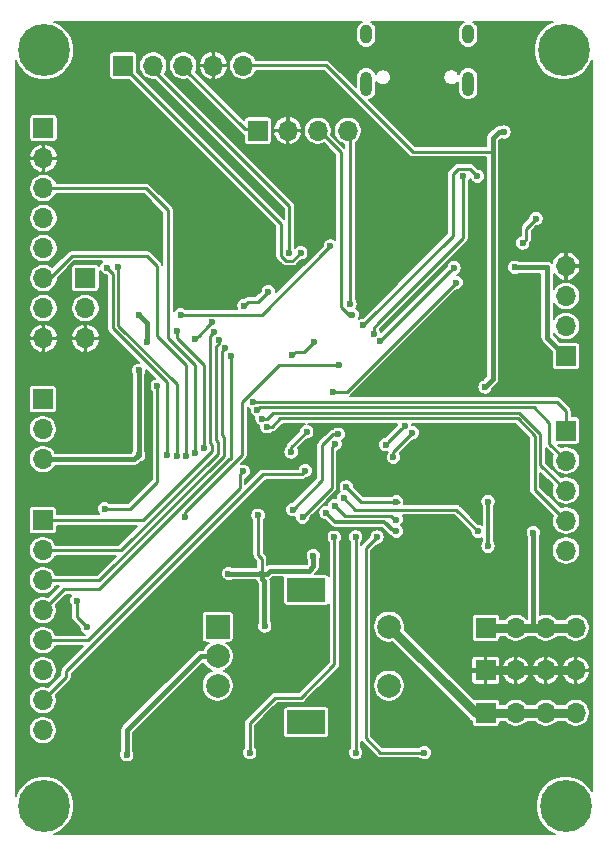
<source format=gbr>
G04 #@! TF.GenerationSoftware,KiCad,Pcbnew,(5.1.5)-2*
G04 #@! TF.CreationDate,2020-05-24T12:04:11+08:00*
G04 #@! TF.ProjectId,Bonjour STM32,426f6e6a-6f75-4722-9053-544d33322e6b,rev?*
G04 #@! TF.SameCoordinates,Original*
G04 #@! TF.FileFunction,Copper,L2,Bot*
G04 #@! TF.FilePolarity,Positive*
%FSLAX46Y46*%
G04 Gerber Fmt 4.6, Leading zero omitted, Abs format (unit mm)*
G04 Created by KiCad (PCBNEW (5.1.5)-2) date 2020-05-24 12:04:11*
%MOMM*%
%LPD*%
G04 APERTURE LIST*
%ADD10O,1.000000X2.100000*%
%ADD11O,1.000000X1.600000*%
%ADD12C,0.700000*%
%ADD13C,4.400000*%
%ADD14R,2.000000X2.000000*%
%ADD15C,2.000000*%
%ADD16R,3.200000X2.000000*%
%ADD17O,1.700000X1.700000*%
%ADD18R,1.700000X1.700000*%
%ADD19C,0.600000*%
%ADD20C,0.400000*%
%ADD21C,0.800000*%
%ADD22C,0.250000*%
%ADD23C,0.300000*%
%ADD24C,0.195000*%
G04 APERTURE END LIST*
D10*
X190280000Y-55830000D03*
X198920000Y-55830000D03*
D11*
X198920000Y-51650000D03*
X190280000Y-51650000D03*
D12*
X208333452Y-115833274D03*
X207166726Y-115350000D03*
X206000000Y-115833274D03*
X205516726Y-117000000D03*
X206000000Y-118166726D03*
X207166726Y-118650000D03*
X208333452Y-118166726D03*
X208816726Y-117000000D03*
D13*
X207166726Y-117000000D03*
D12*
X164166726Y-115833274D03*
X163000000Y-115350000D03*
X161833274Y-115833274D03*
X161350000Y-117000000D03*
X161833274Y-118166726D03*
X163000000Y-118650000D03*
X164166726Y-118166726D03*
X164650000Y-117000000D03*
D13*
X163000000Y-117000000D03*
D12*
X208166726Y-51833274D03*
X207000000Y-51350000D03*
X205833274Y-51833274D03*
X205350000Y-53000000D03*
X205833274Y-54166726D03*
X207000000Y-54650000D03*
X208166726Y-54166726D03*
X208650000Y-53000000D03*
D13*
X207000000Y-53000000D03*
D12*
X164166726Y-51833274D03*
X163000000Y-51350000D03*
X161833274Y-51833274D03*
X161350000Y-53000000D03*
X161833274Y-54166726D03*
X163000000Y-54650000D03*
X164166726Y-54166726D03*
X164650000Y-53000000D03*
D13*
X163000000Y-53000000D03*
D14*
X177700000Y-101800000D03*
D15*
X177700000Y-104300000D03*
X177700000Y-106800000D03*
D16*
X185200000Y-98700000D03*
X185200000Y-109900000D03*
D15*
X192200000Y-101800000D03*
X192200000Y-106800000D03*
D17*
X179860000Y-54300000D03*
X177320000Y-54300000D03*
X174780000Y-54300000D03*
X172240000Y-54300000D03*
D18*
X169700000Y-54300000D03*
D17*
X208020000Y-101900000D03*
X205480000Y-101900000D03*
X202940000Y-101900000D03*
D18*
X200400000Y-101900000D03*
D17*
X166500000Y-77380000D03*
X166500000Y-74840000D03*
D18*
X166500000Y-72300000D03*
D17*
X208020000Y-109100000D03*
X205480000Y-109100000D03*
X202940000Y-109100000D03*
D18*
X200400000Y-109100000D03*
D17*
X208020000Y-105500000D03*
X205480000Y-105500000D03*
X202940000Y-105500000D03*
D18*
X200400000Y-105500000D03*
D17*
X188722000Y-59817000D03*
X186182000Y-59817000D03*
X183642000Y-59817000D03*
D18*
X181102000Y-59817000D03*
D17*
X162950000Y-77380000D03*
X162950000Y-74840000D03*
X162950000Y-72300000D03*
X162950000Y-69760000D03*
X162950000Y-67220000D03*
X162950000Y-64680000D03*
X162950000Y-62140000D03*
D18*
X162950000Y-59600000D03*
D17*
X207200000Y-71280000D03*
X207200000Y-73820000D03*
X207200000Y-76360000D03*
D18*
X207200000Y-78900000D03*
D17*
X162900000Y-110580000D03*
X162900000Y-108040000D03*
X162900000Y-105500000D03*
X162900000Y-102960000D03*
X162900000Y-100420000D03*
X162900000Y-97880000D03*
X162900000Y-95340000D03*
D18*
X162900000Y-92800000D03*
D17*
X162900000Y-87630000D03*
X162900000Y-85090000D03*
D18*
X162900000Y-82550000D03*
D17*
X207200000Y-95360000D03*
X207200000Y-92820000D03*
X207200000Y-90280000D03*
X207200000Y-87740000D03*
D18*
X207200000Y-85200000D03*
D19*
X178612800Y-97307400D03*
X181457600Y-97307400D03*
X181686200Y-101752400D03*
X202844400Y-71374000D03*
X171018200Y-87249000D03*
X183997600Y-78816200D03*
X185826400Y-77673200D03*
X200583800Y-91211400D03*
X200583800Y-94996000D03*
X181127400Y-92379800D03*
X185801000Y-95808800D03*
X170002200Y-112649000D03*
X171018200Y-80111600D03*
X171729400Y-77698600D03*
X171018200Y-75387200D03*
X200152000Y-53975000D03*
X193217800Y-63931800D03*
X189357000Y-57962800D03*
X190728600Y-74091800D03*
X190931800Y-71729600D03*
X193421000Y-97078800D03*
X199161400Y-81534000D03*
X197815200Y-75209400D03*
X200329800Y-81508600D03*
X204419200Y-93853000D03*
X201930000Y-59918600D03*
X187579000Y-94234000D03*
X180416200Y-112471200D03*
X189382400Y-94208600D03*
X189382400Y-112471200D03*
X191185800Y-94208600D03*
X195199000Y-112471200D03*
X175793400Y-77470002D03*
X177215800Y-76047600D03*
X172587500Y-81437900D03*
X168122600Y-91821000D03*
X166649400Y-101854000D03*
X165760402Y-99593400D03*
X174559404Y-75387200D03*
X187248800Y-69570600D03*
X203530200Y-69316600D03*
X204647800Y-67259200D03*
X184886600Y-92532200D03*
X187655200Y-86309200D03*
X184048400Y-91897200D03*
X187909200Y-85521800D03*
X181864000Y-84886798D03*
X181456921Y-84188362D03*
X181075426Y-83485168D03*
X180720999Y-82767951D03*
X187934600Y-79654400D03*
X174955200Y-92532200D03*
X185115200Y-88595200D03*
X179871946Y-88660546D03*
X178816000Y-78917800D03*
X178333400Y-78232000D03*
X177825400Y-77571600D03*
X177368200Y-76885800D03*
X191922400Y-86410800D03*
X193535300Y-84797900D03*
X192582800Y-87477600D03*
X194183000Y-85394800D03*
X175033153Y-87389289D03*
X173405800Y-87249000D03*
X168300400Y-71399400D03*
X174233142Y-87390558D03*
X169291000Y-71374000D03*
X175793402Y-87096600D03*
X188900000Y-74499986D03*
X189100000Y-75399992D03*
X176558883Y-86684251D03*
X174269400Y-76809600D03*
X183769000Y-70154800D03*
X184734200Y-70154802D03*
X179933600Y-74625200D03*
X181991000Y-73431400D03*
X198475600Y-63677800D03*
X190900008Y-77000000D03*
X199694800Y-63677800D03*
X190000000Y-76300002D03*
X197713600Y-71424800D03*
X191439800Y-77622400D03*
X192836800Y-91211400D03*
X188595000Y-89992200D03*
X188366400Y-90906600D03*
X199745600Y-93726000D03*
X187604400Y-91567000D03*
X192836800Y-92735400D03*
X186867800Y-92151200D03*
X192836800Y-93726000D03*
X197891400Y-72669400D03*
X187452000Y-81915000D03*
X185242200Y-85293200D03*
X183921400Y-87020400D03*
D20*
X181457600Y-97731664D02*
X181635400Y-97909464D01*
X181457600Y-97307400D02*
X181457600Y-97731664D01*
X181635400Y-97909464D02*
X181635400Y-101777800D01*
X178612800Y-97307400D02*
X181457600Y-97307400D01*
D21*
X208020000Y-109100000D02*
X200413000Y-109100000D01*
X199543800Y-109143800D02*
X200380600Y-109143800D01*
X192200000Y-101800000D02*
X199543800Y-109143800D01*
D22*
X180000000Y-59700000D02*
X174777400Y-54477400D01*
X181100000Y-59700000D02*
X180000000Y-59700000D01*
X174777400Y-54477400D02*
X174777400Y-54305200D01*
D20*
X205587600Y-77343000D02*
X207187800Y-78943200D01*
X205587600Y-71374000D02*
X202844400Y-71374000D01*
X205587600Y-71374000D02*
X205587600Y-77343000D01*
X202844400Y-71374000D02*
X202844400Y-71374000D01*
X162900000Y-87630000D02*
X170637200Y-87630000D01*
X170637200Y-87630000D02*
X171018200Y-87249000D01*
X171018200Y-87249000D02*
X171018200Y-87249000D01*
D22*
X185034199Y-78516201D02*
X185826400Y-77673200D01*
X183997600Y-78816200D02*
X184297599Y-78516201D01*
X184297599Y-78516201D02*
X185034199Y-78516201D01*
X185826400Y-77673200D02*
X185826400Y-77724000D01*
D23*
X200583800Y-91211400D02*
X200583800Y-91635664D01*
X200583800Y-91635664D02*
X200583800Y-94996000D01*
X200583800Y-94996000D02*
X200583800Y-94996000D01*
D22*
X181432200Y-96037400D02*
X181432200Y-97282000D01*
X181127400Y-92379800D02*
X181127400Y-95732600D01*
X181432200Y-97282000D02*
X181457600Y-97307400D01*
X181127400Y-95732600D02*
X181432200Y-96037400D01*
D20*
X181881864Y-97307400D02*
X182110464Y-97078800D01*
X181457600Y-97307400D02*
X181881864Y-97307400D01*
X182110464Y-97078800D02*
X185420000Y-97078800D01*
X185420000Y-97078800D02*
X185801000Y-96697800D01*
X185801000Y-96697800D02*
X185801000Y-95808800D01*
X185801000Y-95808800D02*
X185801000Y-95808800D01*
X176285787Y-104300000D02*
X170002200Y-110583587D01*
X177700000Y-104300000D02*
X176285787Y-104300000D01*
X170002200Y-110583587D02*
X170002200Y-112649000D01*
X170002200Y-112649000D02*
X170002200Y-112649000D01*
X171018200Y-87249000D02*
X171018200Y-80086200D01*
X171018200Y-80086200D02*
X171018200Y-80111600D01*
X171018200Y-80111600D02*
X171018200Y-80111600D01*
X171729400Y-77698600D02*
X171729400Y-76098400D01*
X171729400Y-76098400D02*
X171018200Y-75387200D01*
X171018200Y-75387200D02*
X171018200Y-75387200D01*
D21*
X206817919Y-105500000D02*
X206806319Y-105511600D01*
X208020000Y-105500000D02*
X206817919Y-105500000D01*
D22*
X183640000Y-58497919D02*
X181860281Y-56718200D01*
X183640000Y-59700000D02*
X183640000Y-58497919D01*
X181860281Y-56718200D02*
X178257200Y-56718200D01*
X178257200Y-56718200D02*
X177317400Y-55778400D01*
X177317400Y-55778400D02*
X177317400Y-54305200D01*
X183640000Y-58497919D02*
X184554681Y-58497919D01*
X184554681Y-58497919D02*
X185089800Y-57962800D01*
X185089800Y-57962800D02*
X189357000Y-57962800D01*
X189357000Y-57962800D02*
X193217800Y-61823600D01*
X193217800Y-61823600D02*
X193217800Y-63931800D01*
X193217800Y-63931800D02*
X193217800Y-63931800D01*
X189357000Y-57962800D02*
X189357000Y-57962800D01*
D23*
X200152000Y-53975000D02*
X200152000Y-56616600D01*
D22*
X190728600Y-74091800D02*
X190728600Y-71932800D01*
X190728600Y-71932800D02*
X190931800Y-71729600D01*
X190931800Y-71729600D02*
X190931800Y-71729600D01*
D20*
X193720999Y-97378799D02*
X193720999Y-100502999D01*
X193421000Y-97078800D02*
X193720999Y-97378799D01*
X198704200Y-105486200D02*
X201345800Y-105486200D01*
X193720999Y-100502999D02*
X198704200Y-105486200D01*
D21*
X206817919Y-105500000D02*
X201345800Y-105486200D01*
X201345800Y-105486200D02*
X200470600Y-105500000D01*
D20*
X198861401Y-81234001D02*
X198861401Y-76255601D01*
X199161400Y-81534000D02*
X198861401Y-81234001D01*
X198861401Y-76255601D02*
X197815200Y-75209400D01*
X197815200Y-75209400D02*
X197815200Y-75209400D01*
X190931800Y-71729600D02*
X190931800Y-69291200D01*
X193217800Y-67005200D02*
X193217800Y-63931800D01*
X190931800Y-69291200D02*
X193217800Y-67005200D01*
X200990200Y-80848200D02*
X200329800Y-81508600D01*
X200329800Y-81508600D02*
X200329800Y-81508600D01*
X204419200Y-101879400D02*
X204393800Y-101904800D01*
X204419200Y-93853000D02*
X204419200Y-101879400D01*
D21*
X208020000Y-101900000D02*
X204393800Y-101904800D01*
X204393800Y-101904800D02*
X200401200Y-101900000D01*
D20*
X201005272Y-60419064D02*
X200990200Y-60419064D01*
X201505736Y-59918600D02*
X201005272Y-60419064D01*
X201930000Y-59918600D02*
X201505736Y-59918600D01*
D22*
X200964800Y-61595000D02*
X200990200Y-61569600D01*
D20*
X200990200Y-61569600D02*
X200990200Y-80848200D01*
X200990200Y-60419064D02*
X200990200Y-61569600D01*
D22*
X194208400Y-61595000D02*
X200964800Y-61595000D01*
X179832000Y-54279800D02*
X186893200Y-54279800D01*
X186893200Y-54279800D02*
X194208400Y-61595000D01*
X180416200Y-112623600D02*
X180416200Y-112623600D01*
X182575200Y-107823000D02*
X180416200Y-109982000D01*
X184759600Y-107823000D02*
X182575200Y-107823000D01*
X180416200Y-109982000D02*
X180416200Y-112623600D01*
X187579000Y-94234000D02*
X187579000Y-105003600D01*
X187579000Y-105003600D02*
X184759600Y-107823000D01*
X189382400Y-94208600D02*
X189382400Y-112445800D01*
X189382400Y-112445800D02*
X189382400Y-112420400D01*
X191185800Y-94208600D02*
X190220600Y-95173800D01*
X190220600Y-95173800D02*
X190220600Y-111252000D01*
X190220600Y-111252000D02*
X191439800Y-112471200D01*
X191439800Y-112471200D02*
X195199000Y-112471200D01*
X195199000Y-112471200D02*
X195199000Y-112471200D01*
X176915801Y-76347601D02*
X176093399Y-77170003D01*
X176093399Y-77170003D02*
X175793400Y-77470002D01*
X177215800Y-76047600D02*
X176915801Y-76347601D01*
D20*
X168122600Y-91821000D02*
X168122600Y-91821000D01*
D22*
X166649400Y-101854000D02*
X166649400Y-101854000D01*
X170307000Y-91821000D02*
X168122600Y-91821000D01*
X172587500Y-81437900D02*
X172587500Y-89540500D01*
X172587500Y-89540500D02*
X170307000Y-91821000D01*
X166649400Y-101854000D02*
X165760402Y-100965002D01*
X165760402Y-100965002D02*
X165760402Y-99593400D01*
X187248800Y-69570600D02*
X187248800Y-69570600D01*
X203830199Y-69016601D02*
X203830199Y-68102201D01*
X203530200Y-69316600D02*
X203830199Y-69016601D01*
X203830199Y-68102201D02*
X204647800Y-67259200D01*
X204647800Y-67259200D02*
X204647800Y-67284600D01*
X174559404Y-75387200D02*
X181432200Y-75387200D01*
X186948801Y-69870599D02*
X187248800Y-69570600D01*
X181432200Y-75387200D02*
X186948801Y-69870599D01*
X187355201Y-86609199D02*
X187655200Y-86309200D01*
X184886600Y-92532200D02*
X187355201Y-90063599D01*
X187355201Y-90063599D02*
X187355201Y-86609199D01*
X187484936Y-85521800D02*
X187909200Y-85521800D01*
X186537600Y-86469136D02*
X187484936Y-85521800D01*
X184048400Y-91897200D02*
X186537600Y-89408000D01*
X186537600Y-89408000D02*
X186537600Y-86469136D01*
X181864000Y-84886798D02*
X182288264Y-84886798D01*
X183002163Y-84172899D02*
X203094289Y-84172899D01*
X182288264Y-84886798D02*
X183002163Y-84172899D01*
X203094289Y-84172899D02*
X204546200Y-85624810D01*
X204546200Y-85624810D02*
X204546200Y-90195400D01*
X204546200Y-90195400D02*
X207187800Y-92837000D01*
X205028800Y-88112600D02*
X207162400Y-90246200D01*
X181881185Y-84188362D02*
X182376547Y-83693000D01*
X181456921Y-84188362D02*
X181881185Y-84188362D01*
X205028800Y-85471000D02*
X205028800Y-88112600D01*
X182376547Y-83693000D02*
X203250800Y-83693000D01*
X203250800Y-83693000D02*
X205028800Y-85471000D01*
X205765400Y-84556600D02*
X205765400Y-86309200D01*
X205765400Y-86309200D02*
X207187800Y-87731600D01*
X204444600Y-83235800D02*
X205765400Y-84556600D01*
X181075426Y-83485168D02*
X181324794Y-83235800D01*
X181324794Y-83235800D02*
X204444600Y-83235800D01*
X180720999Y-82767951D02*
X206415151Y-82767951D01*
X206415151Y-82767951D02*
X207187800Y-83540600D01*
X207187800Y-83540600D02*
X207187800Y-85166200D01*
X174955200Y-92532200D02*
X174955200Y-92532200D01*
X174955200Y-92101810D02*
X174955200Y-92532200D01*
X179781200Y-87275810D02*
X174955200Y-92101810D01*
X179781200Y-82804000D02*
X179781200Y-87275810D01*
X187934600Y-79654400D02*
X182930800Y-79654400D01*
X182930800Y-79654400D02*
X179781200Y-82804000D01*
X164871400Y-106070400D02*
X162864800Y-108077000D01*
X181564001Y-88895199D02*
X164871400Y-105587800D01*
X164871400Y-105587800D02*
X164871400Y-106070400D01*
X185115200Y-88595200D02*
X184815201Y-88895199D01*
X184815201Y-88895199D02*
X181564001Y-88895199D01*
X179571947Y-88960545D02*
X179871946Y-88660546D01*
X162864800Y-102971600D02*
X166700200Y-102971600D01*
X179571947Y-90099853D02*
X179571947Y-88960545D01*
X166700200Y-102971600D02*
X179571947Y-90099853D01*
X167640000Y-98628200D02*
X164668200Y-98628200D01*
X178663600Y-87604600D02*
X167640000Y-98628200D01*
X164668200Y-98628200D02*
X162890200Y-100406200D01*
X178816000Y-78917800D02*
X178816000Y-87604600D01*
X178816000Y-87604600D02*
X178663600Y-87604600D01*
X167665400Y-97891600D02*
X162915600Y-97891600D01*
X178028600Y-78536800D02*
X178028600Y-85572600D01*
X178333400Y-78232000D02*
X178028600Y-78536800D01*
X178206400Y-85750400D02*
X178206400Y-87350600D01*
X178028600Y-85572600D02*
X178206400Y-85750400D01*
X178206400Y-87350600D02*
X167665400Y-97891600D01*
X169494200Y-95351600D02*
X162915600Y-95351600D01*
X177698400Y-87147400D02*
X169494200Y-95351600D01*
X177825400Y-77814998D02*
X177520600Y-78119798D01*
X177520600Y-78119798D02*
X177520600Y-86029800D01*
X177825400Y-77571600D02*
X177825400Y-77814998D01*
X177520600Y-86029800D02*
X177698400Y-86207600D01*
X177698400Y-86207600D02*
X177698400Y-87147400D01*
X177368200Y-76885800D02*
X177038000Y-77216000D01*
X177038000Y-86238366D02*
X177215800Y-86416166D01*
X177038000Y-77216000D02*
X177038000Y-86238366D01*
X177215800Y-86952336D02*
X171381936Y-92786200D01*
X177215800Y-86416166D02*
X177215800Y-86952336D01*
X171381936Y-92786200D02*
X162941000Y-92786200D01*
X192222399Y-86110801D02*
X191922400Y-86410800D01*
X192222399Y-86110801D02*
X193243200Y-85090000D01*
X193243200Y-85090000D02*
X193535300Y-84797900D01*
X193535300Y-84797900D02*
X193548000Y-84785200D01*
X192582800Y-87477600D02*
X192582800Y-86995000D01*
X192582800Y-86995000D02*
X193852800Y-85725000D01*
X193852800Y-85725000D02*
X194183000Y-85394800D01*
X194183000Y-85394800D02*
X194183000Y-85394800D01*
X175033153Y-79682963D02*
X172567600Y-77217410D01*
X175033153Y-87389289D02*
X175033153Y-79682963D01*
X172567600Y-77217410D02*
X172567600Y-71272400D01*
X172567600Y-71272400D02*
X171704000Y-70408800D01*
X171704000Y-70408800D02*
X165354000Y-70408800D01*
X165354000Y-70408800D02*
X163499800Y-72263000D01*
X163499800Y-72263000D02*
X162966400Y-72263000D01*
X168300400Y-71399400D02*
X168300400Y-71399400D01*
X168833800Y-71932800D02*
X168300400Y-71399400D01*
X168833800Y-76555600D02*
X168833800Y-71932800D01*
X173405800Y-87249000D02*
X173405800Y-81127600D01*
X173405800Y-81127600D02*
X168833800Y-76555600D01*
X169291000Y-71374000D02*
X169291000Y-71374000D01*
X169291000Y-76352400D02*
X169291000Y-71374000D01*
X174233142Y-87390558D02*
X174233142Y-81294542D01*
X174233142Y-81294542D02*
X169291000Y-76352400D01*
X173507400Y-66548000D02*
X171653200Y-64693800D01*
X175793402Y-87096600D02*
X175793402Y-79654402D01*
X171653200Y-64693800D02*
X162915600Y-64693800D01*
X173507400Y-77368400D02*
X173507400Y-66548000D01*
X175793402Y-79654402D02*
X173507400Y-77368400D01*
X188823600Y-59766200D02*
X188722000Y-59664600D01*
X188722000Y-59715400D02*
X188900000Y-59893400D01*
X188900000Y-74075722D02*
X188900000Y-74499986D01*
X188900000Y-59893400D02*
X188900000Y-74075722D01*
X188799992Y-75399992D02*
X189100000Y-75399992D01*
X188137800Y-74737800D02*
X188799992Y-75399992D01*
X186182000Y-59690000D02*
X188137800Y-61645800D01*
X188137800Y-61645800D02*
X188137800Y-74737800D01*
X174269400Y-76809600D02*
X174269400Y-76809600D01*
X176558883Y-86684251D02*
X176558883Y-79693885D01*
X174269400Y-77233864D02*
X174269400Y-76809600D01*
X174269400Y-77404402D02*
X174269400Y-77233864D01*
X176558883Y-79693885D02*
X174269400Y-77404402D01*
X183769000Y-70154800D02*
X183769000Y-66217800D01*
X183769000Y-66217800D02*
X172237400Y-54686200D01*
X172237400Y-54686200D02*
X172237400Y-54305200D01*
X184734200Y-70154802D02*
X184109199Y-70779801D01*
X184109199Y-70779801D02*
X184073800Y-70815200D01*
X184073800Y-70815200D02*
X183504398Y-70815200D01*
X183504398Y-70815200D02*
X183464200Y-70815200D01*
X183464200Y-70815200D02*
X183143999Y-70494999D01*
X183143999Y-70494999D02*
X183057800Y-70408800D01*
X183057800Y-70408800D02*
X183057800Y-67691000D01*
X183057800Y-67691000D02*
X169697400Y-54330600D01*
X180233599Y-74325201D02*
X181097199Y-74325201D01*
X179933600Y-74625200D02*
X180233599Y-74325201D01*
X181097199Y-74325201D02*
X181991000Y-73431400D01*
X181991000Y-73431400D02*
X182016400Y-73406000D01*
X198475600Y-63677800D02*
X198475600Y-68924400D01*
X191299999Y-76085599D02*
X191299999Y-76100001D01*
X198475600Y-68924400D02*
X191299999Y-76100001D01*
X190900008Y-76575736D02*
X190900008Y-77000000D01*
X191299999Y-76100001D02*
X190900008Y-76499992D01*
X190900008Y-76499992D02*
X190900008Y-76575736D01*
X197586600Y-68713402D02*
X190299999Y-76000003D01*
X198069200Y-63017400D02*
X197586600Y-63500000D01*
X190299999Y-76000003D02*
X190000000Y-76300002D01*
X197586600Y-63500000D02*
X197586600Y-68713402D01*
X199034400Y-63017400D02*
X198069200Y-63017400D01*
X199694800Y-63677800D02*
X199034400Y-63017400D01*
X197413601Y-71724799D02*
X197337401Y-71724799D01*
X197713600Y-71424800D02*
X197413601Y-71724799D01*
X197337401Y-71724799D02*
X191439800Y-77622400D01*
X191439800Y-77622400D02*
X191439800Y-77622400D01*
X193040000Y-91211400D02*
X193040000Y-91211400D01*
X193040000Y-91211400D02*
X189814200Y-91211400D01*
X189814200Y-91211400D02*
X188894999Y-90292199D01*
X188894999Y-90292199D02*
X188595000Y-89992200D01*
X188366400Y-90906600D02*
X189357000Y-91897200D01*
X189357000Y-91897200D02*
X197916800Y-91897200D01*
X197916800Y-91897200D02*
X199745600Y-93726000D01*
X199745600Y-93726000D02*
X199745600Y-93726000D01*
X187604400Y-91567000D02*
X188442600Y-92405200D01*
X188442600Y-92405200D02*
X192405000Y-92405200D01*
X192405000Y-92405200D02*
X192735200Y-92735400D01*
X192735200Y-92735400D02*
X192735200Y-92735400D01*
D23*
X186867800Y-92151200D02*
X187655200Y-92938600D01*
X187655200Y-92938600D02*
X191820800Y-92938600D01*
X191820800Y-92938600D02*
X192608200Y-93726000D01*
X192608200Y-93726000D02*
X192836800Y-93726000D01*
X192836800Y-93726000D02*
X192836800Y-93726000D01*
D22*
X197891400Y-72669400D02*
X188645800Y-81915000D01*
X188645800Y-81915000D02*
X187452000Y-81915000D01*
X187452000Y-81915000D02*
X187452000Y-81915000D01*
X183921400Y-87020400D02*
X183921400Y-87020400D01*
X183921400Y-86614000D02*
X183921400Y-87020400D01*
X185242200Y-85293200D02*
X183921400Y-86614000D01*
D24*
G36*
X189804644Y-50638578D02*
G01*
X189674986Y-50744985D01*
X189568579Y-50874643D01*
X189489510Y-51022568D01*
X189440820Y-51183077D01*
X189428500Y-51308168D01*
X189428500Y-51991831D01*
X189440820Y-52116922D01*
X189489510Y-52277431D01*
X189568578Y-52425356D01*
X189674985Y-52555015D01*
X189804643Y-52661422D01*
X189952568Y-52740490D01*
X190113077Y-52789180D01*
X190280000Y-52805620D01*
X190446922Y-52789180D01*
X190607431Y-52740490D01*
X190755356Y-52661422D01*
X190885015Y-52555015D01*
X190991422Y-52425357D01*
X191070490Y-52277432D01*
X191119180Y-52116923D01*
X191131500Y-51991832D01*
X191131500Y-51308168D01*
X191119180Y-51183077D01*
X191070490Y-51022568D01*
X190991422Y-50874643D01*
X190885015Y-50744985D01*
X190755357Y-50638578D01*
X190678506Y-50597500D01*
X198521495Y-50597500D01*
X198444644Y-50638578D01*
X198314986Y-50744985D01*
X198208579Y-50874643D01*
X198129510Y-51022568D01*
X198080820Y-51183077D01*
X198068500Y-51308168D01*
X198068500Y-51991831D01*
X198080820Y-52116922D01*
X198129510Y-52277431D01*
X198208578Y-52425356D01*
X198314985Y-52555015D01*
X198444643Y-52661422D01*
X198592568Y-52740490D01*
X198753077Y-52789180D01*
X198920000Y-52805620D01*
X199086922Y-52789180D01*
X199247431Y-52740490D01*
X199395356Y-52661422D01*
X199525015Y-52555015D01*
X199631422Y-52425357D01*
X199710490Y-52277432D01*
X199759180Y-52116923D01*
X199771500Y-51991832D01*
X199771500Y-51308168D01*
X199759180Y-51183077D01*
X199710490Y-51022568D01*
X199631422Y-50874643D01*
X199525015Y-50744985D01*
X199395357Y-50638578D01*
X199318506Y-50597500D01*
X206132756Y-50597500D01*
X205791411Y-50738890D01*
X205373513Y-51018120D01*
X205018120Y-51373513D01*
X204738890Y-51791411D01*
X204546552Y-52255755D01*
X204448500Y-52748699D01*
X204448500Y-53251301D01*
X204546552Y-53744245D01*
X204738890Y-54208589D01*
X205018120Y-54626487D01*
X205373513Y-54981880D01*
X205791411Y-55261110D01*
X206255755Y-55453448D01*
X206748699Y-55551500D01*
X207251301Y-55551500D01*
X207744245Y-55453448D01*
X208208589Y-55261110D01*
X208626487Y-54981880D01*
X208981880Y-54626487D01*
X209261110Y-54208589D01*
X209402500Y-53867244D01*
X209402500Y-115753493D01*
X209148606Y-115373513D01*
X208793213Y-115018120D01*
X208375315Y-114738890D01*
X207910971Y-114546552D01*
X207418027Y-114448500D01*
X206915425Y-114448500D01*
X206422481Y-114546552D01*
X205958137Y-114738890D01*
X205540239Y-115018120D01*
X205184846Y-115373513D01*
X204905616Y-115791411D01*
X204713278Y-116255755D01*
X204615226Y-116748699D01*
X204615226Y-117251301D01*
X204713278Y-117744245D01*
X204905616Y-118208589D01*
X205184846Y-118626487D01*
X205540239Y-118981880D01*
X205958137Y-119261110D01*
X206299482Y-119402500D01*
X163867244Y-119402500D01*
X164208589Y-119261110D01*
X164626487Y-118981880D01*
X164981880Y-118626487D01*
X165261110Y-118208589D01*
X165453448Y-117744245D01*
X165551500Y-117251301D01*
X165551500Y-116748699D01*
X165453448Y-116255755D01*
X165261110Y-115791411D01*
X164981880Y-115373513D01*
X164626487Y-115018120D01*
X164208589Y-114738890D01*
X163744245Y-114546552D01*
X163251301Y-114448500D01*
X162748699Y-114448500D01*
X162255755Y-114546552D01*
X161791411Y-114738890D01*
X161373513Y-115018120D01*
X161018120Y-115373513D01*
X160738890Y-115791411D01*
X160597500Y-116132756D01*
X160597500Y-112584833D01*
X169350700Y-112584833D01*
X169350700Y-112713167D01*
X169375737Y-112839035D01*
X169424848Y-112957601D01*
X169496147Y-113064307D01*
X169586893Y-113155053D01*
X169693599Y-113226352D01*
X169812165Y-113275463D01*
X169938033Y-113300500D01*
X170066367Y-113300500D01*
X170192235Y-113275463D01*
X170310801Y-113226352D01*
X170417507Y-113155053D01*
X170508253Y-113064307D01*
X170579552Y-112957601D01*
X170628663Y-112839035D01*
X170653700Y-112713167D01*
X170653700Y-112584833D01*
X170628663Y-112458965D01*
X170579552Y-112340399D01*
X170553700Y-112301709D01*
X170553700Y-110812025D01*
X176479833Y-104885893D01*
X176502317Y-104940175D01*
X176650222Y-105161531D01*
X176838469Y-105349778D01*
X177059825Y-105497683D01*
X177186129Y-105550000D01*
X177059825Y-105602317D01*
X176838469Y-105750222D01*
X176650222Y-105938469D01*
X176502317Y-106159825D01*
X176400438Y-106405782D01*
X176348500Y-106666889D01*
X176348500Y-106933111D01*
X176400438Y-107194218D01*
X176502317Y-107440175D01*
X176650222Y-107661531D01*
X176838469Y-107849778D01*
X177059825Y-107997683D01*
X177305782Y-108099562D01*
X177566889Y-108151500D01*
X177833111Y-108151500D01*
X178094218Y-108099562D01*
X178340175Y-107997683D01*
X178561531Y-107849778D01*
X178749778Y-107661531D01*
X178897683Y-107440175D01*
X178999562Y-107194218D01*
X179051500Y-106933111D01*
X179051500Y-106666889D01*
X178999562Y-106405782D01*
X178897683Y-106159825D01*
X178749778Y-105938469D01*
X178561531Y-105750222D01*
X178340175Y-105602317D01*
X178213871Y-105550000D01*
X178340175Y-105497683D01*
X178561531Y-105349778D01*
X178749778Y-105161531D01*
X178897683Y-104940175D01*
X178999562Y-104694218D01*
X179051500Y-104433111D01*
X179051500Y-104166889D01*
X178999562Y-103905782D01*
X178897683Y-103659825D01*
X178749778Y-103438469D01*
X178561531Y-103250222D01*
X178416327Y-103153200D01*
X178700000Y-103153200D01*
X178768906Y-103146413D01*
X178835164Y-103126314D01*
X178896227Y-103093675D01*
X178949750Y-103049750D01*
X178993675Y-102996227D01*
X179026314Y-102935164D01*
X179046413Y-102868906D01*
X179053200Y-102800000D01*
X179053200Y-100800000D01*
X179046413Y-100731094D01*
X179026314Y-100664836D01*
X178993675Y-100603773D01*
X178949750Y-100550250D01*
X178896227Y-100506325D01*
X178835164Y-100473686D01*
X178768906Y-100453587D01*
X178700000Y-100446800D01*
X176700000Y-100446800D01*
X176631094Y-100453587D01*
X176564836Y-100473686D01*
X176503773Y-100506325D01*
X176450250Y-100550250D01*
X176406325Y-100603773D01*
X176373686Y-100664836D01*
X176353587Y-100731094D01*
X176346800Y-100800000D01*
X176346800Y-102800000D01*
X176353587Y-102868906D01*
X176373686Y-102935164D01*
X176406325Y-102996227D01*
X176450250Y-103049750D01*
X176503773Y-103093675D01*
X176564836Y-103126314D01*
X176631094Y-103146413D01*
X176700000Y-103153200D01*
X176983673Y-103153200D01*
X176838469Y-103250222D01*
X176650222Y-103438469D01*
X176502317Y-103659825D01*
X176465587Y-103748500D01*
X176312874Y-103748500D01*
X176285787Y-103745832D01*
X176258700Y-103748500D01*
X176258698Y-103748500D01*
X176177674Y-103756480D01*
X176073716Y-103788016D01*
X175977907Y-103839226D01*
X175914972Y-103890876D01*
X175893931Y-103908144D01*
X175876664Y-103929184D01*
X169631390Y-110174459D01*
X169610344Y-110191731D01*
X169541426Y-110275708D01*
X169490216Y-110371517D01*
X169458680Y-110475475D01*
X169450700Y-110556498D01*
X169448032Y-110583587D01*
X169450700Y-110610674D01*
X169450701Y-112301708D01*
X169424848Y-112340399D01*
X169375737Y-112458965D01*
X169350700Y-112584833D01*
X160597500Y-112584833D01*
X160597500Y-110461663D01*
X161698500Y-110461663D01*
X161698500Y-110698337D01*
X161744673Y-110930465D01*
X161835244Y-111149124D01*
X161966734Y-111345912D01*
X162134088Y-111513266D01*
X162330876Y-111644756D01*
X162549535Y-111735327D01*
X162781663Y-111781500D01*
X163018337Y-111781500D01*
X163250465Y-111735327D01*
X163469124Y-111644756D01*
X163665912Y-111513266D01*
X163833266Y-111345912D01*
X163964756Y-111149124D01*
X164055327Y-110930465D01*
X164101500Y-110698337D01*
X164101500Y-110461663D01*
X164055327Y-110229535D01*
X163964756Y-110010876D01*
X163833266Y-109814088D01*
X163665912Y-109646734D01*
X163469124Y-109515244D01*
X163250465Y-109424673D01*
X163018337Y-109378500D01*
X162781663Y-109378500D01*
X162549535Y-109424673D01*
X162330876Y-109515244D01*
X162134088Y-109646734D01*
X161966734Y-109814088D01*
X161835244Y-110010876D01*
X161744673Y-110229535D01*
X161698500Y-110461663D01*
X160597500Y-110461663D01*
X160597500Y-105381663D01*
X161698500Y-105381663D01*
X161698500Y-105618337D01*
X161744673Y-105850465D01*
X161835244Y-106069124D01*
X161966734Y-106265912D01*
X162134088Y-106433266D01*
X162330876Y-106564756D01*
X162549535Y-106655327D01*
X162781663Y-106701500D01*
X163018337Y-106701500D01*
X163250465Y-106655327D01*
X163469124Y-106564756D01*
X163665912Y-106433266D01*
X163833266Y-106265912D01*
X163964756Y-106069124D01*
X164055327Y-105850465D01*
X164101500Y-105618337D01*
X164101500Y-105381663D01*
X164055327Y-105149535D01*
X163964756Y-104930876D01*
X163833266Y-104734088D01*
X163665912Y-104566734D01*
X163469124Y-104435244D01*
X163250465Y-104344673D01*
X163018337Y-104298500D01*
X162781663Y-104298500D01*
X162549535Y-104344673D01*
X162330876Y-104435244D01*
X162134088Y-104566734D01*
X161966734Y-104734088D01*
X161835244Y-104930876D01*
X161744673Y-105149535D01*
X161698500Y-105381663D01*
X160597500Y-105381663D01*
X160597500Y-91950000D01*
X161696800Y-91950000D01*
X161696800Y-93650000D01*
X161703587Y-93718906D01*
X161723686Y-93785164D01*
X161756325Y-93846227D01*
X161800250Y-93899750D01*
X161853773Y-93943675D01*
X161914836Y-93976314D01*
X161981094Y-93996413D01*
X162050000Y-94003200D01*
X163750000Y-94003200D01*
X163818906Y-93996413D01*
X163885164Y-93976314D01*
X163946227Y-93943675D01*
X163999750Y-93899750D01*
X164043675Y-93846227D01*
X164076314Y-93785164D01*
X164096413Y-93718906D01*
X164103200Y-93650000D01*
X164103200Y-93262700D01*
X170909229Y-93262700D01*
X169296829Y-94875100D01*
X164007927Y-94875100D01*
X163964756Y-94770876D01*
X163833266Y-94574088D01*
X163665912Y-94406734D01*
X163469124Y-94275244D01*
X163250465Y-94184673D01*
X163018337Y-94138500D01*
X162781663Y-94138500D01*
X162549535Y-94184673D01*
X162330876Y-94275244D01*
X162134088Y-94406734D01*
X161966734Y-94574088D01*
X161835244Y-94770876D01*
X161744673Y-94989535D01*
X161698500Y-95221663D01*
X161698500Y-95458337D01*
X161744673Y-95690465D01*
X161835244Y-95909124D01*
X161966734Y-96105912D01*
X162134088Y-96273266D01*
X162330876Y-96404756D01*
X162549535Y-96495327D01*
X162781663Y-96541500D01*
X163018337Y-96541500D01*
X163250465Y-96495327D01*
X163469124Y-96404756D01*
X163665912Y-96273266D01*
X163833266Y-96105912D01*
X163964756Y-95909124D01*
X163998317Y-95828100D01*
X169055029Y-95828100D01*
X167468029Y-97415100D01*
X164007927Y-97415100D01*
X163964756Y-97310876D01*
X163833266Y-97114088D01*
X163665912Y-96946734D01*
X163469124Y-96815244D01*
X163250465Y-96724673D01*
X163018337Y-96678500D01*
X162781663Y-96678500D01*
X162549535Y-96724673D01*
X162330876Y-96815244D01*
X162134088Y-96946734D01*
X161966734Y-97114088D01*
X161835244Y-97310876D01*
X161744673Y-97529535D01*
X161698500Y-97761663D01*
X161698500Y-97998337D01*
X161744673Y-98230465D01*
X161835244Y-98449124D01*
X161966734Y-98645912D01*
X162134088Y-98813266D01*
X162330876Y-98944756D01*
X162549535Y-99035327D01*
X162781663Y-99081500D01*
X163018337Y-99081500D01*
X163250465Y-99035327D01*
X163469124Y-98944756D01*
X163665912Y-98813266D01*
X163833266Y-98645912D01*
X163964756Y-98449124D01*
X163998317Y-98368100D01*
X164254427Y-98368100D01*
X163326401Y-99296127D01*
X163250465Y-99264673D01*
X163018337Y-99218500D01*
X162781663Y-99218500D01*
X162549535Y-99264673D01*
X162330876Y-99355244D01*
X162134088Y-99486734D01*
X161966734Y-99654088D01*
X161835244Y-99850876D01*
X161744673Y-100069535D01*
X161698500Y-100301663D01*
X161698500Y-100538337D01*
X161744673Y-100770465D01*
X161835244Y-100989124D01*
X161966734Y-101185912D01*
X162134088Y-101353266D01*
X162330876Y-101484756D01*
X162549535Y-101575327D01*
X162781663Y-101621500D01*
X163018337Y-101621500D01*
X163250465Y-101575327D01*
X163469124Y-101484756D01*
X163665912Y-101353266D01*
X163833266Y-101185912D01*
X163964756Y-100989124D01*
X164055327Y-100770465D01*
X164101500Y-100538337D01*
X164101500Y-100301663D01*
X164055327Y-100069535D01*
X164010049Y-99960223D01*
X164865573Y-99104700D01*
X165327742Y-99104700D01*
X165254349Y-99178093D01*
X165183050Y-99284799D01*
X165133939Y-99403365D01*
X165108902Y-99529233D01*
X165108902Y-99657567D01*
X165133939Y-99783435D01*
X165183050Y-99902001D01*
X165254349Y-100008707D01*
X165283903Y-100038261D01*
X165283902Y-100941606D01*
X165281598Y-100965002D01*
X165283902Y-100988398D01*
X165283902Y-100988404D01*
X165289463Y-101044864D01*
X165290797Y-101058412D01*
X165311281Y-101125937D01*
X165318044Y-101148232D01*
X165362290Y-101231012D01*
X165421836Y-101303568D01*
X165440022Y-101318493D01*
X165997900Y-101876372D01*
X165997900Y-101918167D01*
X166022937Y-102044035D01*
X166072048Y-102162601D01*
X166143347Y-102269307D01*
X166234093Y-102360053D01*
X166340799Y-102431352D01*
X166459365Y-102480463D01*
X166507826Y-102490103D01*
X166502829Y-102495100D01*
X164007927Y-102495100D01*
X163964756Y-102390876D01*
X163833266Y-102194088D01*
X163665912Y-102026734D01*
X163469124Y-101895244D01*
X163250465Y-101804673D01*
X163018337Y-101758500D01*
X162781663Y-101758500D01*
X162549535Y-101804673D01*
X162330876Y-101895244D01*
X162134088Y-102026734D01*
X161966734Y-102194088D01*
X161835244Y-102390876D01*
X161744673Y-102609535D01*
X161698500Y-102841663D01*
X161698500Y-103078337D01*
X161744673Y-103310465D01*
X161835244Y-103529124D01*
X161966734Y-103725912D01*
X162134088Y-103893266D01*
X162330876Y-104024756D01*
X162549535Y-104115327D01*
X162781663Y-104161500D01*
X163018337Y-104161500D01*
X163250465Y-104115327D01*
X163469124Y-104024756D01*
X163665912Y-103893266D01*
X163833266Y-103725912D01*
X163964756Y-103529124D01*
X163998317Y-103448100D01*
X166337229Y-103448100D01*
X164551020Y-105234309D01*
X164532834Y-105249234D01*
X164473288Y-105321790D01*
X164441286Y-105381663D01*
X164429042Y-105404570D01*
X164408222Y-105473205D01*
X164401795Y-105494391D01*
X164394900Y-105564398D01*
X164394900Y-105564404D01*
X164392596Y-105587800D01*
X164394900Y-105611197D01*
X164394901Y-105873027D01*
X163344362Y-106923566D01*
X163250465Y-106884673D01*
X163018337Y-106838500D01*
X162781663Y-106838500D01*
X162549535Y-106884673D01*
X162330876Y-106975244D01*
X162134088Y-107106734D01*
X161966734Y-107274088D01*
X161835244Y-107470876D01*
X161744673Y-107689535D01*
X161698500Y-107921663D01*
X161698500Y-108158337D01*
X161744673Y-108390465D01*
X161835244Y-108609124D01*
X161966734Y-108805912D01*
X162134088Y-108973266D01*
X162330876Y-109104756D01*
X162549535Y-109195327D01*
X162781663Y-109241500D01*
X163018337Y-109241500D01*
X163250465Y-109195327D01*
X163469124Y-109104756D01*
X163665912Y-108973266D01*
X163833266Y-108805912D01*
X163964756Y-108609124D01*
X164055327Y-108390465D01*
X164101500Y-108158337D01*
X164101500Y-107921663D01*
X164055327Y-107689535D01*
X164017488Y-107598183D01*
X165191785Y-106423887D01*
X165209966Y-106408966D01*
X165269512Y-106336410D01*
X165313758Y-106253631D01*
X165341005Y-106163810D01*
X165341398Y-106159825D01*
X165341977Y-106153941D01*
X165347900Y-106093802D01*
X165347900Y-106093796D01*
X165350204Y-106070400D01*
X165347900Y-106047004D01*
X165347900Y-105785171D01*
X173889838Y-97243233D01*
X177961300Y-97243233D01*
X177961300Y-97371567D01*
X177986337Y-97497435D01*
X178035448Y-97616001D01*
X178106747Y-97722707D01*
X178197493Y-97813453D01*
X178304199Y-97884752D01*
X178422765Y-97933863D01*
X178548633Y-97958900D01*
X178676967Y-97958900D01*
X178802835Y-97933863D01*
X178921401Y-97884752D01*
X178960091Y-97858900D01*
X180919881Y-97858900D01*
X180920691Y-97861568D01*
X180945616Y-97943734D01*
X180996826Y-98039543D01*
X181048476Y-98102478D01*
X181065745Y-98123520D01*
X181083900Y-98138419D01*
X181083901Y-101504027D01*
X181059737Y-101562365D01*
X181034700Y-101688233D01*
X181034700Y-101816567D01*
X181059737Y-101942435D01*
X181108848Y-102061001D01*
X181180147Y-102167707D01*
X181270893Y-102258453D01*
X181377599Y-102329752D01*
X181496165Y-102378863D01*
X181622033Y-102403900D01*
X181750367Y-102403900D01*
X181876235Y-102378863D01*
X181994801Y-102329752D01*
X182101507Y-102258453D01*
X182192253Y-102167707D01*
X182263552Y-102061001D01*
X182312663Y-101942435D01*
X182337700Y-101816567D01*
X182337700Y-101688233D01*
X182312663Y-101562365D01*
X182263552Y-101443799D01*
X182192253Y-101337093D01*
X182186900Y-101331740D01*
X182186900Y-97936542D01*
X182189567Y-97909463D01*
X182186900Y-97882384D01*
X182186900Y-97882375D01*
X182178920Y-97801351D01*
X182171770Y-97777781D01*
X182189743Y-97768174D01*
X182273720Y-97699256D01*
X182290992Y-97678210D01*
X182338902Y-97630300D01*
X183253828Y-97630300D01*
X183253587Y-97631094D01*
X183246800Y-97700000D01*
X183246800Y-99700000D01*
X183253587Y-99768906D01*
X183273686Y-99835164D01*
X183306325Y-99896227D01*
X183350250Y-99949750D01*
X183403773Y-99993675D01*
X183464836Y-100026314D01*
X183531094Y-100046413D01*
X183600000Y-100053200D01*
X186800000Y-100053200D01*
X186868906Y-100046413D01*
X186935164Y-100026314D01*
X186996227Y-99993675D01*
X187049750Y-99949750D01*
X187093675Y-99896227D01*
X187102501Y-99879716D01*
X187102501Y-104806226D01*
X184562229Y-107346500D01*
X182598595Y-107346500D01*
X182575199Y-107344196D01*
X182551803Y-107346500D01*
X182551797Y-107346500D01*
X182491323Y-107352456D01*
X182481789Y-107353395D01*
X182391969Y-107380642D01*
X182309190Y-107424888D01*
X182236634Y-107484434D01*
X182221718Y-107502609D01*
X180095820Y-109628509D01*
X180077634Y-109643434D01*
X180018088Y-109715990D01*
X179974438Y-109797655D01*
X179973842Y-109798770D01*
X179953475Y-109865912D01*
X179946595Y-109888591D01*
X179939700Y-109958598D01*
X179939700Y-109958604D01*
X179937396Y-109982000D01*
X179939700Y-110005396D01*
X179939701Y-112026339D01*
X179910147Y-112055893D01*
X179838848Y-112162599D01*
X179789737Y-112281165D01*
X179764700Y-112407033D01*
X179764700Y-112535367D01*
X179789737Y-112661235D01*
X179838848Y-112779801D01*
X179910147Y-112886507D01*
X180000893Y-112977253D01*
X180107599Y-113048552D01*
X180226165Y-113097663D01*
X180352033Y-113122700D01*
X180480367Y-113122700D01*
X180606235Y-113097663D01*
X180724801Y-113048552D01*
X180831507Y-112977253D01*
X180922253Y-112886507D01*
X180993552Y-112779801D01*
X181042663Y-112661235D01*
X181067700Y-112535367D01*
X181067700Y-112407033D01*
X181042663Y-112281165D01*
X180993552Y-112162599D01*
X180922253Y-112055893D01*
X180892700Y-112026340D01*
X180892700Y-110179371D01*
X182172072Y-108900000D01*
X183246800Y-108900000D01*
X183246800Y-110900000D01*
X183253587Y-110968906D01*
X183273686Y-111035164D01*
X183306325Y-111096227D01*
X183350250Y-111149750D01*
X183403773Y-111193675D01*
X183464836Y-111226314D01*
X183531094Y-111246413D01*
X183600000Y-111253200D01*
X186800000Y-111253200D01*
X186868906Y-111246413D01*
X186935164Y-111226314D01*
X186996227Y-111193675D01*
X187049750Y-111149750D01*
X187093675Y-111096227D01*
X187126314Y-111035164D01*
X187146413Y-110968906D01*
X187153200Y-110900000D01*
X187153200Y-108900000D01*
X187146413Y-108831094D01*
X187126314Y-108764836D01*
X187093675Y-108703773D01*
X187049750Y-108650250D01*
X186996227Y-108606325D01*
X186935164Y-108573686D01*
X186868906Y-108553587D01*
X186800000Y-108546800D01*
X183600000Y-108546800D01*
X183531094Y-108553587D01*
X183464836Y-108573686D01*
X183403773Y-108606325D01*
X183350250Y-108650250D01*
X183306325Y-108703773D01*
X183273686Y-108764836D01*
X183253587Y-108831094D01*
X183246800Y-108900000D01*
X182172072Y-108900000D01*
X182772573Y-108299500D01*
X184736204Y-108299500D01*
X184759600Y-108301804D01*
X184782996Y-108299500D01*
X184783003Y-108299500D01*
X184853010Y-108292605D01*
X184942831Y-108265358D01*
X185025610Y-108221112D01*
X185098166Y-108161566D01*
X185113091Y-108143380D01*
X187899391Y-105357082D01*
X187917566Y-105342166D01*
X187934289Y-105321790D01*
X187947222Y-105306030D01*
X187977112Y-105269610D01*
X188021358Y-105186831D01*
X188042179Y-105118195D01*
X188048605Y-105097011D01*
X188049457Y-105088360D01*
X188055500Y-105027003D01*
X188055500Y-105026996D01*
X188057804Y-105003600D01*
X188055500Y-104980204D01*
X188055500Y-94678860D01*
X188085053Y-94649307D01*
X188156352Y-94542601D01*
X188205463Y-94424035D01*
X188230500Y-94298167D01*
X188230500Y-94169833D01*
X188225448Y-94144433D01*
X188730900Y-94144433D01*
X188730900Y-94272767D01*
X188755937Y-94398635D01*
X188805048Y-94517201D01*
X188876347Y-94623907D01*
X188905900Y-94653460D01*
X188905901Y-112026339D01*
X188876347Y-112055893D01*
X188805048Y-112162599D01*
X188755937Y-112281165D01*
X188730900Y-112407033D01*
X188730900Y-112535367D01*
X188755937Y-112661235D01*
X188805048Y-112779801D01*
X188876347Y-112886507D01*
X188967093Y-112977253D01*
X189073799Y-113048552D01*
X189192365Y-113097663D01*
X189318233Y-113122700D01*
X189446567Y-113122700D01*
X189572435Y-113097663D01*
X189691001Y-113048552D01*
X189797707Y-112977253D01*
X189888453Y-112886507D01*
X189959752Y-112779801D01*
X190008863Y-112661235D01*
X190033900Y-112535367D01*
X190033900Y-112407033D01*
X190008863Y-112281165D01*
X189959752Y-112162599D01*
X189888453Y-112055893D01*
X189858900Y-112026340D01*
X189858900Y-111562376D01*
X189882035Y-111590566D01*
X189900216Y-111605487D01*
X191086318Y-112791590D01*
X191101234Y-112809766D01*
X191173790Y-112869312D01*
X191256569Y-112913558D01*
X191346389Y-112940805D01*
X191355923Y-112941744D01*
X191416397Y-112947700D01*
X191416403Y-112947700D01*
X191439799Y-112950004D01*
X191463195Y-112947700D01*
X194754140Y-112947700D01*
X194783693Y-112977253D01*
X194890399Y-113048552D01*
X195008965Y-113097663D01*
X195134833Y-113122700D01*
X195263167Y-113122700D01*
X195389035Y-113097663D01*
X195507601Y-113048552D01*
X195614307Y-112977253D01*
X195705053Y-112886507D01*
X195776352Y-112779801D01*
X195825463Y-112661235D01*
X195850500Y-112535367D01*
X195850500Y-112407033D01*
X195825463Y-112281165D01*
X195776352Y-112162599D01*
X195705053Y-112055893D01*
X195614307Y-111965147D01*
X195507601Y-111893848D01*
X195389035Y-111844737D01*
X195263167Y-111819700D01*
X195134833Y-111819700D01*
X195008965Y-111844737D01*
X194890399Y-111893848D01*
X194783693Y-111965147D01*
X194754140Y-111994700D01*
X191637173Y-111994700D01*
X190697100Y-111054629D01*
X190697100Y-106666889D01*
X190848500Y-106666889D01*
X190848500Y-106933111D01*
X190900438Y-107194218D01*
X191002317Y-107440175D01*
X191150222Y-107661531D01*
X191338469Y-107849778D01*
X191559825Y-107997683D01*
X191805782Y-108099562D01*
X192066889Y-108151500D01*
X192333111Y-108151500D01*
X192594218Y-108099562D01*
X192840175Y-107997683D01*
X193061531Y-107849778D01*
X193249778Y-107661531D01*
X193397683Y-107440175D01*
X193499562Y-107194218D01*
X193551500Y-106933111D01*
X193551500Y-106666889D01*
X193499562Y-106405782D01*
X193397683Y-106159825D01*
X193249778Y-105938469D01*
X193061531Y-105750222D01*
X192840175Y-105602317D01*
X192594218Y-105500438D01*
X192333111Y-105448500D01*
X192066889Y-105448500D01*
X191805782Y-105500438D01*
X191559825Y-105602317D01*
X191338469Y-105750222D01*
X191150222Y-105938469D01*
X191002317Y-106159825D01*
X190900438Y-106405782D01*
X190848500Y-106666889D01*
X190697100Y-106666889D01*
X190697100Y-101666889D01*
X190848500Y-101666889D01*
X190848500Y-101933111D01*
X190900438Y-102194218D01*
X191002317Y-102440175D01*
X191150222Y-102661531D01*
X191338469Y-102849778D01*
X191559825Y-102997683D01*
X191805782Y-103099562D01*
X192066889Y-103151500D01*
X192333111Y-103151500D01*
X192462902Y-103125683D01*
X198986301Y-109649082D01*
X199009838Y-109677762D01*
X199124269Y-109771673D01*
X199196800Y-109810442D01*
X199196800Y-109950000D01*
X199203587Y-110018906D01*
X199223686Y-110085164D01*
X199256325Y-110146227D01*
X199300250Y-110199750D01*
X199353773Y-110243675D01*
X199414836Y-110276314D01*
X199481094Y-110296413D01*
X199550000Y-110303200D01*
X201250000Y-110303200D01*
X201318906Y-110296413D01*
X201385164Y-110276314D01*
X201446227Y-110243675D01*
X201499750Y-110199750D01*
X201543675Y-110146227D01*
X201576314Y-110085164D01*
X201596413Y-110018906D01*
X201603200Y-109950000D01*
X201603200Y-109851500D01*
X201997104Y-109851500D01*
X202006734Y-109865912D01*
X202174088Y-110033266D01*
X202370876Y-110164756D01*
X202589535Y-110255327D01*
X202821663Y-110301500D01*
X203058337Y-110301500D01*
X203290465Y-110255327D01*
X203509124Y-110164756D01*
X203705912Y-110033266D01*
X203873266Y-109865912D01*
X203882896Y-109851500D01*
X204537104Y-109851500D01*
X204546734Y-109865912D01*
X204714088Y-110033266D01*
X204910876Y-110164756D01*
X205129535Y-110255327D01*
X205361663Y-110301500D01*
X205598337Y-110301500D01*
X205830465Y-110255327D01*
X206049124Y-110164756D01*
X206245912Y-110033266D01*
X206413266Y-109865912D01*
X206422896Y-109851500D01*
X207077104Y-109851500D01*
X207086734Y-109865912D01*
X207254088Y-110033266D01*
X207450876Y-110164756D01*
X207669535Y-110255327D01*
X207901663Y-110301500D01*
X208138337Y-110301500D01*
X208370465Y-110255327D01*
X208589124Y-110164756D01*
X208785912Y-110033266D01*
X208953266Y-109865912D01*
X209084756Y-109669124D01*
X209175327Y-109450465D01*
X209221500Y-109218337D01*
X209221500Y-108981663D01*
X209175327Y-108749535D01*
X209084756Y-108530876D01*
X208953266Y-108334088D01*
X208785912Y-108166734D01*
X208589124Y-108035244D01*
X208370465Y-107944673D01*
X208138337Y-107898500D01*
X207901663Y-107898500D01*
X207669535Y-107944673D01*
X207450876Y-108035244D01*
X207254088Y-108166734D01*
X207086734Y-108334088D01*
X207077104Y-108348500D01*
X206422896Y-108348500D01*
X206413266Y-108334088D01*
X206245912Y-108166734D01*
X206049124Y-108035244D01*
X205830465Y-107944673D01*
X205598337Y-107898500D01*
X205361663Y-107898500D01*
X205129535Y-107944673D01*
X204910876Y-108035244D01*
X204714088Y-108166734D01*
X204546734Y-108334088D01*
X204537104Y-108348500D01*
X203882896Y-108348500D01*
X203873266Y-108334088D01*
X203705912Y-108166734D01*
X203509124Y-108035244D01*
X203290465Y-107944673D01*
X203058337Y-107898500D01*
X202821663Y-107898500D01*
X202589535Y-107944673D01*
X202370876Y-108035244D01*
X202174088Y-108166734D01*
X202006734Y-108334088D01*
X201997104Y-108348500D01*
X201603200Y-108348500D01*
X201603200Y-108250000D01*
X201596413Y-108181094D01*
X201576314Y-108114836D01*
X201543675Y-108053773D01*
X201499750Y-108000250D01*
X201446227Y-107956325D01*
X201385164Y-107923686D01*
X201318906Y-107903587D01*
X201250000Y-107896800D01*
X199550000Y-107896800D01*
X199481094Y-107903587D01*
X199414836Y-107923686D01*
X199396349Y-107933568D01*
X197812781Y-106350000D01*
X199150577Y-106350000D01*
X199158252Y-106427924D01*
X199180981Y-106502853D01*
X199217892Y-106571908D01*
X199267565Y-106632435D01*
X199328092Y-106682108D01*
X199397147Y-106719019D01*
X199472076Y-106741748D01*
X199550000Y-106749423D01*
X200248125Y-106747500D01*
X200347500Y-106648125D01*
X200347500Y-105552500D01*
X200452500Y-105552500D01*
X200452500Y-106648125D01*
X200551875Y-106747500D01*
X201250000Y-106749423D01*
X201327924Y-106741748D01*
X201402853Y-106719019D01*
X201471908Y-106682108D01*
X201532435Y-106632435D01*
X201582108Y-106571908D01*
X201619019Y-106502853D01*
X201641748Y-106427924D01*
X201649423Y-106350000D01*
X201647762Y-105746833D01*
X201717161Y-105746833D01*
X201788812Y-105980654D01*
X201904703Y-106196004D01*
X202060380Y-106384607D01*
X202249860Y-106539215D01*
X202465862Y-106653886D01*
X202693167Y-106722837D01*
X202887500Y-106646924D01*
X202887500Y-105552500D01*
X202992500Y-105552500D01*
X202992500Y-106646924D01*
X203186833Y-106722837D01*
X203414138Y-106653886D01*
X203630140Y-106539215D01*
X203819620Y-106384607D01*
X203975297Y-106196004D01*
X204091188Y-105980654D01*
X204162839Y-105746833D01*
X204257161Y-105746833D01*
X204328812Y-105980654D01*
X204444703Y-106196004D01*
X204600380Y-106384607D01*
X204789860Y-106539215D01*
X205005862Y-106653886D01*
X205233167Y-106722837D01*
X205427500Y-106646924D01*
X205427500Y-105552500D01*
X205532500Y-105552500D01*
X205532500Y-106646924D01*
X205726833Y-106722837D01*
X205954138Y-106653886D01*
X206170140Y-106539215D01*
X206359620Y-106384607D01*
X206515297Y-106196004D01*
X206631188Y-105980654D01*
X206702839Y-105746833D01*
X206797161Y-105746833D01*
X206868812Y-105980654D01*
X206984703Y-106196004D01*
X207140380Y-106384607D01*
X207329860Y-106539215D01*
X207545862Y-106653886D01*
X207773167Y-106722837D01*
X207967500Y-106646924D01*
X207967500Y-105552500D01*
X208072500Y-105552500D01*
X208072500Y-106646924D01*
X208266833Y-106722837D01*
X208494138Y-106653886D01*
X208710140Y-106539215D01*
X208899620Y-106384607D01*
X209055297Y-106196004D01*
X209171188Y-105980654D01*
X209242839Y-105746833D01*
X209167022Y-105552500D01*
X208072500Y-105552500D01*
X207967500Y-105552500D01*
X206872978Y-105552500D01*
X206797161Y-105746833D01*
X206702839Y-105746833D01*
X206627022Y-105552500D01*
X205532500Y-105552500D01*
X205427500Y-105552500D01*
X204332978Y-105552500D01*
X204257161Y-105746833D01*
X204162839Y-105746833D01*
X204087022Y-105552500D01*
X202992500Y-105552500D01*
X202887500Y-105552500D01*
X201792978Y-105552500D01*
X201717161Y-105746833D01*
X201647762Y-105746833D01*
X201647500Y-105651875D01*
X201548125Y-105552500D01*
X200452500Y-105552500D01*
X200347500Y-105552500D01*
X199251875Y-105552500D01*
X199152500Y-105651875D01*
X199150577Y-106350000D01*
X197812781Y-106350000D01*
X196112781Y-104650000D01*
X199150577Y-104650000D01*
X199152500Y-105348125D01*
X199251875Y-105447500D01*
X200347500Y-105447500D01*
X200347500Y-104351875D01*
X200452500Y-104351875D01*
X200452500Y-105447500D01*
X201548125Y-105447500D01*
X201647500Y-105348125D01*
X201647761Y-105253167D01*
X201717161Y-105253167D01*
X201792978Y-105447500D01*
X202887500Y-105447500D01*
X202887500Y-104353076D01*
X202992500Y-104353076D01*
X202992500Y-105447500D01*
X204087022Y-105447500D01*
X204162839Y-105253167D01*
X204257161Y-105253167D01*
X204332978Y-105447500D01*
X205427500Y-105447500D01*
X205427500Y-104353076D01*
X205532500Y-104353076D01*
X205532500Y-105447500D01*
X206627022Y-105447500D01*
X206702839Y-105253167D01*
X206797161Y-105253167D01*
X206872978Y-105447500D01*
X207967500Y-105447500D01*
X207967500Y-104353076D01*
X208072500Y-104353076D01*
X208072500Y-105447500D01*
X209167022Y-105447500D01*
X209242839Y-105253167D01*
X209171188Y-105019346D01*
X209055297Y-104803996D01*
X208899620Y-104615393D01*
X208710140Y-104460785D01*
X208494138Y-104346114D01*
X208266833Y-104277163D01*
X208072500Y-104353076D01*
X207967500Y-104353076D01*
X207773167Y-104277163D01*
X207545862Y-104346114D01*
X207329860Y-104460785D01*
X207140380Y-104615393D01*
X206984703Y-104803996D01*
X206868812Y-105019346D01*
X206797161Y-105253167D01*
X206702839Y-105253167D01*
X206631188Y-105019346D01*
X206515297Y-104803996D01*
X206359620Y-104615393D01*
X206170140Y-104460785D01*
X205954138Y-104346114D01*
X205726833Y-104277163D01*
X205532500Y-104353076D01*
X205427500Y-104353076D01*
X205233167Y-104277163D01*
X205005862Y-104346114D01*
X204789860Y-104460785D01*
X204600380Y-104615393D01*
X204444703Y-104803996D01*
X204328812Y-105019346D01*
X204257161Y-105253167D01*
X204162839Y-105253167D01*
X204091188Y-105019346D01*
X203975297Y-104803996D01*
X203819620Y-104615393D01*
X203630140Y-104460785D01*
X203414138Y-104346114D01*
X203186833Y-104277163D01*
X202992500Y-104353076D01*
X202887500Y-104353076D01*
X202693167Y-104277163D01*
X202465862Y-104346114D01*
X202249860Y-104460785D01*
X202060380Y-104615393D01*
X201904703Y-104803996D01*
X201788812Y-105019346D01*
X201717161Y-105253167D01*
X201647761Y-105253167D01*
X201649423Y-104650000D01*
X201641748Y-104572076D01*
X201619019Y-104497147D01*
X201582108Y-104428092D01*
X201532435Y-104367565D01*
X201471908Y-104317892D01*
X201402853Y-104280981D01*
X201327924Y-104258252D01*
X201250000Y-104250577D01*
X200551875Y-104252500D01*
X200452500Y-104351875D01*
X200347500Y-104351875D01*
X200248125Y-104252500D01*
X199550000Y-104250577D01*
X199472076Y-104258252D01*
X199397147Y-104280981D01*
X199328092Y-104317892D01*
X199267565Y-104367565D01*
X199217892Y-104428092D01*
X199180981Y-104497147D01*
X199158252Y-104572076D01*
X199150577Y-104650000D01*
X196112781Y-104650000D01*
X193525683Y-102062902D01*
X193551500Y-101933111D01*
X193551500Y-101666889D01*
X193499562Y-101405782D01*
X193397683Y-101159825D01*
X193324301Y-101050000D01*
X199196800Y-101050000D01*
X199196800Y-102750000D01*
X199203587Y-102818906D01*
X199223686Y-102885164D01*
X199256325Y-102946227D01*
X199300250Y-102999750D01*
X199353773Y-103043675D01*
X199414836Y-103076314D01*
X199481094Y-103096413D01*
X199550000Y-103103200D01*
X201250000Y-103103200D01*
X201318906Y-103096413D01*
X201385164Y-103076314D01*
X201446227Y-103043675D01*
X201499750Y-102999750D01*
X201543675Y-102946227D01*
X201576314Y-102885164D01*
X201596413Y-102818906D01*
X201603200Y-102750000D01*
X201603200Y-102652945D01*
X201998387Y-102653420D01*
X202006734Y-102665912D01*
X202174088Y-102833266D01*
X202370876Y-102964756D01*
X202589535Y-103055327D01*
X202821663Y-103101500D01*
X203058337Y-103101500D01*
X203290465Y-103055327D01*
X203509124Y-102964756D01*
X203705912Y-102833266D01*
X203873266Y-102665912D01*
X203880101Y-102655682D01*
X204356926Y-102656255D01*
X204357879Y-102656348D01*
X204394092Y-102656300D01*
X204429812Y-102656343D01*
X204430752Y-102656252D01*
X204540182Y-102656107D01*
X204546734Y-102665912D01*
X204714088Y-102833266D01*
X204910876Y-102964756D01*
X205129535Y-103055327D01*
X205361663Y-103101500D01*
X205598337Y-103101500D01*
X205830465Y-103055327D01*
X206049124Y-102964756D01*
X206245912Y-102833266D01*
X206413266Y-102665912D01*
X206421482Y-102653616D01*
X207077938Y-102652747D01*
X207086734Y-102665912D01*
X207254088Y-102833266D01*
X207450876Y-102964756D01*
X207669535Y-103055327D01*
X207901663Y-103101500D01*
X208138337Y-103101500D01*
X208370465Y-103055327D01*
X208589124Y-102964756D01*
X208785912Y-102833266D01*
X208953266Y-102665912D01*
X209084756Y-102469124D01*
X209175327Y-102250465D01*
X209221500Y-102018337D01*
X209221500Y-101781663D01*
X209175327Y-101549535D01*
X209084756Y-101330876D01*
X208953266Y-101134088D01*
X208785912Y-100966734D01*
X208589124Y-100835244D01*
X208370465Y-100744673D01*
X208138337Y-100698500D01*
X207901663Y-100698500D01*
X207669535Y-100744673D01*
X207450876Y-100835244D01*
X207254088Y-100966734D01*
X207086734Y-101134088D01*
X207076270Y-101149749D01*
X206424307Y-101150612D01*
X206413266Y-101134088D01*
X206245912Y-100966734D01*
X206049124Y-100835244D01*
X205830465Y-100744673D01*
X205598337Y-100698500D01*
X205361663Y-100698500D01*
X205129535Y-100744673D01*
X204970700Y-100810464D01*
X204970700Y-95241663D01*
X205998500Y-95241663D01*
X205998500Y-95478337D01*
X206044673Y-95710465D01*
X206135244Y-95929124D01*
X206266734Y-96125912D01*
X206434088Y-96293266D01*
X206630876Y-96424756D01*
X206849535Y-96515327D01*
X207081663Y-96561500D01*
X207318337Y-96561500D01*
X207550465Y-96515327D01*
X207769124Y-96424756D01*
X207965912Y-96293266D01*
X208133266Y-96125912D01*
X208264756Y-95929124D01*
X208355327Y-95710465D01*
X208401500Y-95478337D01*
X208401500Y-95241663D01*
X208355327Y-95009535D01*
X208264756Y-94790876D01*
X208133266Y-94594088D01*
X207965912Y-94426734D01*
X207769124Y-94295244D01*
X207550465Y-94204673D01*
X207318337Y-94158500D01*
X207081663Y-94158500D01*
X206849535Y-94204673D01*
X206630876Y-94295244D01*
X206434088Y-94426734D01*
X206266734Y-94594088D01*
X206135244Y-94790876D01*
X206044673Y-95009535D01*
X205998500Y-95241663D01*
X204970700Y-95241663D01*
X204970700Y-94200291D01*
X204996552Y-94161601D01*
X205045663Y-94043035D01*
X205070700Y-93917167D01*
X205070700Y-93788833D01*
X205045663Y-93662965D01*
X204996552Y-93544399D01*
X204925253Y-93437693D01*
X204834507Y-93346947D01*
X204727801Y-93275648D01*
X204609235Y-93226537D01*
X204483367Y-93201500D01*
X204355033Y-93201500D01*
X204229165Y-93226537D01*
X204110599Y-93275648D01*
X204003893Y-93346947D01*
X203913147Y-93437693D01*
X203841848Y-93544399D01*
X203792737Y-93662965D01*
X203767700Y-93788833D01*
X203767700Y-93917167D01*
X203792737Y-94043035D01*
X203841848Y-94161601D01*
X203867700Y-94200291D01*
X203867701Y-101128523D01*
X203705912Y-100966734D01*
X203509124Y-100835244D01*
X203290465Y-100744673D01*
X203058337Y-100698500D01*
X202821663Y-100698500D01*
X202589535Y-100744673D01*
X202370876Y-100835244D01*
X202174088Y-100966734D01*
X202006734Y-101134088D01*
X201995823Y-101150417D01*
X201603200Y-101149945D01*
X201603200Y-101050000D01*
X201596413Y-100981094D01*
X201576314Y-100914836D01*
X201543675Y-100853773D01*
X201499750Y-100800250D01*
X201446227Y-100756325D01*
X201385164Y-100723686D01*
X201318906Y-100703587D01*
X201250000Y-100696800D01*
X199550000Y-100696800D01*
X199481094Y-100703587D01*
X199414836Y-100723686D01*
X199353773Y-100756325D01*
X199300250Y-100800250D01*
X199256325Y-100853773D01*
X199223686Y-100914836D01*
X199203587Y-100981094D01*
X199196800Y-101050000D01*
X193324301Y-101050000D01*
X193249778Y-100938469D01*
X193061531Y-100750222D01*
X192840175Y-100602317D01*
X192594218Y-100500438D01*
X192333111Y-100448500D01*
X192066889Y-100448500D01*
X191805782Y-100500438D01*
X191559825Y-100602317D01*
X191338469Y-100750222D01*
X191150222Y-100938469D01*
X191002317Y-101159825D01*
X190900438Y-101405782D01*
X190848500Y-101666889D01*
X190697100Y-101666889D01*
X190697100Y-95371171D01*
X191208172Y-94860100D01*
X191249967Y-94860100D01*
X191375835Y-94835063D01*
X191494401Y-94785952D01*
X191601107Y-94714653D01*
X191691853Y-94623907D01*
X191763152Y-94517201D01*
X191812263Y-94398635D01*
X191837300Y-94272767D01*
X191837300Y-94144433D01*
X191812263Y-94018565D01*
X191763152Y-93899999D01*
X191691853Y-93793293D01*
X191601107Y-93702547D01*
X191494401Y-93631248D01*
X191375835Y-93582137D01*
X191249967Y-93557100D01*
X191121633Y-93557100D01*
X190995765Y-93582137D01*
X190877199Y-93631248D01*
X190770493Y-93702547D01*
X190679747Y-93793293D01*
X190608448Y-93899999D01*
X190559337Y-94018565D01*
X190534300Y-94144433D01*
X190534300Y-94186228D01*
X189900220Y-94820309D01*
X189882034Y-94835234D01*
X189858900Y-94863422D01*
X189858900Y-94653460D01*
X189888453Y-94623907D01*
X189959752Y-94517201D01*
X190008863Y-94398635D01*
X190033900Y-94272767D01*
X190033900Y-94144433D01*
X190008863Y-94018565D01*
X189959752Y-93899999D01*
X189888453Y-93793293D01*
X189797707Y-93702547D01*
X189691001Y-93631248D01*
X189572435Y-93582137D01*
X189446567Y-93557100D01*
X189318233Y-93557100D01*
X189192365Y-93582137D01*
X189073799Y-93631248D01*
X188967093Y-93702547D01*
X188876347Y-93793293D01*
X188805048Y-93899999D01*
X188755937Y-94018565D01*
X188730900Y-94144433D01*
X188225448Y-94144433D01*
X188205463Y-94043965D01*
X188156352Y-93925399D01*
X188085053Y-93818693D01*
X187994307Y-93727947D01*
X187887601Y-93656648D01*
X187769035Y-93607537D01*
X187643167Y-93582500D01*
X187514833Y-93582500D01*
X187388965Y-93607537D01*
X187270399Y-93656648D01*
X187163693Y-93727947D01*
X187072947Y-93818693D01*
X187001648Y-93925399D01*
X186952537Y-94043965D01*
X186927500Y-94169833D01*
X186927500Y-94298167D01*
X186952537Y-94424035D01*
X187001648Y-94542601D01*
X187072947Y-94649307D01*
X187102500Y-94678860D01*
X187102500Y-97520284D01*
X187093675Y-97503773D01*
X187049750Y-97450250D01*
X186996227Y-97406325D01*
X186935164Y-97373686D01*
X186868906Y-97353587D01*
X186800000Y-97346800D01*
X185931938Y-97346800D01*
X186171810Y-97106928D01*
X186192856Y-97089656D01*
X186261774Y-97005679D01*
X186312984Y-96909871D01*
X186344520Y-96805913D01*
X186352500Y-96724889D01*
X186352500Y-96724880D01*
X186355167Y-96697801D01*
X186352500Y-96670722D01*
X186352500Y-96156091D01*
X186378352Y-96117401D01*
X186427463Y-95998835D01*
X186452500Y-95872967D01*
X186452500Y-95744633D01*
X186427463Y-95618765D01*
X186378352Y-95500199D01*
X186307053Y-95393493D01*
X186216307Y-95302747D01*
X186109601Y-95231448D01*
X185991035Y-95182337D01*
X185865167Y-95157300D01*
X185736833Y-95157300D01*
X185610965Y-95182337D01*
X185492399Y-95231448D01*
X185385693Y-95302747D01*
X185294947Y-95393493D01*
X185223648Y-95500199D01*
X185174537Y-95618765D01*
X185149500Y-95744633D01*
X185149500Y-95872967D01*
X185174537Y-95998835D01*
X185223648Y-96117401D01*
X185249500Y-96156091D01*
X185249500Y-96469362D01*
X185191562Y-96527300D01*
X182137542Y-96527300D01*
X182110463Y-96524633D01*
X182083384Y-96527300D01*
X182083375Y-96527300D01*
X182002351Y-96535280D01*
X181908700Y-96563689D01*
X181908700Y-96060792D01*
X181911004Y-96037399D01*
X181908700Y-96014006D01*
X181908700Y-96013997D01*
X181901805Y-95943990D01*
X181874558Y-95854169D01*
X181830312Y-95771390D01*
X181770766Y-95698834D01*
X181752585Y-95683913D01*
X181603900Y-95535229D01*
X181603900Y-92824660D01*
X181633453Y-92795107D01*
X181704752Y-92688401D01*
X181753863Y-92569835D01*
X181778900Y-92443967D01*
X181778900Y-92315633D01*
X181753863Y-92189765D01*
X181704752Y-92071199D01*
X181633453Y-91964493D01*
X181542707Y-91873747D01*
X181481775Y-91833033D01*
X183396900Y-91833033D01*
X183396900Y-91961367D01*
X183421937Y-92087235D01*
X183471048Y-92205801D01*
X183542347Y-92312507D01*
X183633093Y-92403253D01*
X183739799Y-92474552D01*
X183858365Y-92523663D01*
X183984233Y-92548700D01*
X184112567Y-92548700D01*
X184235100Y-92524326D01*
X184235100Y-92596367D01*
X184260137Y-92722235D01*
X184309248Y-92840801D01*
X184380547Y-92947507D01*
X184471293Y-93038253D01*
X184577999Y-93109552D01*
X184696565Y-93158663D01*
X184822433Y-93183700D01*
X184950767Y-93183700D01*
X185076635Y-93158663D01*
X185195201Y-93109552D01*
X185301907Y-93038253D01*
X185392653Y-92947507D01*
X185463952Y-92840801D01*
X185513063Y-92722235D01*
X185538100Y-92596367D01*
X185538100Y-92554571D01*
X186005638Y-92087033D01*
X186216300Y-92087033D01*
X186216300Y-92215367D01*
X186241337Y-92341235D01*
X186290448Y-92459801D01*
X186361747Y-92566507D01*
X186452493Y-92657253D01*
X186559199Y-92728552D01*
X186677765Y-92777663D01*
X186803633Y-92802700D01*
X186810073Y-92802700D01*
X187283172Y-93275800D01*
X187298871Y-93294929D01*
X187317999Y-93310627D01*
X187318002Y-93310630D01*
X187375233Y-93357599D01*
X187462355Y-93404167D01*
X187556888Y-93432843D01*
X187565759Y-93433717D01*
X187630569Y-93440100D01*
X187630576Y-93440100D01*
X187655200Y-93442525D01*
X187679823Y-93440100D01*
X191613073Y-93440100D01*
X192236172Y-94063200D01*
X192251871Y-94082329D01*
X192270999Y-94098027D01*
X192271002Y-94098030D01*
X192328233Y-94144999D01*
X192341565Y-94152125D01*
X192421493Y-94232053D01*
X192528199Y-94303352D01*
X192646765Y-94352463D01*
X192772633Y-94377500D01*
X192900967Y-94377500D01*
X193026835Y-94352463D01*
X193145401Y-94303352D01*
X193252107Y-94232053D01*
X193342853Y-94141307D01*
X193414152Y-94034601D01*
X193463263Y-93916035D01*
X193488300Y-93790167D01*
X193488300Y-93661833D01*
X193463263Y-93535965D01*
X193414152Y-93417399D01*
X193342853Y-93310693D01*
X193262860Y-93230700D01*
X193342853Y-93150707D01*
X193414152Y-93044001D01*
X193463263Y-92925435D01*
X193488300Y-92799567D01*
X193488300Y-92671233D01*
X193463263Y-92545365D01*
X193414152Y-92426799D01*
X193378672Y-92373700D01*
X197719429Y-92373700D01*
X199094100Y-93748372D01*
X199094100Y-93790167D01*
X199119137Y-93916035D01*
X199168248Y-94034601D01*
X199239547Y-94141307D01*
X199330293Y-94232053D01*
X199436999Y-94303352D01*
X199555565Y-94352463D01*
X199681433Y-94377500D01*
X199809767Y-94377500D01*
X199935635Y-94352463D01*
X200054201Y-94303352D01*
X200082301Y-94284576D01*
X200082301Y-94576139D01*
X200077747Y-94580693D01*
X200006448Y-94687399D01*
X199957337Y-94805965D01*
X199932300Y-94931833D01*
X199932300Y-95060167D01*
X199957337Y-95186035D01*
X200006448Y-95304601D01*
X200077747Y-95411307D01*
X200168493Y-95502053D01*
X200275199Y-95573352D01*
X200393765Y-95622463D01*
X200519633Y-95647500D01*
X200647967Y-95647500D01*
X200773835Y-95622463D01*
X200892401Y-95573352D01*
X200999107Y-95502053D01*
X201089853Y-95411307D01*
X201161152Y-95304601D01*
X201210263Y-95186035D01*
X201235300Y-95060167D01*
X201235300Y-94931833D01*
X201210263Y-94805965D01*
X201161152Y-94687399D01*
X201089853Y-94580693D01*
X201085300Y-94576140D01*
X201085300Y-91631260D01*
X201089853Y-91626707D01*
X201161152Y-91520001D01*
X201210263Y-91401435D01*
X201235300Y-91275567D01*
X201235300Y-91147233D01*
X201210263Y-91021365D01*
X201161152Y-90902799D01*
X201089853Y-90796093D01*
X200999107Y-90705347D01*
X200892401Y-90634048D01*
X200773835Y-90584937D01*
X200647967Y-90559900D01*
X200519633Y-90559900D01*
X200393765Y-90584937D01*
X200275199Y-90634048D01*
X200168493Y-90705347D01*
X200077747Y-90796093D01*
X200006448Y-90902799D01*
X199957337Y-91021365D01*
X199932300Y-91147233D01*
X199932300Y-91275567D01*
X199957337Y-91401435D01*
X200006448Y-91520001D01*
X200077747Y-91626707D01*
X200082300Y-91631260D01*
X200082300Y-93167424D01*
X200054201Y-93148648D01*
X199935635Y-93099537D01*
X199809767Y-93074500D01*
X199767972Y-93074500D01*
X198270291Y-91576820D01*
X198255366Y-91558634D01*
X198182810Y-91499088D01*
X198100031Y-91454842D01*
X198010210Y-91427595D01*
X197940203Y-91420700D01*
X197940196Y-91420700D01*
X197916800Y-91418396D01*
X197893404Y-91420700D01*
X193468424Y-91420700D01*
X193482358Y-91394631D01*
X193509605Y-91304810D01*
X193518805Y-91211400D01*
X193509605Y-91117990D01*
X193482358Y-91028169D01*
X193438112Y-90945390D01*
X193425355Y-90929846D01*
X193414152Y-90902799D01*
X193342853Y-90796093D01*
X193252107Y-90705347D01*
X193145401Y-90634048D01*
X193026835Y-90584937D01*
X192900967Y-90559900D01*
X192772633Y-90559900D01*
X192646765Y-90584937D01*
X192528199Y-90634048D01*
X192421493Y-90705347D01*
X192391940Y-90734900D01*
X190011573Y-90734900D01*
X189248488Y-89971817D01*
X189248484Y-89971812D01*
X189246500Y-89969828D01*
X189246500Y-89928033D01*
X189221463Y-89802165D01*
X189172352Y-89683599D01*
X189101053Y-89576893D01*
X189010307Y-89486147D01*
X188903601Y-89414848D01*
X188785035Y-89365737D01*
X188659167Y-89340700D01*
X188530833Y-89340700D01*
X188404965Y-89365737D01*
X188286399Y-89414848D01*
X188179693Y-89486147D01*
X188088947Y-89576893D01*
X188017648Y-89683599D01*
X187968537Y-89802165D01*
X187943500Y-89928033D01*
X187943500Y-90056367D01*
X187968537Y-90182235D01*
X188017648Y-90300801D01*
X188043182Y-90339015D01*
X187951093Y-90400547D01*
X187860347Y-90491293D01*
X187789048Y-90597999D01*
X187739937Y-90716565D01*
X187714900Y-90842433D01*
X187714900Y-90924716D01*
X187668567Y-90915500D01*
X187540233Y-90915500D01*
X187414365Y-90940537D01*
X187295799Y-90989648D01*
X187189093Y-91060947D01*
X187098347Y-91151693D01*
X187027048Y-91258399D01*
X186977937Y-91376965D01*
X186952900Y-91502833D01*
X186952900Y-91503864D01*
X186931967Y-91499700D01*
X186803633Y-91499700D01*
X186677765Y-91524737D01*
X186559199Y-91573848D01*
X186452493Y-91645147D01*
X186361747Y-91735893D01*
X186290448Y-91842599D01*
X186241337Y-91961165D01*
X186216300Y-92087033D01*
X186005638Y-92087033D01*
X187675586Y-90417086D01*
X187693767Y-90402165D01*
X187753313Y-90329609D01*
X187797559Y-90246830D01*
X187813808Y-90193264D01*
X187824806Y-90157010D01*
X187829537Y-90108969D01*
X187831701Y-90087002D01*
X187831701Y-90086996D01*
X187834005Y-90063600D01*
X187831701Y-90040204D01*
X187831701Y-86938355D01*
X187845235Y-86935663D01*
X187963801Y-86886552D01*
X188070507Y-86815253D01*
X188161253Y-86724507D01*
X188232552Y-86617801D01*
X188281663Y-86499235D01*
X188306700Y-86373367D01*
X188306700Y-86245033D01*
X188281663Y-86119165D01*
X188261327Y-86070069D01*
X188324507Y-86027853D01*
X188415253Y-85937107D01*
X188486552Y-85830401D01*
X188535663Y-85711835D01*
X188560700Y-85585967D01*
X188560700Y-85457633D01*
X188535663Y-85331765D01*
X188486552Y-85213199D01*
X188415253Y-85106493D01*
X188324507Y-85015747D01*
X188217801Y-84944448D01*
X188099235Y-84895337D01*
X187973367Y-84870300D01*
X187845033Y-84870300D01*
X187719165Y-84895337D01*
X187600599Y-84944448D01*
X187493893Y-85015747D01*
X187464646Y-85044994D01*
X187461542Y-85045300D01*
X187461533Y-85045300D01*
X187391526Y-85052195D01*
X187301705Y-85079442D01*
X187218926Y-85123688D01*
X187218924Y-85123689D01*
X187218925Y-85123689D01*
X187183444Y-85152808D01*
X187146370Y-85183234D01*
X187131453Y-85201410D01*
X186217215Y-86115649D01*
X186199035Y-86130570D01*
X186165328Y-86171642D01*
X186139489Y-86203126D01*
X186095242Y-86285906D01*
X186067995Y-86375726D01*
X186058796Y-86469136D01*
X186061101Y-86492542D01*
X186061100Y-89210627D01*
X184026029Y-91245700D01*
X183984233Y-91245700D01*
X183858365Y-91270737D01*
X183739799Y-91319848D01*
X183633093Y-91391147D01*
X183542347Y-91481893D01*
X183471048Y-91588599D01*
X183421937Y-91707165D01*
X183396900Y-91833033D01*
X181481775Y-91833033D01*
X181436001Y-91802448D01*
X181317435Y-91753337D01*
X181191567Y-91728300D01*
X181063233Y-91728300D01*
X180937365Y-91753337D01*
X180818799Y-91802448D01*
X180712093Y-91873747D01*
X180621347Y-91964493D01*
X180550048Y-92071199D01*
X180500937Y-92189765D01*
X180475900Y-92315633D01*
X180475900Y-92443967D01*
X180500937Y-92569835D01*
X180550048Y-92688401D01*
X180621347Y-92795107D01*
X180650900Y-92824660D01*
X180650901Y-95709194D01*
X180648596Y-95732600D01*
X180657795Y-95826010D01*
X180685042Y-95915830D01*
X180729289Y-95998610D01*
X180788835Y-96071166D01*
X180807015Y-96086086D01*
X180955700Y-96234772D01*
X180955701Y-96755900D01*
X178960091Y-96755900D01*
X178921401Y-96730048D01*
X178802835Y-96680937D01*
X178676967Y-96655900D01*
X178548633Y-96655900D01*
X178422765Y-96680937D01*
X178304199Y-96730048D01*
X178197493Y-96801347D01*
X178106747Y-96892093D01*
X178035448Y-96998799D01*
X177986337Y-97117365D01*
X177961300Y-97243233D01*
X173889838Y-97243233D01*
X181761373Y-89371699D01*
X184791805Y-89371699D01*
X184815201Y-89374003D01*
X184838597Y-89371699D01*
X184838604Y-89371699D01*
X184908611Y-89364804D01*
X184998432Y-89337557D01*
X185081211Y-89293311D01*
X185138006Y-89246700D01*
X185179367Y-89246700D01*
X185305235Y-89221663D01*
X185423801Y-89172552D01*
X185530507Y-89101253D01*
X185621253Y-89010507D01*
X185692552Y-88903801D01*
X185741663Y-88785235D01*
X185766700Y-88659367D01*
X185766700Y-88531033D01*
X185741663Y-88405165D01*
X185692552Y-88286599D01*
X185621253Y-88179893D01*
X185530507Y-88089147D01*
X185423801Y-88017848D01*
X185305235Y-87968737D01*
X185179367Y-87943700D01*
X185051033Y-87943700D01*
X184925165Y-87968737D01*
X184806599Y-88017848D01*
X184699893Y-88089147D01*
X184609147Y-88179893D01*
X184537848Y-88286599D01*
X184488737Y-88405165D01*
X184486045Y-88418699D01*
X181587397Y-88418699D01*
X181564001Y-88416395D01*
X181540605Y-88418699D01*
X181540598Y-88418699D01*
X181479241Y-88424742D01*
X181470590Y-88425594D01*
X181386292Y-88451166D01*
X181380770Y-88452841D01*
X181297991Y-88497087D01*
X181225435Y-88556633D01*
X181210516Y-88574812D01*
X180048447Y-89736881D01*
X180048447Y-89289701D01*
X180061981Y-89287009D01*
X180180547Y-89237898D01*
X180287253Y-89166599D01*
X180377999Y-89075853D01*
X180449298Y-88969147D01*
X180498409Y-88850581D01*
X180523446Y-88724713D01*
X180523446Y-88596379D01*
X180498409Y-88470511D01*
X180449298Y-88351945D01*
X180377999Y-88245239D01*
X180287253Y-88154493D01*
X180180547Y-88083194D01*
X180061981Y-88034083D01*
X179936113Y-88009046D01*
X179807779Y-88009046D01*
X179700497Y-88030386D01*
X180101591Y-87629292D01*
X180119766Y-87614376D01*
X180179312Y-87541820D01*
X180223558Y-87459041D01*
X180250805Y-87369220D01*
X180257700Y-87299213D01*
X180257700Y-87299206D01*
X180260004Y-87275810D01*
X180257700Y-87252414D01*
X180257700Y-83226012D01*
X180305692Y-83274004D01*
X180412398Y-83345303D01*
X180436960Y-83355477D01*
X180423926Y-83421001D01*
X180423926Y-83549335D01*
X180448963Y-83675203D01*
X180498074Y-83793769D01*
X180569373Y-83900475D01*
X180660119Y-83991221D01*
X180766825Y-84062520D01*
X180813817Y-84081985D01*
X180805421Y-84124195D01*
X180805421Y-84252529D01*
X180830458Y-84378397D01*
X180879569Y-84496963D01*
X180950868Y-84603669D01*
X181041614Y-84694415D01*
X181148320Y-84765714D01*
X181218074Y-84794607D01*
X181212500Y-84822631D01*
X181212500Y-84950965D01*
X181237537Y-85076833D01*
X181286648Y-85195399D01*
X181357947Y-85302105D01*
X181448693Y-85392851D01*
X181555399Y-85464150D01*
X181673965Y-85513261D01*
X181799833Y-85538298D01*
X181928167Y-85538298D01*
X182054035Y-85513261D01*
X182172601Y-85464150D01*
X182279307Y-85392851D01*
X182308554Y-85363604D01*
X182311660Y-85363298D01*
X182311667Y-85363298D01*
X182381674Y-85356403D01*
X182471495Y-85329156D01*
X182554274Y-85284910D01*
X182626830Y-85225364D01*
X182641755Y-85207178D01*
X183199536Y-84649399D01*
X185139328Y-84649399D01*
X185052165Y-84666737D01*
X184933599Y-84715848D01*
X184826893Y-84787147D01*
X184736147Y-84877893D01*
X184664848Y-84984599D01*
X184615737Y-85103165D01*
X184590700Y-85229033D01*
X184590700Y-85270827D01*
X183601020Y-86260509D01*
X183582834Y-86275434D01*
X183523288Y-86347990D01*
X183483946Y-86421596D01*
X183479042Y-86430770D01*
X183453129Y-86516195D01*
X183451795Y-86520591D01*
X183446545Y-86573895D01*
X183415347Y-86605093D01*
X183344048Y-86711799D01*
X183294937Y-86830365D01*
X183269900Y-86956233D01*
X183269900Y-87084567D01*
X183294937Y-87210435D01*
X183344048Y-87329001D01*
X183415347Y-87435707D01*
X183506093Y-87526453D01*
X183612799Y-87597752D01*
X183731365Y-87646863D01*
X183857233Y-87671900D01*
X183985567Y-87671900D01*
X184111435Y-87646863D01*
X184230001Y-87597752D01*
X184336707Y-87526453D01*
X184427453Y-87435707D01*
X184498752Y-87329001D01*
X184547863Y-87210435D01*
X184572900Y-87084567D01*
X184572900Y-86956233D01*
X184547863Y-86830365D01*
X184498752Y-86711799D01*
X184498239Y-86711032D01*
X185264573Y-85944700D01*
X185306367Y-85944700D01*
X185432235Y-85919663D01*
X185550801Y-85870552D01*
X185657507Y-85799253D01*
X185748253Y-85708507D01*
X185819552Y-85601801D01*
X185868663Y-85483235D01*
X185893700Y-85357367D01*
X185893700Y-85229033D01*
X185868663Y-85103165D01*
X185819552Y-84984599D01*
X185748253Y-84877893D01*
X185657507Y-84787147D01*
X185550801Y-84715848D01*
X185432235Y-84666737D01*
X185345072Y-84649399D01*
X192900575Y-84649399D01*
X192883800Y-84733733D01*
X192883800Y-84775527D01*
X191902017Y-85757312D01*
X191902012Y-85757316D01*
X191900028Y-85759300D01*
X191858233Y-85759300D01*
X191732365Y-85784337D01*
X191613799Y-85833448D01*
X191507093Y-85904747D01*
X191416347Y-85995493D01*
X191345048Y-86102199D01*
X191295937Y-86220765D01*
X191270900Y-86346633D01*
X191270900Y-86474967D01*
X191295937Y-86600835D01*
X191345048Y-86719401D01*
X191416347Y-86826107D01*
X191507093Y-86916853D01*
X191613799Y-86988152D01*
X191732365Y-87037263D01*
X191858233Y-87062300D01*
X191986567Y-87062300D01*
X192099131Y-87039909D01*
X192076747Y-87062293D01*
X192005448Y-87168999D01*
X191956337Y-87287565D01*
X191931300Y-87413433D01*
X191931300Y-87541767D01*
X191956337Y-87667635D01*
X192005448Y-87786201D01*
X192076747Y-87892907D01*
X192167493Y-87983653D01*
X192274199Y-88054952D01*
X192392765Y-88104063D01*
X192518633Y-88129100D01*
X192646967Y-88129100D01*
X192772835Y-88104063D01*
X192891401Y-88054952D01*
X192998107Y-87983653D01*
X193088853Y-87892907D01*
X193160152Y-87786201D01*
X193209263Y-87667635D01*
X193234300Y-87541767D01*
X193234300Y-87413433D01*
X193209263Y-87287565D01*
X193160152Y-87168999D01*
X193129118Y-87122553D01*
X194205373Y-86046300D01*
X194247167Y-86046300D01*
X194373035Y-86021263D01*
X194491601Y-85972152D01*
X194598307Y-85900853D01*
X194689053Y-85810107D01*
X194760352Y-85703401D01*
X194809463Y-85584835D01*
X194834500Y-85458967D01*
X194834500Y-85330633D01*
X194809463Y-85204765D01*
X194760352Y-85086199D01*
X194689053Y-84979493D01*
X194598307Y-84888747D01*
X194491601Y-84817448D01*
X194373035Y-84768337D01*
X194247167Y-84743300D01*
X194186800Y-84743300D01*
X194186800Y-84733733D01*
X194170025Y-84649399D01*
X202896918Y-84649399D01*
X204069700Y-85822183D01*
X204069701Y-90171994D01*
X204067396Y-90195400D01*
X204076595Y-90288810D01*
X204103842Y-90378630D01*
X204114376Y-90398337D01*
X204148089Y-90461410D01*
X204207635Y-90533966D01*
X204225816Y-90548887D01*
X206074486Y-92397559D01*
X206044673Y-92469535D01*
X205998500Y-92701663D01*
X205998500Y-92938337D01*
X206044673Y-93170465D01*
X206135244Y-93389124D01*
X206266734Y-93585912D01*
X206434088Y-93753266D01*
X206630876Y-93884756D01*
X206849535Y-93975327D01*
X207081663Y-94021500D01*
X207318337Y-94021500D01*
X207550465Y-93975327D01*
X207769124Y-93884756D01*
X207965912Y-93753266D01*
X208133266Y-93585912D01*
X208264756Y-93389124D01*
X208355327Y-93170465D01*
X208401500Y-92938337D01*
X208401500Y-92701663D01*
X208355327Y-92469535D01*
X208264756Y-92250876D01*
X208133266Y-92054088D01*
X207965912Y-91886734D01*
X207769124Y-91755244D01*
X207550465Y-91664673D01*
X207318337Y-91618500D01*
X207081663Y-91618500D01*
X206849535Y-91664673D01*
X206736264Y-91711591D01*
X205022700Y-89998029D01*
X205022700Y-88780371D01*
X206081926Y-89839598D01*
X206044673Y-89929535D01*
X205998500Y-90161663D01*
X205998500Y-90398337D01*
X206044673Y-90630465D01*
X206135244Y-90849124D01*
X206266734Y-91045912D01*
X206434088Y-91213266D01*
X206630876Y-91344756D01*
X206849535Y-91435327D01*
X207081663Y-91481500D01*
X207318337Y-91481500D01*
X207550465Y-91435327D01*
X207769124Y-91344756D01*
X207965912Y-91213266D01*
X208133266Y-91045912D01*
X208264756Y-90849124D01*
X208355327Y-90630465D01*
X208401500Y-90398337D01*
X208401500Y-90161663D01*
X208355327Y-89929535D01*
X208264756Y-89710876D01*
X208133266Y-89514088D01*
X207965912Y-89346734D01*
X207769124Y-89215244D01*
X207550465Y-89124673D01*
X207318337Y-89078500D01*
X207081663Y-89078500D01*
X206849535Y-89124673D01*
X206754224Y-89164152D01*
X205505300Y-87915229D01*
X205505300Y-86722971D01*
X206081926Y-87299598D01*
X206044673Y-87389535D01*
X205998500Y-87621663D01*
X205998500Y-87858337D01*
X206044673Y-88090465D01*
X206135244Y-88309124D01*
X206266734Y-88505912D01*
X206434088Y-88673266D01*
X206630876Y-88804756D01*
X206849535Y-88895327D01*
X207081663Y-88941500D01*
X207318337Y-88941500D01*
X207550465Y-88895327D01*
X207769124Y-88804756D01*
X207965912Y-88673266D01*
X208133266Y-88505912D01*
X208264756Y-88309124D01*
X208355327Y-88090465D01*
X208401500Y-87858337D01*
X208401500Y-87621663D01*
X208355327Y-87389535D01*
X208264756Y-87170876D01*
X208133266Y-86974088D01*
X207965912Y-86806734D01*
X207769124Y-86675244D01*
X207550465Y-86584673D01*
X207318337Y-86538500D01*
X207081663Y-86538500D01*
X206849535Y-86584673D01*
X206754224Y-86624152D01*
X206533272Y-86403200D01*
X208050000Y-86403200D01*
X208118906Y-86396413D01*
X208185164Y-86376314D01*
X208246227Y-86343675D01*
X208299750Y-86299750D01*
X208343675Y-86246227D01*
X208376314Y-86185164D01*
X208396413Y-86118906D01*
X208403200Y-86050000D01*
X208403200Y-84350000D01*
X208396413Y-84281094D01*
X208376314Y-84214836D01*
X208343675Y-84153773D01*
X208299750Y-84100250D01*
X208246227Y-84056325D01*
X208185164Y-84023686D01*
X208118906Y-84003587D01*
X208050000Y-83996800D01*
X207664300Y-83996800D01*
X207664300Y-83563996D01*
X207666604Y-83540600D01*
X207664300Y-83517204D01*
X207664300Y-83517197D01*
X207657405Y-83447190D01*
X207651278Y-83426990D01*
X207630158Y-83357369D01*
X207628589Y-83354434D01*
X207585912Y-83274590D01*
X207526366Y-83202034D01*
X207508190Y-83187117D01*
X206768642Y-82447571D01*
X206753717Y-82429385D01*
X206681161Y-82369839D01*
X206598382Y-82325593D01*
X206508561Y-82298346D01*
X206438554Y-82291451D01*
X206438547Y-82291451D01*
X206415151Y-82289147D01*
X206391755Y-82291451D01*
X188938204Y-82291451D01*
X188984366Y-82253566D01*
X188999291Y-82235380D01*
X197913772Y-73320900D01*
X197955567Y-73320900D01*
X198081435Y-73295863D01*
X198200001Y-73246752D01*
X198306707Y-73175453D01*
X198397453Y-73084707D01*
X198468752Y-72978001D01*
X198517863Y-72859435D01*
X198542900Y-72733567D01*
X198542900Y-72605233D01*
X198517863Y-72479365D01*
X198468752Y-72360799D01*
X198397453Y-72254093D01*
X198306707Y-72163347D01*
X198200001Y-72092048D01*
X198081435Y-72042937D01*
X197974898Y-72021745D01*
X198022201Y-72002152D01*
X198128907Y-71930853D01*
X198219653Y-71840107D01*
X198290952Y-71733401D01*
X198340063Y-71614835D01*
X198365100Y-71488967D01*
X198365100Y-71360633D01*
X198340063Y-71234765D01*
X198290952Y-71116199D01*
X198219653Y-71009493D01*
X198128907Y-70918747D01*
X198022201Y-70847448D01*
X197903635Y-70798337D01*
X197777767Y-70773300D01*
X197649433Y-70773300D01*
X197523565Y-70798337D01*
X197404999Y-70847448D01*
X197298293Y-70918747D01*
X197207547Y-71009493D01*
X197136248Y-71116199D01*
X197087137Y-71234765D01*
X197068357Y-71329177D01*
X196998835Y-71386233D01*
X196983919Y-71404408D01*
X191535081Y-76853248D01*
X191526471Y-76809965D01*
X191477360Y-76691399D01*
X191439353Y-76634519D01*
X191620389Y-76453484D01*
X191638565Y-76438567D01*
X191653490Y-76420381D01*
X198795991Y-69277882D01*
X198814166Y-69262966D01*
X198851796Y-69217115D01*
X198872237Y-69192207D01*
X198873712Y-69190410D01*
X198917958Y-69107631D01*
X198945205Y-69017810D01*
X198952100Y-68947803D01*
X198952100Y-68947794D01*
X198954404Y-68924401D01*
X198952100Y-68901008D01*
X198952100Y-64122660D01*
X198981653Y-64093107D01*
X199052952Y-63986401D01*
X199085200Y-63908546D01*
X199117448Y-63986401D01*
X199188747Y-64093107D01*
X199279493Y-64183853D01*
X199386199Y-64255152D01*
X199504765Y-64304263D01*
X199630633Y-64329300D01*
X199758967Y-64329300D01*
X199884835Y-64304263D01*
X200003401Y-64255152D01*
X200110107Y-64183853D01*
X200200853Y-64093107D01*
X200272152Y-63986401D01*
X200321263Y-63867835D01*
X200346300Y-63741967D01*
X200346300Y-63613633D01*
X200321263Y-63487765D01*
X200272152Y-63369199D01*
X200200853Y-63262493D01*
X200110107Y-63171747D01*
X200003401Y-63100448D01*
X199884835Y-63051337D01*
X199758967Y-63026300D01*
X199717172Y-63026300D01*
X199387891Y-62697020D01*
X199372966Y-62678834D01*
X199300410Y-62619288D01*
X199217631Y-62575042D01*
X199127810Y-62547795D01*
X199057803Y-62540900D01*
X199057796Y-62540900D01*
X199034400Y-62538596D01*
X199011004Y-62540900D01*
X198092592Y-62540900D01*
X198069199Y-62538596D01*
X198045806Y-62540900D01*
X198045797Y-62540900D01*
X197975790Y-62547795D01*
X197885969Y-62575042D01*
X197803190Y-62619288D01*
X197730634Y-62678834D01*
X197715717Y-62697010D01*
X197266220Y-63146509D01*
X197248034Y-63161434D01*
X197188488Y-63233990D01*
X197157916Y-63291188D01*
X197144242Y-63316770D01*
X197137867Y-63337787D01*
X197116995Y-63406591D01*
X197110100Y-63476598D01*
X197110100Y-63476604D01*
X197107796Y-63500000D01*
X197110100Y-63523396D01*
X197110101Y-68516029D01*
X189979618Y-75646513D01*
X189979612Y-75646518D01*
X189977628Y-75648502D01*
X189935833Y-75648502D01*
X189809965Y-75673539D01*
X189691399Y-75722650D01*
X189649054Y-75750944D01*
X189677352Y-75708593D01*
X189726463Y-75590027D01*
X189751500Y-75464159D01*
X189751500Y-75335825D01*
X189726463Y-75209957D01*
X189677352Y-75091391D01*
X189606053Y-74984685D01*
X189515307Y-74893939D01*
X189449640Y-74850061D01*
X189477352Y-74808587D01*
X189526463Y-74690021D01*
X189551500Y-74564153D01*
X189551500Y-74435819D01*
X189526463Y-74309951D01*
X189477352Y-74191385D01*
X189406053Y-74084679D01*
X189376500Y-74055126D01*
X189376500Y-60824709D01*
X189487912Y-60750266D01*
X189655266Y-60582912D01*
X189786756Y-60386124D01*
X189877327Y-60167465D01*
X189923500Y-59935337D01*
X189923500Y-59698663D01*
X189877327Y-59466535D01*
X189786756Y-59247876D01*
X189655266Y-59051088D01*
X189487912Y-58883734D01*
X189291124Y-58752244D01*
X189072465Y-58661673D01*
X188840337Y-58615500D01*
X188603663Y-58615500D01*
X188371535Y-58661673D01*
X188152876Y-58752244D01*
X187956088Y-58883734D01*
X187788734Y-59051088D01*
X187657244Y-59247876D01*
X187566673Y-59466535D01*
X187520500Y-59698663D01*
X187520500Y-59935337D01*
X187566673Y-60167465D01*
X187657244Y-60386124D01*
X187788734Y-60582912D01*
X187956088Y-60750266D01*
X188152876Y-60881756D01*
X188371535Y-60972327D01*
X188423500Y-60982663D01*
X188423500Y-61257628D01*
X187336158Y-60170287D01*
X187337327Y-60167465D01*
X187383500Y-59935337D01*
X187383500Y-59698663D01*
X187337327Y-59466535D01*
X187246756Y-59247876D01*
X187115266Y-59051088D01*
X186947912Y-58883734D01*
X186751124Y-58752244D01*
X186532465Y-58661673D01*
X186300337Y-58615500D01*
X186063663Y-58615500D01*
X185831535Y-58661673D01*
X185612876Y-58752244D01*
X185416088Y-58883734D01*
X185248734Y-59051088D01*
X185117244Y-59247876D01*
X185026673Y-59466535D01*
X184980500Y-59698663D01*
X184980500Y-59935337D01*
X185026673Y-60167465D01*
X185117244Y-60386124D01*
X185248734Y-60582912D01*
X185416088Y-60750266D01*
X185612876Y-60881756D01*
X185831535Y-60972327D01*
X186063663Y-61018500D01*
X186300337Y-61018500D01*
X186532465Y-60972327D01*
X186714892Y-60896764D01*
X187661300Y-61843172D01*
X187661301Y-69062672D01*
X187557401Y-68993248D01*
X187438835Y-68944137D01*
X187312967Y-68919100D01*
X187184633Y-68919100D01*
X187058765Y-68944137D01*
X186940199Y-68993248D01*
X186833493Y-69064547D01*
X186742747Y-69155293D01*
X186671448Y-69261999D01*
X186622337Y-69380565D01*
X186597300Y-69506433D01*
X186597300Y-69548228D01*
X182640647Y-73504882D01*
X182642500Y-73495567D01*
X182642500Y-73367233D01*
X182617463Y-73241365D01*
X182568352Y-73122799D01*
X182497053Y-73016093D01*
X182406307Y-72925347D01*
X182299601Y-72854048D01*
X182181035Y-72804937D01*
X182055167Y-72779900D01*
X181926833Y-72779900D01*
X181800965Y-72804937D01*
X181682399Y-72854048D01*
X181575693Y-72925347D01*
X181484947Y-73016093D01*
X181413648Y-73122799D01*
X181364537Y-73241365D01*
X181339500Y-73367233D01*
X181339500Y-73409028D01*
X180899828Y-73848701D01*
X180256995Y-73848701D01*
X180233599Y-73846397D01*
X180210203Y-73848701D01*
X180210196Y-73848701D01*
X180140189Y-73855596D01*
X180050368Y-73882843D01*
X179967589Y-73927089D01*
X179910794Y-73973700D01*
X179869433Y-73973700D01*
X179743565Y-73998737D01*
X179624999Y-74047848D01*
X179518293Y-74119147D01*
X179427547Y-74209893D01*
X179356248Y-74316599D01*
X179307137Y-74435165D01*
X179282100Y-74561033D01*
X179282100Y-74689367D01*
X179307137Y-74815235D01*
X179346679Y-74910700D01*
X175004264Y-74910700D01*
X174974711Y-74881147D01*
X174868005Y-74809848D01*
X174749439Y-74760737D01*
X174623571Y-74735700D01*
X174495237Y-74735700D01*
X174369369Y-74760737D01*
X174250803Y-74809848D01*
X174144097Y-74881147D01*
X174053351Y-74971893D01*
X173983900Y-75075833D01*
X173983900Y-66571396D01*
X173986204Y-66548000D01*
X173983900Y-66524604D01*
X173983900Y-66524597D01*
X173977005Y-66454590D01*
X173949758Y-66364769D01*
X173905512Y-66281990D01*
X173845966Y-66209434D01*
X173827785Y-66194513D01*
X172006691Y-64373420D01*
X171991766Y-64355234D01*
X171919210Y-64295688D01*
X171836431Y-64251442D01*
X171746610Y-64224195D01*
X171676603Y-64217300D01*
X171676596Y-64217300D01*
X171653200Y-64214996D01*
X171629804Y-64217300D01*
X164058838Y-64217300D01*
X164014756Y-64110876D01*
X163883266Y-63914088D01*
X163715912Y-63746734D01*
X163519124Y-63615244D01*
X163300465Y-63524673D01*
X163068337Y-63478500D01*
X162831663Y-63478500D01*
X162599535Y-63524673D01*
X162380876Y-63615244D01*
X162184088Y-63746734D01*
X162016734Y-63914088D01*
X161885244Y-64110876D01*
X161794673Y-64329535D01*
X161748500Y-64561663D01*
X161748500Y-64798337D01*
X161794673Y-65030465D01*
X161885244Y-65249124D01*
X162016734Y-65445912D01*
X162184088Y-65613266D01*
X162380876Y-65744756D01*
X162599535Y-65835327D01*
X162831663Y-65881500D01*
X163068337Y-65881500D01*
X163300465Y-65835327D01*
X163519124Y-65744756D01*
X163715912Y-65613266D01*
X163883266Y-65445912D01*
X164014756Y-65249124D01*
X164047406Y-65170300D01*
X171455829Y-65170300D01*
X173030901Y-66745373D01*
X173030901Y-71158206D01*
X173009958Y-71089169D01*
X173000415Y-71071315D01*
X172965712Y-71006390D01*
X172906166Y-70933834D01*
X172887985Y-70918913D01*
X172057491Y-70088420D01*
X172042566Y-70070234D01*
X171970010Y-70010688D01*
X171887231Y-69966442D01*
X171797410Y-69939195D01*
X171727403Y-69932300D01*
X171727396Y-69932300D01*
X171704000Y-69929996D01*
X171680604Y-69932300D01*
X165377396Y-69932300D01*
X165354000Y-69929996D01*
X165330604Y-69932300D01*
X165330597Y-69932300D01*
X165269240Y-69938343D01*
X165260589Y-69939195D01*
X165178789Y-69964009D01*
X165170769Y-69966442D01*
X165087990Y-70010688D01*
X165015434Y-70070234D01*
X165000513Y-70088415D01*
X163719053Y-71369875D01*
X163715912Y-71366734D01*
X163519124Y-71235244D01*
X163300465Y-71144673D01*
X163068337Y-71098500D01*
X162831663Y-71098500D01*
X162599535Y-71144673D01*
X162380876Y-71235244D01*
X162184088Y-71366734D01*
X162016734Y-71534088D01*
X161885244Y-71730876D01*
X161794673Y-71949535D01*
X161748500Y-72181663D01*
X161748500Y-72418337D01*
X161794673Y-72650465D01*
X161885244Y-72869124D01*
X162016734Y-73065912D01*
X162184088Y-73233266D01*
X162380876Y-73364756D01*
X162599535Y-73455327D01*
X162831663Y-73501500D01*
X163068337Y-73501500D01*
X163300465Y-73455327D01*
X163519124Y-73364756D01*
X163715912Y-73233266D01*
X163883266Y-73065912D01*
X164014756Y-72869124D01*
X164105327Y-72650465D01*
X164151500Y-72418337D01*
X164151500Y-72285171D01*
X165551372Y-70885300D01*
X167897136Y-70885300D01*
X167885093Y-70893347D01*
X167794347Y-70984093D01*
X167723048Y-71090799D01*
X167673937Y-71209365D01*
X167659292Y-71282990D01*
X167643675Y-71253773D01*
X167599750Y-71200250D01*
X167546227Y-71156325D01*
X167485164Y-71123686D01*
X167418906Y-71103587D01*
X167350000Y-71096800D01*
X165650000Y-71096800D01*
X165581094Y-71103587D01*
X165514836Y-71123686D01*
X165453773Y-71156325D01*
X165400250Y-71200250D01*
X165356325Y-71253773D01*
X165323686Y-71314836D01*
X165303587Y-71381094D01*
X165296800Y-71450000D01*
X165296800Y-73150000D01*
X165303587Y-73218906D01*
X165323686Y-73285164D01*
X165356325Y-73346227D01*
X165400250Y-73399750D01*
X165453773Y-73443675D01*
X165514836Y-73476314D01*
X165581094Y-73496413D01*
X165650000Y-73503200D01*
X167350000Y-73503200D01*
X167418906Y-73496413D01*
X167485164Y-73476314D01*
X167546227Y-73443675D01*
X167599750Y-73399750D01*
X167643675Y-73346227D01*
X167676314Y-73285164D01*
X167696413Y-73218906D01*
X167703200Y-73150000D01*
X167703200Y-71660083D01*
X167723048Y-71708001D01*
X167794347Y-71814707D01*
X167885093Y-71905453D01*
X167991799Y-71976752D01*
X168110365Y-72025863D01*
X168236233Y-72050900D01*
X168278028Y-72050900D01*
X168357301Y-72130173D01*
X168357300Y-76532204D01*
X168354996Y-76555600D01*
X168357300Y-76578996D01*
X168357300Y-76579002D01*
X168361826Y-76624952D01*
X168364195Y-76649010D01*
X168384307Y-76715309D01*
X168391442Y-76738830D01*
X168435688Y-76821610D01*
X168495234Y-76894166D01*
X168513420Y-76909091D01*
X171064428Y-79460100D01*
X170954033Y-79460100D01*
X170828165Y-79485137D01*
X170709599Y-79534248D01*
X170602893Y-79605547D01*
X170512147Y-79696293D01*
X170440848Y-79802999D01*
X170391737Y-79921565D01*
X170366700Y-80047433D01*
X170366700Y-80175767D01*
X170391737Y-80301635D01*
X170440848Y-80420201D01*
X170466701Y-80458892D01*
X170466700Y-86901709D01*
X170440848Y-86940399D01*
X170391737Y-87058965D01*
X170387851Y-87078500D01*
X163972056Y-87078500D01*
X163964756Y-87060876D01*
X163833266Y-86864088D01*
X163665912Y-86696734D01*
X163469124Y-86565244D01*
X163250465Y-86474673D01*
X163018337Y-86428500D01*
X162781663Y-86428500D01*
X162549535Y-86474673D01*
X162330876Y-86565244D01*
X162134088Y-86696734D01*
X161966734Y-86864088D01*
X161835244Y-87060876D01*
X161744673Y-87279535D01*
X161698500Y-87511663D01*
X161698500Y-87748337D01*
X161744673Y-87980465D01*
X161835244Y-88199124D01*
X161966734Y-88395912D01*
X162134088Y-88563266D01*
X162330876Y-88694756D01*
X162549535Y-88785327D01*
X162781663Y-88831500D01*
X163018337Y-88831500D01*
X163250465Y-88785327D01*
X163469124Y-88694756D01*
X163665912Y-88563266D01*
X163833266Y-88395912D01*
X163964756Y-88199124D01*
X163972056Y-88181500D01*
X170610113Y-88181500D01*
X170637200Y-88184168D01*
X170664287Y-88181500D01*
X170664289Y-88181500D01*
X170745313Y-88173520D01*
X170849271Y-88141984D01*
X170945079Y-88090774D01*
X171029056Y-88021856D01*
X171046328Y-88000810D01*
X171162597Y-87884541D01*
X171208235Y-87875463D01*
X171326801Y-87826352D01*
X171433507Y-87755053D01*
X171524253Y-87664307D01*
X171595552Y-87557601D01*
X171644663Y-87439035D01*
X171669700Y-87313167D01*
X171669700Y-87184833D01*
X171644663Y-87058965D01*
X171595552Y-86940399D01*
X171569700Y-86901709D01*
X171569700Y-80458891D01*
X171595552Y-80420201D01*
X171644663Y-80301635D01*
X171669700Y-80175767D01*
X171669700Y-80065372D01*
X172412728Y-80808401D01*
X172397465Y-80811437D01*
X172278899Y-80860548D01*
X172172193Y-80931847D01*
X172081447Y-81022593D01*
X172010148Y-81129299D01*
X171961037Y-81247865D01*
X171936000Y-81373733D01*
X171936000Y-81502067D01*
X171961037Y-81627935D01*
X172010148Y-81746501D01*
X172081447Y-81853207D01*
X172111000Y-81882760D01*
X172111001Y-89343127D01*
X170109629Y-91344500D01*
X168567460Y-91344500D01*
X168537907Y-91314947D01*
X168431201Y-91243648D01*
X168312635Y-91194537D01*
X168186767Y-91169500D01*
X168058433Y-91169500D01*
X167932565Y-91194537D01*
X167813999Y-91243648D01*
X167707293Y-91314947D01*
X167616547Y-91405693D01*
X167545248Y-91512399D01*
X167496137Y-91630965D01*
X167471100Y-91756833D01*
X167471100Y-91885167D01*
X167496137Y-92011035D01*
X167545248Y-92129601D01*
X167616547Y-92236307D01*
X167689940Y-92309700D01*
X164103200Y-92309700D01*
X164103200Y-91950000D01*
X164096413Y-91881094D01*
X164076314Y-91814836D01*
X164043675Y-91753773D01*
X163999750Y-91700250D01*
X163946227Y-91656325D01*
X163885164Y-91623686D01*
X163818906Y-91603587D01*
X163750000Y-91596800D01*
X162050000Y-91596800D01*
X161981094Y-91603587D01*
X161914836Y-91623686D01*
X161853773Y-91656325D01*
X161800250Y-91700250D01*
X161756325Y-91753773D01*
X161723686Y-91814836D01*
X161703587Y-91881094D01*
X161696800Y-91950000D01*
X160597500Y-91950000D01*
X160597500Y-84971663D01*
X161698500Y-84971663D01*
X161698500Y-85208337D01*
X161744673Y-85440465D01*
X161835244Y-85659124D01*
X161966734Y-85855912D01*
X162134088Y-86023266D01*
X162330876Y-86154756D01*
X162549535Y-86245327D01*
X162781663Y-86291500D01*
X163018337Y-86291500D01*
X163250465Y-86245327D01*
X163469124Y-86154756D01*
X163665912Y-86023266D01*
X163833266Y-85855912D01*
X163964756Y-85659124D01*
X164055327Y-85440465D01*
X164101500Y-85208337D01*
X164101500Y-84971663D01*
X164055327Y-84739535D01*
X163964756Y-84520876D01*
X163833266Y-84324088D01*
X163665912Y-84156734D01*
X163469124Y-84025244D01*
X163250465Y-83934673D01*
X163018337Y-83888500D01*
X162781663Y-83888500D01*
X162549535Y-83934673D01*
X162330876Y-84025244D01*
X162134088Y-84156734D01*
X161966734Y-84324088D01*
X161835244Y-84520876D01*
X161744673Y-84739535D01*
X161698500Y-84971663D01*
X160597500Y-84971663D01*
X160597500Y-81700000D01*
X161696800Y-81700000D01*
X161696800Y-83400000D01*
X161703587Y-83468906D01*
X161723686Y-83535164D01*
X161756325Y-83596227D01*
X161800250Y-83649750D01*
X161853773Y-83693675D01*
X161914836Y-83726314D01*
X161981094Y-83746413D01*
X162050000Y-83753200D01*
X163750000Y-83753200D01*
X163818906Y-83746413D01*
X163885164Y-83726314D01*
X163946227Y-83693675D01*
X163999750Y-83649750D01*
X164043675Y-83596227D01*
X164076314Y-83535164D01*
X164096413Y-83468906D01*
X164103200Y-83400000D01*
X164103200Y-81700000D01*
X164096413Y-81631094D01*
X164076314Y-81564836D01*
X164043675Y-81503773D01*
X163999750Y-81450250D01*
X163946227Y-81406325D01*
X163885164Y-81373686D01*
X163818906Y-81353587D01*
X163750000Y-81346800D01*
X162050000Y-81346800D01*
X161981094Y-81353587D01*
X161914836Y-81373686D01*
X161853773Y-81406325D01*
X161800250Y-81450250D01*
X161756325Y-81503773D01*
X161723686Y-81564836D01*
X161703587Y-81631094D01*
X161696800Y-81700000D01*
X160597500Y-81700000D01*
X160597500Y-77626833D01*
X161727163Y-77626833D01*
X161796114Y-77854138D01*
X161910785Y-78070140D01*
X162065393Y-78259620D01*
X162253996Y-78415297D01*
X162469346Y-78531188D01*
X162703167Y-78602839D01*
X162897500Y-78527022D01*
X162897500Y-77432500D01*
X163002500Y-77432500D01*
X163002500Y-78527022D01*
X163196833Y-78602839D01*
X163430654Y-78531188D01*
X163646004Y-78415297D01*
X163834607Y-78259620D01*
X163989215Y-78070140D01*
X164103886Y-77854138D01*
X164172837Y-77626833D01*
X165277163Y-77626833D01*
X165346114Y-77854138D01*
X165460785Y-78070140D01*
X165615393Y-78259620D01*
X165803996Y-78415297D01*
X166019346Y-78531188D01*
X166253167Y-78602839D01*
X166447500Y-78527022D01*
X166447500Y-77432500D01*
X166552500Y-77432500D01*
X166552500Y-78527022D01*
X166746833Y-78602839D01*
X166980654Y-78531188D01*
X167196004Y-78415297D01*
X167384607Y-78259620D01*
X167539215Y-78070140D01*
X167653886Y-77854138D01*
X167722837Y-77626833D01*
X167646924Y-77432500D01*
X166552500Y-77432500D01*
X166447500Y-77432500D01*
X165353076Y-77432500D01*
X165277163Y-77626833D01*
X164172837Y-77626833D01*
X164096924Y-77432500D01*
X163002500Y-77432500D01*
X162897500Y-77432500D01*
X161803076Y-77432500D01*
X161727163Y-77626833D01*
X160597500Y-77626833D01*
X160597500Y-77133167D01*
X161727163Y-77133167D01*
X161803076Y-77327500D01*
X162897500Y-77327500D01*
X162897500Y-76232978D01*
X163002500Y-76232978D01*
X163002500Y-77327500D01*
X164096924Y-77327500D01*
X164172837Y-77133167D01*
X165277163Y-77133167D01*
X165353076Y-77327500D01*
X166447500Y-77327500D01*
X166447500Y-76232978D01*
X166552500Y-76232978D01*
X166552500Y-77327500D01*
X167646924Y-77327500D01*
X167722837Y-77133167D01*
X167653886Y-76905862D01*
X167539215Y-76689860D01*
X167384607Y-76500380D01*
X167196004Y-76344703D01*
X166980654Y-76228812D01*
X166746833Y-76157161D01*
X166552500Y-76232978D01*
X166447500Y-76232978D01*
X166253167Y-76157161D01*
X166019346Y-76228812D01*
X165803996Y-76344703D01*
X165615393Y-76500380D01*
X165460785Y-76689860D01*
X165346114Y-76905862D01*
X165277163Y-77133167D01*
X164172837Y-77133167D01*
X164103886Y-76905862D01*
X163989215Y-76689860D01*
X163834607Y-76500380D01*
X163646004Y-76344703D01*
X163430654Y-76228812D01*
X163196833Y-76157161D01*
X163002500Y-76232978D01*
X162897500Y-76232978D01*
X162703167Y-76157161D01*
X162469346Y-76228812D01*
X162253996Y-76344703D01*
X162065393Y-76500380D01*
X161910785Y-76689860D01*
X161796114Y-76905862D01*
X161727163Y-77133167D01*
X160597500Y-77133167D01*
X160597500Y-74721663D01*
X161748500Y-74721663D01*
X161748500Y-74958337D01*
X161794673Y-75190465D01*
X161885244Y-75409124D01*
X162016734Y-75605912D01*
X162184088Y-75773266D01*
X162380876Y-75904756D01*
X162599535Y-75995327D01*
X162831663Y-76041500D01*
X163068337Y-76041500D01*
X163300465Y-75995327D01*
X163519124Y-75904756D01*
X163715912Y-75773266D01*
X163883266Y-75605912D01*
X164014756Y-75409124D01*
X164105327Y-75190465D01*
X164151500Y-74958337D01*
X164151500Y-74721663D01*
X165298500Y-74721663D01*
X165298500Y-74958337D01*
X165344673Y-75190465D01*
X165435244Y-75409124D01*
X165566734Y-75605912D01*
X165734088Y-75773266D01*
X165930876Y-75904756D01*
X166149535Y-75995327D01*
X166381663Y-76041500D01*
X166618337Y-76041500D01*
X166850465Y-75995327D01*
X167069124Y-75904756D01*
X167265912Y-75773266D01*
X167433266Y-75605912D01*
X167564756Y-75409124D01*
X167655327Y-75190465D01*
X167701500Y-74958337D01*
X167701500Y-74721663D01*
X167655327Y-74489535D01*
X167564756Y-74270876D01*
X167433266Y-74074088D01*
X167265912Y-73906734D01*
X167069124Y-73775244D01*
X166850465Y-73684673D01*
X166618337Y-73638500D01*
X166381663Y-73638500D01*
X166149535Y-73684673D01*
X165930876Y-73775244D01*
X165734088Y-73906734D01*
X165566734Y-74074088D01*
X165435244Y-74270876D01*
X165344673Y-74489535D01*
X165298500Y-74721663D01*
X164151500Y-74721663D01*
X164105327Y-74489535D01*
X164014756Y-74270876D01*
X163883266Y-74074088D01*
X163715912Y-73906734D01*
X163519124Y-73775244D01*
X163300465Y-73684673D01*
X163068337Y-73638500D01*
X162831663Y-73638500D01*
X162599535Y-73684673D01*
X162380876Y-73775244D01*
X162184088Y-73906734D01*
X162016734Y-74074088D01*
X161885244Y-74270876D01*
X161794673Y-74489535D01*
X161748500Y-74721663D01*
X160597500Y-74721663D01*
X160597500Y-69641663D01*
X161748500Y-69641663D01*
X161748500Y-69878337D01*
X161794673Y-70110465D01*
X161885244Y-70329124D01*
X162016734Y-70525912D01*
X162184088Y-70693266D01*
X162380876Y-70824756D01*
X162599535Y-70915327D01*
X162831663Y-70961500D01*
X163068337Y-70961500D01*
X163300465Y-70915327D01*
X163519124Y-70824756D01*
X163715912Y-70693266D01*
X163883266Y-70525912D01*
X164014756Y-70329124D01*
X164105327Y-70110465D01*
X164151500Y-69878337D01*
X164151500Y-69641663D01*
X164105327Y-69409535D01*
X164014756Y-69190876D01*
X163883266Y-68994088D01*
X163715912Y-68826734D01*
X163519124Y-68695244D01*
X163300465Y-68604673D01*
X163068337Y-68558500D01*
X162831663Y-68558500D01*
X162599535Y-68604673D01*
X162380876Y-68695244D01*
X162184088Y-68826734D01*
X162016734Y-68994088D01*
X161885244Y-69190876D01*
X161794673Y-69409535D01*
X161748500Y-69641663D01*
X160597500Y-69641663D01*
X160597500Y-67101663D01*
X161748500Y-67101663D01*
X161748500Y-67338337D01*
X161794673Y-67570465D01*
X161885244Y-67789124D01*
X162016734Y-67985912D01*
X162184088Y-68153266D01*
X162380876Y-68284756D01*
X162599535Y-68375327D01*
X162831663Y-68421500D01*
X163068337Y-68421500D01*
X163300465Y-68375327D01*
X163519124Y-68284756D01*
X163715912Y-68153266D01*
X163883266Y-67985912D01*
X164014756Y-67789124D01*
X164105327Y-67570465D01*
X164151500Y-67338337D01*
X164151500Y-67101663D01*
X164105327Y-66869535D01*
X164014756Y-66650876D01*
X163883266Y-66454088D01*
X163715912Y-66286734D01*
X163519124Y-66155244D01*
X163300465Y-66064673D01*
X163068337Y-66018500D01*
X162831663Y-66018500D01*
X162599535Y-66064673D01*
X162380876Y-66155244D01*
X162184088Y-66286734D01*
X162016734Y-66454088D01*
X161885244Y-66650876D01*
X161794673Y-66869535D01*
X161748500Y-67101663D01*
X160597500Y-67101663D01*
X160597500Y-62386833D01*
X161727163Y-62386833D01*
X161796114Y-62614138D01*
X161910785Y-62830140D01*
X162065393Y-63019620D01*
X162253996Y-63175297D01*
X162469346Y-63291188D01*
X162703167Y-63362839D01*
X162897500Y-63287022D01*
X162897500Y-62192500D01*
X163002500Y-62192500D01*
X163002500Y-63287022D01*
X163196833Y-63362839D01*
X163430654Y-63291188D01*
X163646004Y-63175297D01*
X163834607Y-63019620D01*
X163989215Y-62830140D01*
X164103886Y-62614138D01*
X164172837Y-62386833D01*
X164096924Y-62192500D01*
X163002500Y-62192500D01*
X162897500Y-62192500D01*
X161803076Y-62192500D01*
X161727163Y-62386833D01*
X160597500Y-62386833D01*
X160597500Y-61893167D01*
X161727163Y-61893167D01*
X161803076Y-62087500D01*
X162897500Y-62087500D01*
X162897500Y-60992978D01*
X163002500Y-60992978D01*
X163002500Y-62087500D01*
X164096924Y-62087500D01*
X164172837Y-61893167D01*
X164103886Y-61665862D01*
X163989215Y-61449860D01*
X163834607Y-61260380D01*
X163646004Y-61104703D01*
X163430654Y-60988812D01*
X163196833Y-60917161D01*
X163002500Y-60992978D01*
X162897500Y-60992978D01*
X162703167Y-60917161D01*
X162469346Y-60988812D01*
X162253996Y-61104703D01*
X162065393Y-61260380D01*
X161910785Y-61449860D01*
X161796114Y-61665862D01*
X161727163Y-61893167D01*
X160597500Y-61893167D01*
X160597500Y-58750000D01*
X161746800Y-58750000D01*
X161746800Y-60450000D01*
X161753587Y-60518906D01*
X161773686Y-60585164D01*
X161806325Y-60646227D01*
X161850250Y-60699750D01*
X161903773Y-60743675D01*
X161964836Y-60776314D01*
X162031094Y-60796413D01*
X162100000Y-60803200D01*
X163800000Y-60803200D01*
X163868906Y-60796413D01*
X163935164Y-60776314D01*
X163996227Y-60743675D01*
X164049750Y-60699750D01*
X164093675Y-60646227D01*
X164126314Y-60585164D01*
X164146413Y-60518906D01*
X164153200Y-60450000D01*
X164153200Y-58750000D01*
X164146413Y-58681094D01*
X164126314Y-58614836D01*
X164093675Y-58553773D01*
X164049750Y-58500250D01*
X163996227Y-58456325D01*
X163935164Y-58423686D01*
X163868906Y-58403587D01*
X163800000Y-58396800D01*
X162100000Y-58396800D01*
X162031094Y-58403587D01*
X161964836Y-58423686D01*
X161903773Y-58456325D01*
X161850250Y-58500250D01*
X161806325Y-58553773D01*
X161773686Y-58614836D01*
X161753587Y-58681094D01*
X161746800Y-58750000D01*
X160597500Y-58750000D01*
X160597500Y-53867244D01*
X160738890Y-54208589D01*
X161018120Y-54626487D01*
X161373513Y-54981880D01*
X161791411Y-55261110D01*
X162255755Y-55453448D01*
X162748699Y-55551500D01*
X163251301Y-55551500D01*
X163744245Y-55453448D01*
X164208589Y-55261110D01*
X164626487Y-54981880D01*
X164981880Y-54626487D01*
X165261110Y-54208589D01*
X165453448Y-53744245D01*
X165511976Y-53450000D01*
X168496800Y-53450000D01*
X168496800Y-55150000D01*
X168503587Y-55218906D01*
X168523686Y-55285164D01*
X168556325Y-55346227D01*
X168600250Y-55399750D01*
X168653773Y-55443675D01*
X168714836Y-55476314D01*
X168781094Y-55496413D01*
X168850000Y-55503200D01*
X170196129Y-55503200D01*
X182581301Y-67888373D01*
X182581300Y-70385404D01*
X182578996Y-70408800D01*
X182581300Y-70432196D01*
X182581300Y-70432202D01*
X182582190Y-70441235D01*
X182588195Y-70502210D01*
X182603576Y-70552912D01*
X182615442Y-70592030D01*
X182659688Y-70674810D01*
X182719234Y-70747366D01*
X182737420Y-70762291D01*
X182790515Y-70815386D01*
X183110713Y-71135585D01*
X183125634Y-71153766D01*
X183198190Y-71213312D01*
X183280969Y-71257558D01*
X183370790Y-71284805D01*
X183440797Y-71291700D01*
X183440804Y-71291700D01*
X183464200Y-71294004D01*
X183487596Y-71291700D01*
X184050404Y-71291700D01*
X184073800Y-71294004D01*
X184097196Y-71291700D01*
X184097203Y-71291700D01*
X184167210Y-71284805D01*
X184257031Y-71257558D01*
X184339810Y-71213312D01*
X184412366Y-71153766D01*
X184427291Y-71135580D01*
X184429580Y-71133291D01*
X184429586Y-71133286D01*
X184756571Y-70806302D01*
X184798367Y-70806302D01*
X184924235Y-70781265D01*
X185042801Y-70732154D01*
X185149507Y-70660855D01*
X185240253Y-70570109D01*
X185311552Y-70463403D01*
X185360663Y-70344837D01*
X185385700Y-70218969D01*
X185385700Y-70090635D01*
X185360663Y-69964767D01*
X185311552Y-69846201D01*
X185240253Y-69739495D01*
X185149507Y-69648749D01*
X185042801Y-69577450D01*
X184924235Y-69528339D01*
X184798367Y-69503302D01*
X184670033Y-69503302D01*
X184544165Y-69528339D01*
X184425599Y-69577450D01*
X184318893Y-69648749D01*
X184251601Y-69716041D01*
X184245500Y-69709940D01*
X184245500Y-66241195D01*
X184247804Y-66217799D01*
X184245500Y-66194403D01*
X184245500Y-66194397D01*
X184238605Y-66124390D01*
X184211358Y-66034569D01*
X184167112Y-65951790D01*
X184107566Y-65879234D01*
X184089391Y-65864318D01*
X173220417Y-54995346D01*
X173304756Y-54869124D01*
X173395327Y-54650465D01*
X173441500Y-54418337D01*
X173441500Y-54181663D01*
X173578500Y-54181663D01*
X173578500Y-54418337D01*
X173624673Y-54650465D01*
X173715244Y-54869124D01*
X173846734Y-55065912D01*
X174014088Y-55233266D01*
X174210876Y-55364756D01*
X174429535Y-55455327D01*
X174661663Y-55501500D01*
X174898337Y-55501500D01*
X175089587Y-55463458D01*
X179646513Y-60020385D01*
X179661434Y-60038566D01*
X179733990Y-60098112D01*
X179816769Y-60142358D01*
X179898800Y-60167242D01*
X179898800Y-60667000D01*
X179905587Y-60735906D01*
X179925686Y-60802164D01*
X179958325Y-60863227D01*
X180002250Y-60916750D01*
X180055773Y-60960675D01*
X180116836Y-60993314D01*
X180183094Y-61013413D01*
X180252000Y-61020200D01*
X181952000Y-61020200D01*
X182020906Y-61013413D01*
X182087164Y-60993314D01*
X182148227Y-60960675D01*
X182201750Y-60916750D01*
X182245675Y-60863227D01*
X182278314Y-60802164D01*
X182298413Y-60735906D01*
X182305200Y-60667000D01*
X182305200Y-60063833D01*
X182419161Y-60063833D01*
X182490812Y-60297654D01*
X182606703Y-60513004D01*
X182762380Y-60701607D01*
X182951860Y-60856215D01*
X183167862Y-60970886D01*
X183395167Y-61039837D01*
X183589500Y-60963924D01*
X183589500Y-59869500D01*
X183694500Y-59869500D01*
X183694500Y-60963924D01*
X183888833Y-61039837D01*
X184116138Y-60970886D01*
X184332140Y-60856215D01*
X184521620Y-60701607D01*
X184677297Y-60513004D01*
X184793188Y-60297654D01*
X184864839Y-60063833D01*
X184789022Y-59869500D01*
X183694500Y-59869500D01*
X183589500Y-59869500D01*
X182494978Y-59869500D01*
X182419161Y-60063833D01*
X182305200Y-60063833D01*
X182305200Y-59570167D01*
X182419161Y-59570167D01*
X182494978Y-59764500D01*
X183589500Y-59764500D01*
X183589500Y-58670076D01*
X183694500Y-58670076D01*
X183694500Y-59764500D01*
X184789022Y-59764500D01*
X184864839Y-59570167D01*
X184793188Y-59336346D01*
X184677297Y-59120996D01*
X184521620Y-58932393D01*
X184332140Y-58777785D01*
X184116138Y-58663114D01*
X183888833Y-58594163D01*
X183694500Y-58670076D01*
X183589500Y-58670076D01*
X183395167Y-58594163D01*
X183167862Y-58663114D01*
X182951860Y-58777785D01*
X182762380Y-58932393D01*
X182606703Y-59120996D01*
X182490812Y-59336346D01*
X182419161Y-59570167D01*
X182305200Y-59570167D01*
X182305200Y-58967000D01*
X182298413Y-58898094D01*
X182278314Y-58831836D01*
X182245675Y-58770773D01*
X182201750Y-58717250D01*
X182148227Y-58673325D01*
X182087164Y-58640686D01*
X182020906Y-58620587D01*
X181952000Y-58613800D01*
X180252000Y-58613800D01*
X180183094Y-58620587D01*
X180116836Y-58640686D01*
X180055773Y-58673325D01*
X180002250Y-58717250D01*
X179958325Y-58770773D01*
X179925686Y-58831836D01*
X179905587Y-58898094D01*
X179902572Y-58928700D01*
X175844051Y-54870180D01*
X175844756Y-54869124D01*
X175935327Y-54650465D01*
X175955940Y-54546833D01*
X176097161Y-54546833D01*
X176168812Y-54780654D01*
X176284703Y-54996004D01*
X176440380Y-55184607D01*
X176629860Y-55339215D01*
X176845862Y-55453886D01*
X177073167Y-55522837D01*
X177267500Y-55446924D01*
X177267500Y-54352500D01*
X177372500Y-54352500D01*
X177372500Y-55446924D01*
X177566833Y-55522837D01*
X177794138Y-55453886D01*
X178010140Y-55339215D01*
X178199620Y-55184607D01*
X178355297Y-54996004D01*
X178471188Y-54780654D01*
X178542839Y-54546833D01*
X178467022Y-54352500D01*
X177372500Y-54352500D01*
X177267500Y-54352500D01*
X176172978Y-54352500D01*
X176097161Y-54546833D01*
X175955940Y-54546833D01*
X175981500Y-54418337D01*
X175981500Y-54181663D01*
X175955941Y-54053167D01*
X176097161Y-54053167D01*
X176172978Y-54247500D01*
X177267500Y-54247500D01*
X177267500Y-53153076D01*
X177372500Y-53153076D01*
X177372500Y-54247500D01*
X178467022Y-54247500D01*
X178492707Y-54181663D01*
X178658500Y-54181663D01*
X178658500Y-54418337D01*
X178704673Y-54650465D01*
X178795244Y-54869124D01*
X178926734Y-55065912D01*
X179094088Y-55233266D01*
X179290876Y-55364756D01*
X179509535Y-55455327D01*
X179741663Y-55501500D01*
X179978337Y-55501500D01*
X180210465Y-55455327D01*
X180429124Y-55364756D01*
X180625912Y-55233266D01*
X180793266Y-55065912D01*
X180924756Y-54869124D01*
X180971489Y-54756300D01*
X186695829Y-54756300D01*
X193854913Y-61915385D01*
X193869834Y-61933566D01*
X193942390Y-61993112D01*
X194012103Y-62030374D01*
X194025169Y-62037358D01*
X194114989Y-62064605D01*
X194124523Y-62065544D01*
X194184997Y-62071500D01*
X194185003Y-62071500D01*
X194208399Y-62073804D01*
X194231795Y-62071500D01*
X200438700Y-62071500D01*
X200438701Y-80619760D01*
X200185403Y-80873059D01*
X200139765Y-80882137D01*
X200021199Y-80931248D01*
X199914493Y-81002547D01*
X199823747Y-81093293D01*
X199752448Y-81199999D01*
X199703337Y-81318565D01*
X199678300Y-81444433D01*
X199678300Y-81572767D01*
X199703337Y-81698635D01*
X199752448Y-81817201D01*
X199823747Y-81923907D01*
X199914493Y-82014653D01*
X200021199Y-82085952D01*
X200139765Y-82135063D01*
X200265633Y-82160100D01*
X200393967Y-82160100D01*
X200519835Y-82135063D01*
X200638401Y-82085952D01*
X200745107Y-82014653D01*
X200835853Y-81923907D01*
X200907152Y-81817201D01*
X200956263Y-81698635D01*
X200965341Y-81652997D01*
X201361015Y-81257324D01*
X201382056Y-81240056D01*
X201450974Y-81156079D01*
X201502184Y-81060271D01*
X201533720Y-80956313D01*
X201541700Y-80875289D01*
X201544368Y-80848200D01*
X201541700Y-80821111D01*
X201541700Y-71309833D01*
X202192900Y-71309833D01*
X202192900Y-71438167D01*
X202217937Y-71564035D01*
X202267048Y-71682601D01*
X202338347Y-71789307D01*
X202429093Y-71880053D01*
X202535799Y-71951352D01*
X202654365Y-72000463D01*
X202780233Y-72025500D01*
X202908567Y-72025500D01*
X203034435Y-72000463D01*
X203153001Y-71951352D01*
X203191691Y-71925500D01*
X205036100Y-71925500D01*
X205036101Y-77315903D01*
X205033432Y-77343000D01*
X205044081Y-77451113D01*
X205075616Y-77555070D01*
X205126826Y-77650879D01*
X205178476Y-77713814D01*
X205195745Y-77734856D01*
X205216785Y-77752123D01*
X205996800Y-78532138D01*
X205996800Y-79750000D01*
X206003587Y-79818906D01*
X206023686Y-79885164D01*
X206056325Y-79946227D01*
X206100250Y-79999750D01*
X206153773Y-80043675D01*
X206214836Y-80076314D01*
X206281094Y-80096413D01*
X206350000Y-80103200D01*
X208050000Y-80103200D01*
X208118906Y-80096413D01*
X208185164Y-80076314D01*
X208246227Y-80043675D01*
X208299750Y-79999750D01*
X208343675Y-79946227D01*
X208376314Y-79885164D01*
X208396413Y-79818906D01*
X208403200Y-79750000D01*
X208403200Y-78050000D01*
X208396413Y-77981094D01*
X208376314Y-77914836D01*
X208343675Y-77853773D01*
X208299750Y-77800250D01*
X208246227Y-77756325D01*
X208185164Y-77723686D01*
X208118906Y-77703587D01*
X208050000Y-77696800D01*
X206721338Y-77696800D01*
X206139100Y-77114562D01*
X206139100Y-76934895D01*
X206266734Y-77125912D01*
X206434088Y-77293266D01*
X206630876Y-77424756D01*
X206849535Y-77515327D01*
X207081663Y-77561500D01*
X207318337Y-77561500D01*
X207550465Y-77515327D01*
X207769124Y-77424756D01*
X207965912Y-77293266D01*
X208133266Y-77125912D01*
X208264756Y-76929124D01*
X208355327Y-76710465D01*
X208401500Y-76478337D01*
X208401500Y-76241663D01*
X208355327Y-76009535D01*
X208264756Y-75790876D01*
X208133266Y-75594088D01*
X207965912Y-75426734D01*
X207769124Y-75295244D01*
X207550465Y-75204673D01*
X207318337Y-75158500D01*
X207081663Y-75158500D01*
X206849535Y-75204673D01*
X206630876Y-75295244D01*
X206434088Y-75426734D01*
X206266734Y-75594088D01*
X206139100Y-75785105D01*
X206139100Y-74394895D01*
X206266734Y-74585912D01*
X206434088Y-74753266D01*
X206630876Y-74884756D01*
X206849535Y-74975327D01*
X207081663Y-75021500D01*
X207318337Y-75021500D01*
X207550465Y-74975327D01*
X207769124Y-74884756D01*
X207965912Y-74753266D01*
X208133266Y-74585912D01*
X208264756Y-74389124D01*
X208355327Y-74170465D01*
X208401500Y-73938337D01*
X208401500Y-73701663D01*
X208355327Y-73469535D01*
X208264756Y-73250876D01*
X208133266Y-73054088D01*
X207965912Y-72886734D01*
X207769124Y-72755244D01*
X207550465Y-72664673D01*
X207318337Y-72618500D01*
X207081663Y-72618500D01*
X206849535Y-72664673D01*
X206630876Y-72755244D01*
X206434088Y-72886734D01*
X206266734Y-73054088D01*
X206139100Y-73245105D01*
X206139100Y-71929293D01*
X206160785Y-71970140D01*
X206315393Y-72159620D01*
X206503996Y-72315297D01*
X206719346Y-72431188D01*
X206953167Y-72502839D01*
X207147500Y-72427022D01*
X207147500Y-71332500D01*
X207252500Y-71332500D01*
X207252500Y-72427022D01*
X207446833Y-72502839D01*
X207680654Y-72431188D01*
X207896004Y-72315297D01*
X208084607Y-72159620D01*
X208239215Y-71970140D01*
X208353886Y-71754138D01*
X208422837Y-71526833D01*
X208346924Y-71332500D01*
X207252500Y-71332500D01*
X207147500Y-71332500D01*
X207127500Y-71332500D01*
X207127500Y-71227500D01*
X207147500Y-71227500D01*
X207147500Y-70132978D01*
X207252500Y-70132978D01*
X207252500Y-71227500D01*
X208346924Y-71227500D01*
X208422837Y-71033167D01*
X208353886Y-70805862D01*
X208239215Y-70589860D01*
X208084607Y-70400380D01*
X207896004Y-70244703D01*
X207680654Y-70128812D01*
X207446833Y-70057161D01*
X207252500Y-70132978D01*
X207147500Y-70132978D01*
X206953167Y-70057161D01*
X206719346Y-70128812D01*
X206503996Y-70244703D01*
X206315393Y-70400380D01*
X206160785Y-70589860D01*
X206046114Y-70805862D01*
X205989082Y-70993874D01*
X205979456Y-70982144D01*
X205895479Y-70913226D01*
X205799671Y-70862016D01*
X205695713Y-70830480D01*
X205614689Y-70822500D01*
X205587600Y-70819832D01*
X205560511Y-70822500D01*
X203191691Y-70822500D01*
X203153001Y-70796648D01*
X203034435Y-70747537D01*
X202908567Y-70722500D01*
X202780233Y-70722500D01*
X202654365Y-70747537D01*
X202535799Y-70796648D01*
X202429093Y-70867947D01*
X202338347Y-70958693D01*
X202267048Y-71065399D01*
X202217937Y-71183965D01*
X202192900Y-71309833D01*
X201541700Y-71309833D01*
X201541700Y-69252433D01*
X202878700Y-69252433D01*
X202878700Y-69380767D01*
X202903737Y-69506635D01*
X202952848Y-69625201D01*
X203024147Y-69731907D01*
X203114893Y-69822653D01*
X203221599Y-69893952D01*
X203340165Y-69943063D01*
X203466033Y-69968100D01*
X203594367Y-69968100D01*
X203720235Y-69943063D01*
X203838801Y-69893952D01*
X203945507Y-69822653D01*
X204036253Y-69731907D01*
X204107552Y-69625201D01*
X204156663Y-69506635D01*
X204181700Y-69380767D01*
X204181700Y-69339406D01*
X204228311Y-69282611D01*
X204272557Y-69199832D01*
X204299804Y-69110011D01*
X204306699Y-69040004D01*
X204306699Y-69039997D01*
X204309003Y-69016601D01*
X204306699Y-68993205D01*
X204306699Y-68295317D01*
X204679728Y-67910700D01*
X204711967Y-67910700D01*
X204837835Y-67885663D01*
X204956401Y-67836552D01*
X205063107Y-67765253D01*
X205153853Y-67674507D01*
X205225152Y-67567801D01*
X205274263Y-67449235D01*
X205299300Y-67323367D01*
X205299300Y-67195033D01*
X205274263Y-67069165D01*
X205225152Y-66950599D01*
X205153853Y-66843893D01*
X205063107Y-66753147D01*
X204956401Y-66681848D01*
X204837835Y-66632737D01*
X204711967Y-66607700D01*
X204583633Y-66607700D01*
X204457765Y-66632737D01*
X204339199Y-66681848D01*
X204232493Y-66753147D01*
X204141747Y-66843893D01*
X204070448Y-66950599D01*
X204021337Y-67069165D01*
X203996300Y-67195033D01*
X203996300Y-67246520D01*
X203506985Y-67751036D01*
X203491634Y-67763635D01*
X203474402Y-67784632D01*
X203471856Y-67787257D01*
X203459538Y-67802744D01*
X203432088Y-67836191D01*
X203430355Y-67839433D01*
X203428066Y-67842311D01*
X203408247Y-67880795D01*
X203387842Y-67918970D01*
X203386775Y-67922489D01*
X203385091Y-67925758D01*
X203373157Y-67967379D01*
X203360595Y-68008791D01*
X203360235Y-68012448D01*
X203359221Y-68015984D01*
X203355636Y-68059137D01*
X203353700Y-68078798D01*
X203353700Y-68082449D01*
X203351451Y-68109523D01*
X203353700Y-68129259D01*
X203353699Y-68687445D01*
X203340165Y-68690137D01*
X203221599Y-68739248D01*
X203114893Y-68810547D01*
X203024147Y-68901293D01*
X202952848Y-69007999D01*
X202903737Y-69126565D01*
X202878700Y-69252433D01*
X201541700Y-69252433D01*
X201541700Y-60662574D01*
X201682863Y-60521411D01*
X201739965Y-60545063D01*
X201865833Y-60570100D01*
X201994167Y-60570100D01*
X202120035Y-60545063D01*
X202238601Y-60495952D01*
X202345307Y-60424653D01*
X202436053Y-60333907D01*
X202507352Y-60227201D01*
X202556463Y-60108635D01*
X202581500Y-59982767D01*
X202581500Y-59854433D01*
X202556463Y-59728565D01*
X202507352Y-59609999D01*
X202436053Y-59503293D01*
X202345307Y-59412547D01*
X202238601Y-59341248D01*
X202120035Y-59292137D01*
X201994167Y-59267100D01*
X201865833Y-59267100D01*
X201739965Y-59292137D01*
X201621399Y-59341248D01*
X201582709Y-59367100D01*
X201532823Y-59367100D01*
X201505736Y-59364432D01*
X201478649Y-59367100D01*
X201478647Y-59367100D01*
X201397623Y-59375080D01*
X201320123Y-59398590D01*
X201293665Y-59406616D01*
X201197856Y-59457826D01*
X201169168Y-59481370D01*
X201113880Y-59526744D01*
X201096612Y-59547785D01*
X200690456Y-59953942D01*
X200682321Y-59958290D01*
X200598344Y-60027208D01*
X200529426Y-60111185D01*
X200478216Y-60206993D01*
X200446680Y-60310951D01*
X200436032Y-60419064D01*
X200438700Y-60446154D01*
X200438701Y-61118500D01*
X194405772Y-61118500D01*
X190492596Y-57205325D01*
X190607431Y-57170490D01*
X190755356Y-57091422D01*
X190885015Y-56985015D01*
X190991422Y-56855357D01*
X191070490Y-56707432D01*
X191119180Y-56546923D01*
X191131500Y-56421832D01*
X191131500Y-55651881D01*
X191184528Y-55731243D01*
X191278757Y-55825472D01*
X191389557Y-55899506D01*
X191512672Y-55950502D01*
X191643371Y-55976500D01*
X191776629Y-55976500D01*
X191907328Y-55950502D01*
X192030443Y-55899506D01*
X192141243Y-55825472D01*
X192235472Y-55731243D01*
X192309506Y-55620443D01*
X192360502Y-55497328D01*
X192386500Y-55366629D01*
X192386500Y-55233371D01*
X196813500Y-55233371D01*
X196813500Y-55366629D01*
X196839498Y-55497328D01*
X196890494Y-55620443D01*
X196964528Y-55731243D01*
X197058757Y-55825472D01*
X197169557Y-55899506D01*
X197292672Y-55950502D01*
X197423371Y-55976500D01*
X197556629Y-55976500D01*
X197687328Y-55950502D01*
X197810443Y-55899506D01*
X197921243Y-55825472D01*
X198015472Y-55731243D01*
X198068501Y-55651880D01*
X198068500Y-56421831D01*
X198080820Y-56546922D01*
X198129510Y-56707431D01*
X198208578Y-56855356D01*
X198314985Y-56985015D01*
X198444643Y-57091422D01*
X198592568Y-57170490D01*
X198753077Y-57219180D01*
X198920000Y-57235620D01*
X199086922Y-57219180D01*
X199247431Y-57170490D01*
X199395356Y-57091422D01*
X199525015Y-56985015D01*
X199631422Y-56855357D01*
X199710490Y-56707432D01*
X199759180Y-56546923D01*
X199771500Y-56421832D01*
X199771500Y-55238168D01*
X199759180Y-55113077D01*
X199710490Y-54952568D01*
X199631422Y-54804643D01*
X199525015Y-54674985D01*
X199395357Y-54568578D01*
X199247432Y-54489510D01*
X199086923Y-54440820D01*
X198920000Y-54424380D01*
X198753078Y-54440820D01*
X198592569Y-54489510D01*
X198444644Y-54568578D01*
X198314986Y-54674985D01*
X198208579Y-54804643D01*
X198129511Y-54952568D01*
X198107873Y-55023899D01*
X198089506Y-54979557D01*
X198015472Y-54868757D01*
X197921243Y-54774528D01*
X197810443Y-54700494D01*
X197687328Y-54649498D01*
X197556629Y-54623500D01*
X197423371Y-54623500D01*
X197292672Y-54649498D01*
X197169557Y-54700494D01*
X197058757Y-54774528D01*
X196964528Y-54868757D01*
X196890494Y-54979557D01*
X196839498Y-55102672D01*
X196813500Y-55233371D01*
X192386500Y-55233371D01*
X192360502Y-55102672D01*
X192309506Y-54979557D01*
X192235472Y-54868757D01*
X192141243Y-54774528D01*
X192030443Y-54700494D01*
X191907328Y-54649498D01*
X191776629Y-54623500D01*
X191643371Y-54623500D01*
X191512672Y-54649498D01*
X191389557Y-54700494D01*
X191278757Y-54774528D01*
X191184528Y-54868757D01*
X191110494Y-54979557D01*
X191092128Y-55023897D01*
X191070490Y-54952568D01*
X190991422Y-54804643D01*
X190885015Y-54674985D01*
X190755357Y-54568578D01*
X190607432Y-54489510D01*
X190446923Y-54440820D01*
X190280000Y-54424380D01*
X190113078Y-54440820D01*
X189952569Y-54489510D01*
X189804644Y-54568578D01*
X189674986Y-54674985D01*
X189568579Y-54804643D01*
X189489511Y-54952568D01*
X189440821Y-55113077D01*
X189428501Y-55238168D01*
X189428500Y-56141229D01*
X187246691Y-53959420D01*
X187231766Y-53941234D01*
X187159210Y-53881688D01*
X187076431Y-53837442D01*
X186986610Y-53810195D01*
X186916603Y-53803300D01*
X186916596Y-53803300D01*
X186893200Y-53800996D01*
X186869804Y-53803300D01*
X180954755Y-53803300D01*
X180924756Y-53730876D01*
X180793266Y-53534088D01*
X180625912Y-53366734D01*
X180429124Y-53235244D01*
X180210465Y-53144673D01*
X179978337Y-53098500D01*
X179741663Y-53098500D01*
X179509535Y-53144673D01*
X179290876Y-53235244D01*
X179094088Y-53366734D01*
X178926734Y-53534088D01*
X178795244Y-53730876D01*
X178704673Y-53949535D01*
X178658500Y-54181663D01*
X178492707Y-54181663D01*
X178542839Y-54053167D01*
X178471188Y-53819346D01*
X178355297Y-53603996D01*
X178199620Y-53415393D01*
X178010140Y-53260785D01*
X177794138Y-53146114D01*
X177566833Y-53077163D01*
X177372500Y-53153076D01*
X177267500Y-53153076D01*
X177073167Y-53077163D01*
X176845862Y-53146114D01*
X176629860Y-53260785D01*
X176440380Y-53415393D01*
X176284703Y-53603996D01*
X176168812Y-53819346D01*
X176097161Y-54053167D01*
X175955941Y-54053167D01*
X175935327Y-53949535D01*
X175844756Y-53730876D01*
X175713266Y-53534088D01*
X175545912Y-53366734D01*
X175349124Y-53235244D01*
X175130465Y-53144673D01*
X174898337Y-53098500D01*
X174661663Y-53098500D01*
X174429535Y-53144673D01*
X174210876Y-53235244D01*
X174014088Y-53366734D01*
X173846734Y-53534088D01*
X173715244Y-53730876D01*
X173624673Y-53949535D01*
X173578500Y-54181663D01*
X173441500Y-54181663D01*
X173395327Y-53949535D01*
X173304756Y-53730876D01*
X173173266Y-53534088D01*
X173005912Y-53366734D01*
X172809124Y-53235244D01*
X172590465Y-53144673D01*
X172358337Y-53098500D01*
X172121663Y-53098500D01*
X171889535Y-53144673D01*
X171670876Y-53235244D01*
X171474088Y-53366734D01*
X171306734Y-53534088D01*
X171175244Y-53730876D01*
X171084673Y-53949535D01*
X171038500Y-54181663D01*
X171038500Y-54418337D01*
X171084673Y-54650465D01*
X171175244Y-54869124D01*
X171306734Y-55065912D01*
X171474088Y-55233266D01*
X171670876Y-55364756D01*
X171889535Y-55455327D01*
X172121663Y-55501500D01*
X172358337Y-55501500D01*
X172375429Y-55498100D01*
X183292501Y-66415174D01*
X183292501Y-67251829D01*
X170903200Y-54862529D01*
X170903200Y-53450000D01*
X170896413Y-53381094D01*
X170876314Y-53314836D01*
X170843675Y-53253773D01*
X170799750Y-53200250D01*
X170746227Y-53156325D01*
X170685164Y-53123686D01*
X170618906Y-53103587D01*
X170550000Y-53096800D01*
X168850000Y-53096800D01*
X168781094Y-53103587D01*
X168714836Y-53123686D01*
X168653773Y-53156325D01*
X168600250Y-53200250D01*
X168556325Y-53253773D01*
X168523686Y-53314836D01*
X168503587Y-53381094D01*
X168496800Y-53450000D01*
X165511976Y-53450000D01*
X165551500Y-53251301D01*
X165551500Y-52748699D01*
X165453448Y-52255755D01*
X165261110Y-51791411D01*
X164981880Y-51373513D01*
X164626487Y-51018120D01*
X164208589Y-50738890D01*
X163867244Y-50597500D01*
X189881495Y-50597500D01*
X189804644Y-50638578D01*
G37*
X189804644Y-50638578D02*
X189674986Y-50744985D01*
X189568579Y-50874643D01*
X189489510Y-51022568D01*
X189440820Y-51183077D01*
X189428500Y-51308168D01*
X189428500Y-51991831D01*
X189440820Y-52116922D01*
X189489510Y-52277431D01*
X189568578Y-52425356D01*
X189674985Y-52555015D01*
X189804643Y-52661422D01*
X189952568Y-52740490D01*
X190113077Y-52789180D01*
X190280000Y-52805620D01*
X190446922Y-52789180D01*
X190607431Y-52740490D01*
X190755356Y-52661422D01*
X190885015Y-52555015D01*
X190991422Y-52425357D01*
X191070490Y-52277432D01*
X191119180Y-52116923D01*
X191131500Y-51991832D01*
X191131500Y-51308168D01*
X191119180Y-51183077D01*
X191070490Y-51022568D01*
X190991422Y-50874643D01*
X190885015Y-50744985D01*
X190755357Y-50638578D01*
X190678506Y-50597500D01*
X198521495Y-50597500D01*
X198444644Y-50638578D01*
X198314986Y-50744985D01*
X198208579Y-50874643D01*
X198129510Y-51022568D01*
X198080820Y-51183077D01*
X198068500Y-51308168D01*
X198068500Y-51991831D01*
X198080820Y-52116922D01*
X198129510Y-52277431D01*
X198208578Y-52425356D01*
X198314985Y-52555015D01*
X198444643Y-52661422D01*
X198592568Y-52740490D01*
X198753077Y-52789180D01*
X198920000Y-52805620D01*
X199086922Y-52789180D01*
X199247431Y-52740490D01*
X199395356Y-52661422D01*
X199525015Y-52555015D01*
X199631422Y-52425357D01*
X199710490Y-52277432D01*
X199759180Y-52116923D01*
X199771500Y-51991832D01*
X199771500Y-51308168D01*
X199759180Y-51183077D01*
X199710490Y-51022568D01*
X199631422Y-50874643D01*
X199525015Y-50744985D01*
X199395357Y-50638578D01*
X199318506Y-50597500D01*
X206132756Y-50597500D01*
X205791411Y-50738890D01*
X205373513Y-51018120D01*
X205018120Y-51373513D01*
X204738890Y-51791411D01*
X204546552Y-52255755D01*
X204448500Y-52748699D01*
X204448500Y-53251301D01*
X204546552Y-53744245D01*
X204738890Y-54208589D01*
X205018120Y-54626487D01*
X205373513Y-54981880D01*
X205791411Y-55261110D01*
X206255755Y-55453448D01*
X206748699Y-55551500D01*
X207251301Y-55551500D01*
X207744245Y-55453448D01*
X208208589Y-55261110D01*
X208626487Y-54981880D01*
X208981880Y-54626487D01*
X209261110Y-54208589D01*
X209402500Y-53867244D01*
X209402500Y-115753493D01*
X209148606Y-115373513D01*
X208793213Y-115018120D01*
X208375315Y-114738890D01*
X207910971Y-114546552D01*
X207418027Y-114448500D01*
X206915425Y-114448500D01*
X206422481Y-114546552D01*
X205958137Y-114738890D01*
X205540239Y-115018120D01*
X205184846Y-115373513D01*
X204905616Y-115791411D01*
X204713278Y-116255755D01*
X204615226Y-116748699D01*
X204615226Y-117251301D01*
X204713278Y-117744245D01*
X204905616Y-118208589D01*
X205184846Y-118626487D01*
X205540239Y-118981880D01*
X205958137Y-119261110D01*
X206299482Y-119402500D01*
X163867244Y-119402500D01*
X164208589Y-119261110D01*
X164626487Y-118981880D01*
X164981880Y-118626487D01*
X165261110Y-118208589D01*
X165453448Y-117744245D01*
X165551500Y-117251301D01*
X165551500Y-116748699D01*
X165453448Y-116255755D01*
X165261110Y-115791411D01*
X164981880Y-115373513D01*
X164626487Y-115018120D01*
X164208589Y-114738890D01*
X163744245Y-114546552D01*
X163251301Y-114448500D01*
X162748699Y-114448500D01*
X162255755Y-114546552D01*
X161791411Y-114738890D01*
X161373513Y-115018120D01*
X161018120Y-115373513D01*
X160738890Y-115791411D01*
X160597500Y-116132756D01*
X160597500Y-112584833D01*
X169350700Y-112584833D01*
X169350700Y-112713167D01*
X169375737Y-112839035D01*
X169424848Y-112957601D01*
X169496147Y-113064307D01*
X169586893Y-113155053D01*
X169693599Y-113226352D01*
X169812165Y-113275463D01*
X169938033Y-113300500D01*
X170066367Y-113300500D01*
X170192235Y-113275463D01*
X170310801Y-113226352D01*
X170417507Y-113155053D01*
X170508253Y-113064307D01*
X170579552Y-112957601D01*
X170628663Y-112839035D01*
X170653700Y-112713167D01*
X170653700Y-112584833D01*
X170628663Y-112458965D01*
X170579552Y-112340399D01*
X170553700Y-112301709D01*
X170553700Y-110812025D01*
X176479833Y-104885893D01*
X176502317Y-104940175D01*
X176650222Y-105161531D01*
X176838469Y-105349778D01*
X177059825Y-105497683D01*
X177186129Y-105550000D01*
X177059825Y-105602317D01*
X176838469Y-105750222D01*
X176650222Y-105938469D01*
X176502317Y-106159825D01*
X176400438Y-106405782D01*
X176348500Y-106666889D01*
X176348500Y-106933111D01*
X176400438Y-107194218D01*
X176502317Y-107440175D01*
X176650222Y-107661531D01*
X176838469Y-107849778D01*
X177059825Y-107997683D01*
X177305782Y-108099562D01*
X177566889Y-108151500D01*
X177833111Y-108151500D01*
X178094218Y-108099562D01*
X178340175Y-107997683D01*
X178561531Y-107849778D01*
X178749778Y-107661531D01*
X178897683Y-107440175D01*
X178999562Y-107194218D01*
X179051500Y-106933111D01*
X179051500Y-106666889D01*
X178999562Y-106405782D01*
X178897683Y-106159825D01*
X178749778Y-105938469D01*
X178561531Y-105750222D01*
X178340175Y-105602317D01*
X178213871Y-105550000D01*
X178340175Y-105497683D01*
X178561531Y-105349778D01*
X178749778Y-105161531D01*
X178897683Y-104940175D01*
X178999562Y-104694218D01*
X179051500Y-104433111D01*
X179051500Y-104166889D01*
X178999562Y-103905782D01*
X178897683Y-103659825D01*
X178749778Y-103438469D01*
X178561531Y-103250222D01*
X178416327Y-103153200D01*
X178700000Y-103153200D01*
X178768906Y-103146413D01*
X178835164Y-103126314D01*
X178896227Y-103093675D01*
X178949750Y-103049750D01*
X178993675Y-102996227D01*
X179026314Y-102935164D01*
X179046413Y-102868906D01*
X179053200Y-102800000D01*
X179053200Y-100800000D01*
X179046413Y-100731094D01*
X179026314Y-100664836D01*
X178993675Y-100603773D01*
X178949750Y-100550250D01*
X178896227Y-100506325D01*
X178835164Y-100473686D01*
X178768906Y-100453587D01*
X178700000Y-100446800D01*
X176700000Y-100446800D01*
X176631094Y-100453587D01*
X176564836Y-100473686D01*
X176503773Y-100506325D01*
X176450250Y-100550250D01*
X176406325Y-100603773D01*
X176373686Y-100664836D01*
X176353587Y-100731094D01*
X176346800Y-100800000D01*
X176346800Y-102800000D01*
X176353587Y-102868906D01*
X176373686Y-102935164D01*
X176406325Y-102996227D01*
X176450250Y-103049750D01*
X176503773Y-103093675D01*
X176564836Y-103126314D01*
X176631094Y-103146413D01*
X176700000Y-103153200D01*
X176983673Y-103153200D01*
X176838469Y-103250222D01*
X176650222Y-103438469D01*
X176502317Y-103659825D01*
X176465587Y-103748500D01*
X176312874Y-103748500D01*
X176285787Y-103745832D01*
X176258700Y-103748500D01*
X176258698Y-103748500D01*
X176177674Y-103756480D01*
X176073716Y-103788016D01*
X175977907Y-103839226D01*
X175914972Y-103890876D01*
X175893931Y-103908144D01*
X175876664Y-103929184D01*
X169631390Y-110174459D01*
X169610344Y-110191731D01*
X169541426Y-110275708D01*
X169490216Y-110371517D01*
X169458680Y-110475475D01*
X169450700Y-110556498D01*
X169448032Y-110583587D01*
X169450700Y-110610674D01*
X169450701Y-112301708D01*
X169424848Y-112340399D01*
X169375737Y-112458965D01*
X169350700Y-112584833D01*
X160597500Y-112584833D01*
X160597500Y-110461663D01*
X161698500Y-110461663D01*
X161698500Y-110698337D01*
X161744673Y-110930465D01*
X161835244Y-111149124D01*
X161966734Y-111345912D01*
X162134088Y-111513266D01*
X162330876Y-111644756D01*
X162549535Y-111735327D01*
X162781663Y-111781500D01*
X163018337Y-111781500D01*
X163250465Y-111735327D01*
X163469124Y-111644756D01*
X163665912Y-111513266D01*
X163833266Y-111345912D01*
X163964756Y-111149124D01*
X164055327Y-110930465D01*
X164101500Y-110698337D01*
X164101500Y-110461663D01*
X164055327Y-110229535D01*
X163964756Y-110010876D01*
X163833266Y-109814088D01*
X163665912Y-109646734D01*
X163469124Y-109515244D01*
X163250465Y-109424673D01*
X163018337Y-109378500D01*
X162781663Y-109378500D01*
X162549535Y-109424673D01*
X162330876Y-109515244D01*
X162134088Y-109646734D01*
X161966734Y-109814088D01*
X161835244Y-110010876D01*
X161744673Y-110229535D01*
X161698500Y-110461663D01*
X160597500Y-110461663D01*
X160597500Y-105381663D01*
X161698500Y-105381663D01*
X161698500Y-105618337D01*
X161744673Y-105850465D01*
X161835244Y-106069124D01*
X161966734Y-106265912D01*
X162134088Y-106433266D01*
X162330876Y-106564756D01*
X162549535Y-106655327D01*
X162781663Y-106701500D01*
X163018337Y-106701500D01*
X163250465Y-106655327D01*
X163469124Y-106564756D01*
X163665912Y-106433266D01*
X163833266Y-106265912D01*
X163964756Y-106069124D01*
X164055327Y-105850465D01*
X164101500Y-105618337D01*
X164101500Y-105381663D01*
X164055327Y-105149535D01*
X163964756Y-104930876D01*
X163833266Y-104734088D01*
X163665912Y-104566734D01*
X163469124Y-104435244D01*
X163250465Y-104344673D01*
X163018337Y-104298500D01*
X162781663Y-104298500D01*
X162549535Y-104344673D01*
X162330876Y-104435244D01*
X162134088Y-104566734D01*
X161966734Y-104734088D01*
X161835244Y-104930876D01*
X161744673Y-105149535D01*
X161698500Y-105381663D01*
X160597500Y-105381663D01*
X160597500Y-91950000D01*
X161696800Y-91950000D01*
X161696800Y-93650000D01*
X161703587Y-93718906D01*
X161723686Y-93785164D01*
X161756325Y-93846227D01*
X161800250Y-93899750D01*
X161853773Y-93943675D01*
X161914836Y-93976314D01*
X161981094Y-93996413D01*
X162050000Y-94003200D01*
X163750000Y-94003200D01*
X163818906Y-93996413D01*
X163885164Y-93976314D01*
X163946227Y-93943675D01*
X163999750Y-93899750D01*
X164043675Y-93846227D01*
X164076314Y-93785164D01*
X164096413Y-93718906D01*
X164103200Y-93650000D01*
X164103200Y-93262700D01*
X170909229Y-93262700D01*
X169296829Y-94875100D01*
X164007927Y-94875100D01*
X163964756Y-94770876D01*
X163833266Y-94574088D01*
X163665912Y-94406734D01*
X163469124Y-94275244D01*
X163250465Y-94184673D01*
X163018337Y-94138500D01*
X162781663Y-94138500D01*
X162549535Y-94184673D01*
X162330876Y-94275244D01*
X162134088Y-94406734D01*
X161966734Y-94574088D01*
X161835244Y-94770876D01*
X161744673Y-94989535D01*
X161698500Y-95221663D01*
X161698500Y-95458337D01*
X161744673Y-95690465D01*
X161835244Y-95909124D01*
X161966734Y-96105912D01*
X162134088Y-96273266D01*
X162330876Y-96404756D01*
X162549535Y-96495327D01*
X162781663Y-96541500D01*
X163018337Y-96541500D01*
X163250465Y-96495327D01*
X163469124Y-96404756D01*
X163665912Y-96273266D01*
X163833266Y-96105912D01*
X163964756Y-95909124D01*
X163998317Y-95828100D01*
X169055029Y-95828100D01*
X167468029Y-97415100D01*
X164007927Y-97415100D01*
X163964756Y-97310876D01*
X163833266Y-97114088D01*
X163665912Y-96946734D01*
X163469124Y-96815244D01*
X163250465Y-96724673D01*
X163018337Y-96678500D01*
X162781663Y-96678500D01*
X162549535Y-96724673D01*
X162330876Y-96815244D01*
X162134088Y-96946734D01*
X161966734Y-97114088D01*
X161835244Y-97310876D01*
X161744673Y-97529535D01*
X161698500Y-97761663D01*
X161698500Y-97998337D01*
X161744673Y-98230465D01*
X161835244Y-98449124D01*
X161966734Y-98645912D01*
X162134088Y-98813266D01*
X162330876Y-98944756D01*
X162549535Y-99035327D01*
X162781663Y-99081500D01*
X163018337Y-99081500D01*
X163250465Y-99035327D01*
X163469124Y-98944756D01*
X163665912Y-98813266D01*
X163833266Y-98645912D01*
X163964756Y-98449124D01*
X163998317Y-98368100D01*
X164254427Y-98368100D01*
X163326401Y-99296127D01*
X163250465Y-99264673D01*
X163018337Y-99218500D01*
X162781663Y-99218500D01*
X162549535Y-99264673D01*
X162330876Y-99355244D01*
X162134088Y-99486734D01*
X161966734Y-99654088D01*
X161835244Y-99850876D01*
X161744673Y-100069535D01*
X161698500Y-100301663D01*
X161698500Y-100538337D01*
X161744673Y-100770465D01*
X161835244Y-100989124D01*
X161966734Y-101185912D01*
X162134088Y-101353266D01*
X162330876Y-101484756D01*
X162549535Y-101575327D01*
X162781663Y-101621500D01*
X163018337Y-101621500D01*
X163250465Y-101575327D01*
X163469124Y-101484756D01*
X163665912Y-101353266D01*
X163833266Y-101185912D01*
X163964756Y-100989124D01*
X164055327Y-100770465D01*
X164101500Y-100538337D01*
X164101500Y-100301663D01*
X164055327Y-100069535D01*
X164010049Y-99960223D01*
X164865573Y-99104700D01*
X165327742Y-99104700D01*
X165254349Y-99178093D01*
X165183050Y-99284799D01*
X165133939Y-99403365D01*
X165108902Y-99529233D01*
X165108902Y-99657567D01*
X165133939Y-99783435D01*
X165183050Y-99902001D01*
X165254349Y-100008707D01*
X165283903Y-100038261D01*
X165283902Y-100941606D01*
X165281598Y-100965002D01*
X165283902Y-100988398D01*
X165283902Y-100988404D01*
X165289463Y-101044864D01*
X165290797Y-101058412D01*
X165311281Y-101125937D01*
X165318044Y-101148232D01*
X165362290Y-101231012D01*
X165421836Y-101303568D01*
X165440022Y-101318493D01*
X165997900Y-101876372D01*
X165997900Y-101918167D01*
X166022937Y-102044035D01*
X166072048Y-102162601D01*
X166143347Y-102269307D01*
X166234093Y-102360053D01*
X166340799Y-102431352D01*
X166459365Y-102480463D01*
X166507826Y-102490103D01*
X166502829Y-102495100D01*
X164007927Y-102495100D01*
X163964756Y-102390876D01*
X163833266Y-102194088D01*
X163665912Y-102026734D01*
X163469124Y-101895244D01*
X163250465Y-101804673D01*
X163018337Y-101758500D01*
X162781663Y-101758500D01*
X162549535Y-101804673D01*
X162330876Y-101895244D01*
X162134088Y-102026734D01*
X161966734Y-102194088D01*
X161835244Y-102390876D01*
X161744673Y-102609535D01*
X161698500Y-102841663D01*
X161698500Y-103078337D01*
X161744673Y-103310465D01*
X161835244Y-103529124D01*
X161966734Y-103725912D01*
X162134088Y-103893266D01*
X162330876Y-104024756D01*
X162549535Y-104115327D01*
X162781663Y-104161500D01*
X163018337Y-104161500D01*
X163250465Y-104115327D01*
X163469124Y-104024756D01*
X163665912Y-103893266D01*
X163833266Y-103725912D01*
X163964756Y-103529124D01*
X163998317Y-103448100D01*
X166337229Y-103448100D01*
X164551020Y-105234309D01*
X164532834Y-105249234D01*
X164473288Y-105321790D01*
X164441286Y-105381663D01*
X164429042Y-105404570D01*
X164408222Y-105473205D01*
X164401795Y-105494391D01*
X164394900Y-105564398D01*
X164394900Y-105564404D01*
X164392596Y-105587800D01*
X164394900Y-105611197D01*
X164394901Y-105873027D01*
X163344362Y-106923566D01*
X163250465Y-106884673D01*
X163018337Y-106838500D01*
X162781663Y-106838500D01*
X162549535Y-106884673D01*
X162330876Y-106975244D01*
X162134088Y-107106734D01*
X161966734Y-107274088D01*
X161835244Y-107470876D01*
X161744673Y-107689535D01*
X161698500Y-107921663D01*
X161698500Y-108158337D01*
X161744673Y-108390465D01*
X161835244Y-108609124D01*
X161966734Y-108805912D01*
X162134088Y-108973266D01*
X162330876Y-109104756D01*
X162549535Y-109195327D01*
X162781663Y-109241500D01*
X163018337Y-109241500D01*
X163250465Y-109195327D01*
X163469124Y-109104756D01*
X163665912Y-108973266D01*
X163833266Y-108805912D01*
X163964756Y-108609124D01*
X164055327Y-108390465D01*
X164101500Y-108158337D01*
X164101500Y-107921663D01*
X164055327Y-107689535D01*
X164017488Y-107598183D01*
X165191785Y-106423887D01*
X165209966Y-106408966D01*
X165269512Y-106336410D01*
X165313758Y-106253631D01*
X165341005Y-106163810D01*
X165341398Y-106159825D01*
X165341977Y-106153941D01*
X165347900Y-106093802D01*
X165347900Y-106093796D01*
X165350204Y-106070400D01*
X165347900Y-106047004D01*
X165347900Y-105785171D01*
X173889838Y-97243233D01*
X177961300Y-97243233D01*
X177961300Y-97371567D01*
X177986337Y-97497435D01*
X178035448Y-97616001D01*
X178106747Y-97722707D01*
X178197493Y-97813453D01*
X178304199Y-97884752D01*
X178422765Y-97933863D01*
X178548633Y-97958900D01*
X178676967Y-97958900D01*
X178802835Y-97933863D01*
X178921401Y-97884752D01*
X178960091Y-97858900D01*
X180919881Y-97858900D01*
X180920691Y-97861568D01*
X180945616Y-97943734D01*
X180996826Y-98039543D01*
X181048476Y-98102478D01*
X181065745Y-98123520D01*
X181083900Y-98138419D01*
X181083901Y-101504027D01*
X181059737Y-101562365D01*
X181034700Y-101688233D01*
X181034700Y-101816567D01*
X181059737Y-101942435D01*
X181108848Y-102061001D01*
X181180147Y-102167707D01*
X181270893Y-102258453D01*
X181377599Y-102329752D01*
X181496165Y-102378863D01*
X181622033Y-102403900D01*
X181750367Y-102403900D01*
X181876235Y-102378863D01*
X181994801Y-102329752D01*
X182101507Y-102258453D01*
X182192253Y-102167707D01*
X182263552Y-102061001D01*
X182312663Y-101942435D01*
X182337700Y-101816567D01*
X182337700Y-101688233D01*
X182312663Y-101562365D01*
X182263552Y-101443799D01*
X182192253Y-101337093D01*
X182186900Y-101331740D01*
X182186900Y-97936542D01*
X182189567Y-97909463D01*
X182186900Y-97882384D01*
X182186900Y-97882375D01*
X182178920Y-97801351D01*
X182171770Y-97777781D01*
X182189743Y-97768174D01*
X182273720Y-97699256D01*
X182290992Y-97678210D01*
X182338902Y-97630300D01*
X183253828Y-97630300D01*
X183253587Y-97631094D01*
X183246800Y-97700000D01*
X183246800Y-99700000D01*
X183253587Y-99768906D01*
X183273686Y-99835164D01*
X183306325Y-99896227D01*
X183350250Y-99949750D01*
X183403773Y-99993675D01*
X183464836Y-100026314D01*
X183531094Y-100046413D01*
X183600000Y-100053200D01*
X186800000Y-100053200D01*
X186868906Y-100046413D01*
X186935164Y-100026314D01*
X186996227Y-99993675D01*
X187049750Y-99949750D01*
X187093675Y-99896227D01*
X187102501Y-99879716D01*
X187102501Y-104806226D01*
X184562229Y-107346500D01*
X182598595Y-107346500D01*
X182575199Y-107344196D01*
X182551803Y-107346500D01*
X182551797Y-107346500D01*
X182491323Y-107352456D01*
X182481789Y-107353395D01*
X182391969Y-107380642D01*
X182309190Y-107424888D01*
X182236634Y-107484434D01*
X182221718Y-107502609D01*
X180095820Y-109628509D01*
X180077634Y-109643434D01*
X180018088Y-109715990D01*
X179974438Y-109797655D01*
X179973842Y-109798770D01*
X179953475Y-109865912D01*
X179946595Y-109888591D01*
X179939700Y-109958598D01*
X179939700Y-109958604D01*
X179937396Y-109982000D01*
X179939700Y-110005396D01*
X179939701Y-112026339D01*
X179910147Y-112055893D01*
X179838848Y-112162599D01*
X179789737Y-112281165D01*
X179764700Y-112407033D01*
X179764700Y-112535367D01*
X179789737Y-112661235D01*
X179838848Y-112779801D01*
X179910147Y-112886507D01*
X180000893Y-112977253D01*
X180107599Y-113048552D01*
X180226165Y-113097663D01*
X180352033Y-113122700D01*
X180480367Y-113122700D01*
X180606235Y-113097663D01*
X180724801Y-113048552D01*
X180831507Y-112977253D01*
X180922253Y-112886507D01*
X180993552Y-112779801D01*
X181042663Y-112661235D01*
X181067700Y-112535367D01*
X181067700Y-112407033D01*
X181042663Y-112281165D01*
X180993552Y-112162599D01*
X180922253Y-112055893D01*
X180892700Y-112026340D01*
X180892700Y-110179371D01*
X182172072Y-108900000D01*
X183246800Y-108900000D01*
X183246800Y-110900000D01*
X183253587Y-110968906D01*
X183273686Y-111035164D01*
X183306325Y-111096227D01*
X183350250Y-111149750D01*
X183403773Y-111193675D01*
X183464836Y-111226314D01*
X183531094Y-111246413D01*
X183600000Y-111253200D01*
X186800000Y-111253200D01*
X186868906Y-111246413D01*
X186935164Y-111226314D01*
X186996227Y-111193675D01*
X187049750Y-111149750D01*
X187093675Y-111096227D01*
X187126314Y-111035164D01*
X187146413Y-110968906D01*
X187153200Y-110900000D01*
X187153200Y-108900000D01*
X187146413Y-108831094D01*
X187126314Y-108764836D01*
X187093675Y-108703773D01*
X187049750Y-108650250D01*
X186996227Y-108606325D01*
X186935164Y-108573686D01*
X186868906Y-108553587D01*
X186800000Y-108546800D01*
X183600000Y-108546800D01*
X183531094Y-108553587D01*
X183464836Y-108573686D01*
X183403773Y-108606325D01*
X183350250Y-108650250D01*
X183306325Y-108703773D01*
X183273686Y-108764836D01*
X183253587Y-108831094D01*
X183246800Y-108900000D01*
X182172072Y-108900000D01*
X182772573Y-108299500D01*
X184736204Y-108299500D01*
X184759600Y-108301804D01*
X184782996Y-108299500D01*
X184783003Y-108299500D01*
X184853010Y-108292605D01*
X184942831Y-108265358D01*
X185025610Y-108221112D01*
X185098166Y-108161566D01*
X185113091Y-108143380D01*
X187899391Y-105357082D01*
X187917566Y-105342166D01*
X187934289Y-105321790D01*
X187947222Y-105306030D01*
X187977112Y-105269610D01*
X188021358Y-105186831D01*
X188042179Y-105118195D01*
X188048605Y-105097011D01*
X188049457Y-105088360D01*
X188055500Y-105027003D01*
X188055500Y-105026996D01*
X188057804Y-105003600D01*
X188055500Y-104980204D01*
X188055500Y-94678860D01*
X188085053Y-94649307D01*
X188156352Y-94542601D01*
X188205463Y-94424035D01*
X188230500Y-94298167D01*
X188230500Y-94169833D01*
X188225448Y-94144433D01*
X188730900Y-94144433D01*
X188730900Y-94272767D01*
X188755937Y-94398635D01*
X188805048Y-94517201D01*
X188876347Y-94623907D01*
X188905900Y-94653460D01*
X188905901Y-112026339D01*
X188876347Y-112055893D01*
X188805048Y-112162599D01*
X188755937Y-112281165D01*
X188730900Y-112407033D01*
X188730900Y-112535367D01*
X188755937Y-112661235D01*
X188805048Y-112779801D01*
X188876347Y-112886507D01*
X188967093Y-112977253D01*
X189073799Y-113048552D01*
X189192365Y-113097663D01*
X189318233Y-113122700D01*
X189446567Y-113122700D01*
X189572435Y-113097663D01*
X189691001Y-113048552D01*
X189797707Y-112977253D01*
X189888453Y-112886507D01*
X189959752Y-112779801D01*
X190008863Y-112661235D01*
X190033900Y-112535367D01*
X190033900Y-112407033D01*
X190008863Y-112281165D01*
X189959752Y-112162599D01*
X189888453Y-112055893D01*
X189858900Y-112026340D01*
X189858900Y-111562376D01*
X189882035Y-111590566D01*
X189900216Y-111605487D01*
X191086318Y-112791590D01*
X191101234Y-112809766D01*
X191173790Y-112869312D01*
X191256569Y-112913558D01*
X191346389Y-112940805D01*
X191355923Y-112941744D01*
X191416397Y-112947700D01*
X191416403Y-112947700D01*
X191439799Y-112950004D01*
X191463195Y-112947700D01*
X194754140Y-112947700D01*
X194783693Y-112977253D01*
X194890399Y-113048552D01*
X195008965Y-113097663D01*
X195134833Y-113122700D01*
X195263167Y-113122700D01*
X195389035Y-113097663D01*
X195507601Y-113048552D01*
X195614307Y-112977253D01*
X195705053Y-112886507D01*
X195776352Y-112779801D01*
X195825463Y-112661235D01*
X195850500Y-112535367D01*
X195850500Y-112407033D01*
X195825463Y-112281165D01*
X195776352Y-112162599D01*
X195705053Y-112055893D01*
X195614307Y-111965147D01*
X195507601Y-111893848D01*
X195389035Y-111844737D01*
X195263167Y-111819700D01*
X195134833Y-111819700D01*
X195008965Y-111844737D01*
X194890399Y-111893848D01*
X194783693Y-111965147D01*
X194754140Y-111994700D01*
X191637173Y-111994700D01*
X190697100Y-111054629D01*
X190697100Y-106666889D01*
X190848500Y-106666889D01*
X190848500Y-106933111D01*
X190900438Y-107194218D01*
X191002317Y-107440175D01*
X191150222Y-107661531D01*
X191338469Y-107849778D01*
X191559825Y-107997683D01*
X191805782Y-108099562D01*
X192066889Y-108151500D01*
X192333111Y-108151500D01*
X192594218Y-108099562D01*
X192840175Y-107997683D01*
X193061531Y-107849778D01*
X193249778Y-107661531D01*
X193397683Y-107440175D01*
X193499562Y-107194218D01*
X193551500Y-106933111D01*
X193551500Y-106666889D01*
X193499562Y-106405782D01*
X193397683Y-106159825D01*
X193249778Y-105938469D01*
X193061531Y-105750222D01*
X192840175Y-105602317D01*
X192594218Y-105500438D01*
X192333111Y-105448500D01*
X192066889Y-105448500D01*
X191805782Y-105500438D01*
X191559825Y-105602317D01*
X191338469Y-105750222D01*
X191150222Y-105938469D01*
X191002317Y-106159825D01*
X190900438Y-106405782D01*
X190848500Y-106666889D01*
X190697100Y-106666889D01*
X190697100Y-101666889D01*
X190848500Y-101666889D01*
X190848500Y-101933111D01*
X190900438Y-102194218D01*
X191002317Y-102440175D01*
X191150222Y-102661531D01*
X191338469Y-102849778D01*
X191559825Y-102997683D01*
X191805782Y-103099562D01*
X192066889Y-103151500D01*
X192333111Y-103151500D01*
X192462902Y-103125683D01*
X198986301Y-109649082D01*
X199009838Y-109677762D01*
X199124269Y-109771673D01*
X199196800Y-109810442D01*
X199196800Y-109950000D01*
X199203587Y-110018906D01*
X199223686Y-110085164D01*
X199256325Y-110146227D01*
X199300250Y-110199750D01*
X199353773Y-110243675D01*
X199414836Y-110276314D01*
X199481094Y-110296413D01*
X199550000Y-110303200D01*
X201250000Y-110303200D01*
X201318906Y-110296413D01*
X201385164Y-110276314D01*
X201446227Y-110243675D01*
X201499750Y-110199750D01*
X201543675Y-110146227D01*
X201576314Y-110085164D01*
X201596413Y-110018906D01*
X201603200Y-109950000D01*
X201603200Y-109851500D01*
X201997104Y-109851500D01*
X202006734Y-109865912D01*
X202174088Y-110033266D01*
X202370876Y-110164756D01*
X202589535Y-110255327D01*
X202821663Y-110301500D01*
X203058337Y-110301500D01*
X203290465Y-110255327D01*
X203509124Y-110164756D01*
X203705912Y-110033266D01*
X203873266Y-109865912D01*
X203882896Y-109851500D01*
X204537104Y-109851500D01*
X204546734Y-109865912D01*
X204714088Y-110033266D01*
X204910876Y-110164756D01*
X205129535Y-110255327D01*
X205361663Y-110301500D01*
X205598337Y-110301500D01*
X205830465Y-110255327D01*
X206049124Y-110164756D01*
X206245912Y-110033266D01*
X206413266Y-109865912D01*
X206422896Y-109851500D01*
X207077104Y-109851500D01*
X207086734Y-109865912D01*
X207254088Y-110033266D01*
X207450876Y-110164756D01*
X207669535Y-110255327D01*
X207901663Y-110301500D01*
X208138337Y-110301500D01*
X208370465Y-110255327D01*
X208589124Y-110164756D01*
X208785912Y-110033266D01*
X208953266Y-109865912D01*
X209084756Y-109669124D01*
X209175327Y-109450465D01*
X209221500Y-109218337D01*
X209221500Y-108981663D01*
X209175327Y-108749535D01*
X209084756Y-108530876D01*
X208953266Y-108334088D01*
X208785912Y-108166734D01*
X208589124Y-108035244D01*
X208370465Y-107944673D01*
X208138337Y-107898500D01*
X207901663Y-107898500D01*
X207669535Y-107944673D01*
X207450876Y-108035244D01*
X207254088Y-108166734D01*
X207086734Y-108334088D01*
X207077104Y-108348500D01*
X206422896Y-108348500D01*
X206413266Y-108334088D01*
X206245912Y-108166734D01*
X206049124Y-108035244D01*
X205830465Y-107944673D01*
X205598337Y-107898500D01*
X205361663Y-107898500D01*
X205129535Y-107944673D01*
X204910876Y-108035244D01*
X204714088Y-108166734D01*
X204546734Y-108334088D01*
X204537104Y-108348500D01*
X203882896Y-108348500D01*
X203873266Y-108334088D01*
X203705912Y-108166734D01*
X203509124Y-108035244D01*
X203290465Y-107944673D01*
X203058337Y-107898500D01*
X202821663Y-107898500D01*
X202589535Y-107944673D01*
X202370876Y-108035244D01*
X202174088Y-108166734D01*
X202006734Y-108334088D01*
X201997104Y-108348500D01*
X201603200Y-108348500D01*
X201603200Y-108250000D01*
X201596413Y-108181094D01*
X201576314Y-108114836D01*
X201543675Y-108053773D01*
X201499750Y-108000250D01*
X201446227Y-107956325D01*
X201385164Y-107923686D01*
X201318906Y-107903587D01*
X201250000Y-107896800D01*
X199550000Y-107896800D01*
X199481094Y-107903587D01*
X199414836Y-107923686D01*
X199396349Y-107933568D01*
X197812781Y-106350000D01*
X199150577Y-106350000D01*
X199158252Y-106427924D01*
X199180981Y-106502853D01*
X199217892Y-106571908D01*
X199267565Y-106632435D01*
X199328092Y-106682108D01*
X199397147Y-106719019D01*
X199472076Y-106741748D01*
X199550000Y-106749423D01*
X200248125Y-106747500D01*
X200347500Y-106648125D01*
X200347500Y-105552500D01*
X200452500Y-105552500D01*
X200452500Y-106648125D01*
X200551875Y-106747500D01*
X201250000Y-106749423D01*
X201327924Y-106741748D01*
X201402853Y-106719019D01*
X201471908Y-106682108D01*
X201532435Y-106632435D01*
X201582108Y-106571908D01*
X201619019Y-106502853D01*
X201641748Y-106427924D01*
X201649423Y-106350000D01*
X201647762Y-105746833D01*
X201717161Y-105746833D01*
X201788812Y-105980654D01*
X201904703Y-106196004D01*
X202060380Y-106384607D01*
X202249860Y-106539215D01*
X202465862Y-106653886D01*
X202693167Y-106722837D01*
X202887500Y-106646924D01*
X202887500Y-105552500D01*
X202992500Y-105552500D01*
X202992500Y-106646924D01*
X203186833Y-106722837D01*
X203414138Y-106653886D01*
X203630140Y-106539215D01*
X203819620Y-106384607D01*
X203975297Y-106196004D01*
X204091188Y-105980654D01*
X204162839Y-105746833D01*
X204257161Y-105746833D01*
X204328812Y-105980654D01*
X204444703Y-106196004D01*
X204600380Y-106384607D01*
X204789860Y-106539215D01*
X205005862Y-106653886D01*
X205233167Y-106722837D01*
X205427500Y-106646924D01*
X205427500Y-105552500D01*
X205532500Y-105552500D01*
X205532500Y-106646924D01*
X205726833Y-106722837D01*
X205954138Y-106653886D01*
X206170140Y-106539215D01*
X206359620Y-106384607D01*
X206515297Y-106196004D01*
X206631188Y-105980654D01*
X206702839Y-105746833D01*
X206797161Y-105746833D01*
X206868812Y-105980654D01*
X206984703Y-106196004D01*
X207140380Y-106384607D01*
X207329860Y-106539215D01*
X207545862Y-106653886D01*
X207773167Y-106722837D01*
X207967500Y-106646924D01*
X207967500Y-105552500D01*
X208072500Y-105552500D01*
X208072500Y-106646924D01*
X208266833Y-106722837D01*
X208494138Y-106653886D01*
X208710140Y-106539215D01*
X208899620Y-106384607D01*
X209055297Y-106196004D01*
X209171188Y-105980654D01*
X209242839Y-105746833D01*
X209167022Y-105552500D01*
X208072500Y-105552500D01*
X207967500Y-105552500D01*
X206872978Y-105552500D01*
X206797161Y-105746833D01*
X206702839Y-105746833D01*
X206627022Y-105552500D01*
X205532500Y-105552500D01*
X205427500Y-105552500D01*
X204332978Y-105552500D01*
X204257161Y-105746833D01*
X204162839Y-105746833D01*
X204087022Y-105552500D01*
X202992500Y-105552500D01*
X202887500Y-105552500D01*
X201792978Y-105552500D01*
X201717161Y-105746833D01*
X201647762Y-105746833D01*
X201647500Y-105651875D01*
X201548125Y-105552500D01*
X200452500Y-105552500D01*
X200347500Y-105552500D01*
X199251875Y-105552500D01*
X199152500Y-105651875D01*
X199150577Y-106350000D01*
X197812781Y-106350000D01*
X196112781Y-104650000D01*
X199150577Y-104650000D01*
X199152500Y-105348125D01*
X199251875Y-105447500D01*
X200347500Y-105447500D01*
X200347500Y-104351875D01*
X200452500Y-104351875D01*
X200452500Y-105447500D01*
X201548125Y-105447500D01*
X201647500Y-105348125D01*
X201647761Y-105253167D01*
X201717161Y-105253167D01*
X201792978Y-105447500D01*
X202887500Y-105447500D01*
X202887500Y-104353076D01*
X202992500Y-104353076D01*
X202992500Y-105447500D01*
X204087022Y-105447500D01*
X204162839Y-105253167D01*
X204257161Y-105253167D01*
X204332978Y-105447500D01*
X205427500Y-105447500D01*
X205427500Y-104353076D01*
X205532500Y-104353076D01*
X205532500Y-105447500D01*
X206627022Y-105447500D01*
X206702839Y-105253167D01*
X206797161Y-105253167D01*
X206872978Y-105447500D01*
X207967500Y-105447500D01*
X207967500Y-104353076D01*
X208072500Y-104353076D01*
X208072500Y-105447500D01*
X209167022Y-105447500D01*
X209242839Y-105253167D01*
X209171188Y-105019346D01*
X209055297Y-104803996D01*
X208899620Y-104615393D01*
X208710140Y-104460785D01*
X208494138Y-104346114D01*
X208266833Y-104277163D01*
X208072500Y-104353076D01*
X207967500Y-104353076D01*
X207773167Y-104277163D01*
X207545862Y-104346114D01*
X207329860Y-104460785D01*
X207140380Y-104615393D01*
X206984703Y-104803996D01*
X206868812Y-105019346D01*
X206797161Y-105253167D01*
X206702839Y-105253167D01*
X206631188Y-105019346D01*
X206515297Y-104803996D01*
X206359620Y-104615393D01*
X206170140Y-104460785D01*
X205954138Y-104346114D01*
X205726833Y-104277163D01*
X205532500Y-104353076D01*
X205427500Y-104353076D01*
X205233167Y-104277163D01*
X205005862Y-104346114D01*
X204789860Y-104460785D01*
X204600380Y-104615393D01*
X204444703Y-104803996D01*
X204328812Y-105019346D01*
X204257161Y-105253167D01*
X204162839Y-105253167D01*
X204091188Y-105019346D01*
X203975297Y-104803996D01*
X203819620Y-104615393D01*
X203630140Y-104460785D01*
X203414138Y-104346114D01*
X203186833Y-104277163D01*
X202992500Y-104353076D01*
X202887500Y-104353076D01*
X202693167Y-104277163D01*
X202465862Y-104346114D01*
X202249860Y-104460785D01*
X202060380Y-104615393D01*
X201904703Y-104803996D01*
X201788812Y-105019346D01*
X201717161Y-105253167D01*
X201647761Y-105253167D01*
X201649423Y-104650000D01*
X201641748Y-104572076D01*
X201619019Y-104497147D01*
X201582108Y-104428092D01*
X201532435Y-104367565D01*
X201471908Y-104317892D01*
X201402853Y-104280981D01*
X201327924Y-104258252D01*
X201250000Y-104250577D01*
X200551875Y-104252500D01*
X200452500Y-104351875D01*
X200347500Y-104351875D01*
X200248125Y-104252500D01*
X199550000Y-104250577D01*
X199472076Y-104258252D01*
X199397147Y-104280981D01*
X199328092Y-104317892D01*
X199267565Y-104367565D01*
X199217892Y-104428092D01*
X199180981Y-104497147D01*
X199158252Y-104572076D01*
X199150577Y-104650000D01*
X196112781Y-104650000D01*
X193525683Y-102062902D01*
X193551500Y-101933111D01*
X193551500Y-101666889D01*
X193499562Y-101405782D01*
X193397683Y-101159825D01*
X193324301Y-101050000D01*
X199196800Y-101050000D01*
X199196800Y-102750000D01*
X199203587Y-102818906D01*
X199223686Y-102885164D01*
X199256325Y-102946227D01*
X199300250Y-102999750D01*
X199353773Y-103043675D01*
X199414836Y-103076314D01*
X199481094Y-103096413D01*
X199550000Y-103103200D01*
X201250000Y-103103200D01*
X201318906Y-103096413D01*
X201385164Y-103076314D01*
X201446227Y-103043675D01*
X201499750Y-102999750D01*
X201543675Y-102946227D01*
X201576314Y-102885164D01*
X201596413Y-102818906D01*
X201603200Y-102750000D01*
X201603200Y-102652945D01*
X201998387Y-102653420D01*
X202006734Y-102665912D01*
X202174088Y-102833266D01*
X202370876Y-102964756D01*
X202589535Y-103055327D01*
X202821663Y-103101500D01*
X203058337Y-103101500D01*
X203290465Y-103055327D01*
X203509124Y-102964756D01*
X203705912Y-102833266D01*
X203873266Y-102665912D01*
X203880101Y-102655682D01*
X204356926Y-102656255D01*
X204357879Y-102656348D01*
X204394092Y-102656300D01*
X204429812Y-102656343D01*
X204430752Y-102656252D01*
X204540182Y-102656107D01*
X204546734Y-102665912D01*
X204714088Y-102833266D01*
X204910876Y-102964756D01*
X205129535Y-103055327D01*
X205361663Y-103101500D01*
X205598337Y-103101500D01*
X205830465Y-103055327D01*
X206049124Y-102964756D01*
X206245912Y-102833266D01*
X206413266Y-102665912D01*
X206421482Y-102653616D01*
X207077938Y-102652747D01*
X207086734Y-102665912D01*
X207254088Y-102833266D01*
X207450876Y-102964756D01*
X207669535Y-103055327D01*
X207901663Y-103101500D01*
X208138337Y-103101500D01*
X208370465Y-103055327D01*
X208589124Y-102964756D01*
X208785912Y-102833266D01*
X208953266Y-102665912D01*
X209084756Y-102469124D01*
X209175327Y-102250465D01*
X209221500Y-102018337D01*
X209221500Y-101781663D01*
X209175327Y-101549535D01*
X209084756Y-101330876D01*
X208953266Y-101134088D01*
X208785912Y-100966734D01*
X208589124Y-100835244D01*
X208370465Y-100744673D01*
X208138337Y-100698500D01*
X207901663Y-100698500D01*
X207669535Y-100744673D01*
X207450876Y-100835244D01*
X207254088Y-100966734D01*
X207086734Y-101134088D01*
X207076270Y-101149749D01*
X206424307Y-101150612D01*
X206413266Y-101134088D01*
X206245912Y-100966734D01*
X206049124Y-100835244D01*
X205830465Y-100744673D01*
X205598337Y-100698500D01*
X205361663Y-100698500D01*
X205129535Y-100744673D01*
X204970700Y-100810464D01*
X204970700Y-95241663D01*
X205998500Y-95241663D01*
X205998500Y-95478337D01*
X206044673Y-95710465D01*
X206135244Y-95929124D01*
X206266734Y-96125912D01*
X206434088Y-96293266D01*
X206630876Y-96424756D01*
X206849535Y-96515327D01*
X207081663Y-96561500D01*
X207318337Y-96561500D01*
X207550465Y-96515327D01*
X207769124Y-96424756D01*
X207965912Y-96293266D01*
X208133266Y-96125912D01*
X208264756Y-95929124D01*
X208355327Y-95710465D01*
X208401500Y-95478337D01*
X208401500Y-95241663D01*
X208355327Y-95009535D01*
X208264756Y-94790876D01*
X208133266Y-94594088D01*
X207965912Y-94426734D01*
X207769124Y-94295244D01*
X207550465Y-94204673D01*
X207318337Y-94158500D01*
X207081663Y-94158500D01*
X206849535Y-94204673D01*
X206630876Y-94295244D01*
X206434088Y-94426734D01*
X206266734Y-94594088D01*
X206135244Y-94790876D01*
X206044673Y-95009535D01*
X205998500Y-95241663D01*
X204970700Y-95241663D01*
X204970700Y-94200291D01*
X204996552Y-94161601D01*
X205045663Y-94043035D01*
X205070700Y-93917167D01*
X205070700Y-93788833D01*
X205045663Y-93662965D01*
X204996552Y-93544399D01*
X204925253Y-93437693D01*
X204834507Y-93346947D01*
X204727801Y-93275648D01*
X204609235Y-93226537D01*
X204483367Y-93201500D01*
X204355033Y-93201500D01*
X204229165Y-93226537D01*
X204110599Y-93275648D01*
X204003893Y-93346947D01*
X203913147Y-93437693D01*
X203841848Y-93544399D01*
X203792737Y-93662965D01*
X203767700Y-93788833D01*
X203767700Y-93917167D01*
X203792737Y-94043035D01*
X203841848Y-94161601D01*
X203867700Y-94200291D01*
X203867701Y-101128523D01*
X203705912Y-100966734D01*
X203509124Y-100835244D01*
X203290465Y-100744673D01*
X203058337Y-100698500D01*
X202821663Y-100698500D01*
X202589535Y-100744673D01*
X202370876Y-100835244D01*
X202174088Y-100966734D01*
X202006734Y-101134088D01*
X201995823Y-101150417D01*
X201603200Y-101149945D01*
X201603200Y-101050000D01*
X201596413Y-100981094D01*
X201576314Y-100914836D01*
X201543675Y-100853773D01*
X201499750Y-100800250D01*
X201446227Y-100756325D01*
X201385164Y-100723686D01*
X201318906Y-100703587D01*
X201250000Y-100696800D01*
X199550000Y-100696800D01*
X199481094Y-100703587D01*
X199414836Y-100723686D01*
X199353773Y-100756325D01*
X199300250Y-100800250D01*
X199256325Y-100853773D01*
X199223686Y-100914836D01*
X199203587Y-100981094D01*
X199196800Y-101050000D01*
X193324301Y-101050000D01*
X193249778Y-100938469D01*
X193061531Y-100750222D01*
X192840175Y-100602317D01*
X192594218Y-100500438D01*
X192333111Y-100448500D01*
X192066889Y-100448500D01*
X191805782Y-100500438D01*
X191559825Y-100602317D01*
X191338469Y-100750222D01*
X191150222Y-100938469D01*
X191002317Y-101159825D01*
X190900438Y-101405782D01*
X190848500Y-101666889D01*
X190697100Y-101666889D01*
X190697100Y-95371171D01*
X191208172Y-94860100D01*
X191249967Y-94860100D01*
X191375835Y-94835063D01*
X191494401Y-94785952D01*
X191601107Y-94714653D01*
X191691853Y-94623907D01*
X191763152Y-94517201D01*
X191812263Y-94398635D01*
X191837300Y-94272767D01*
X191837300Y-94144433D01*
X191812263Y-94018565D01*
X191763152Y-93899999D01*
X191691853Y-93793293D01*
X191601107Y-93702547D01*
X191494401Y-93631248D01*
X191375835Y-93582137D01*
X191249967Y-93557100D01*
X191121633Y-93557100D01*
X190995765Y-93582137D01*
X190877199Y-93631248D01*
X190770493Y-93702547D01*
X190679747Y-93793293D01*
X190608448Y-93899999D01*
X190559337Y-94018565D01*
X190534300Y-94144433D01*
X190534300Y-94186228D01*
X189900220Y-94820309D01*
X189882034Y-94835234D01*
X189858900Y-94863422D01*
X189858900Y-94653460D01*
X189888453Y-94623907D01*
X189959752Y-94517201D01*
X190008863Y-94398635D01*
X190033900Y-94272767D01*
X190033900Y-94144433D01*
X190008863Y-94018565D01*
X189959752Y-93899999D01*
X189888453Y-93793293D01*
X189797707Y-93702547D01*
X189691001Y-93631248D01*
X189572435Y-93582137D01*
X189446567Y-93557100D01*
X189318233Y-93557100D01*
X189192365Y-93582137D01*
X189073799Y-93631248D01*
X188967093Y-93702547D01*
X188876347Y-93793293D01*
X188805048Y-93899999D01*
X188755937Y-94018565D01*
X188730900Y-94144433D01*
X188225448Y-94144433D01*
X188205463Y-94043965D01*
X188156352Y-93925399D01*
X188085053Y-93818693D01*
X187994307Y-93727947D01*
X187887601Y-93656648D01*
X187769035Y-93607537D01*
X187643167Y-93582500D01*
X187514833Y-93582500D01*
X187388965Y-93607537D01*
X187270399Y-93656648D01*
X187163693Y-93727947D01*
X187072947Y-93818693D01*
X187001648Y-93925399D01*
X186952537Y-94043965D01*
X186927500Y-94169833D01*
X186927500Y-94298167D01*
X186952537Y-94424035D01*
X187001648Y-94542601D01*
X187072947Y-94649307D01*
X187102500Y-94678860D01*
X187102500Y-97520284D01*
X187093675Y-97503773D01*
X187049750Y-97450250D01*
X186996227Y-97406325D01*
X186935164Y-97373686D01*
X186868906Y-97353587D01*
X186800000Y-97346800D01*
X185931938Y-97346800D01*
X186171810Y-97106928D01*
X186192856Y-97089656D01*
X186261774Y-97005679D01*
X186312984Y-96909871D01*
X186344520Y-96805913D01*
X186352500Y-96724889D01*
X186352500Y-96724880D01*
X186355167Y-96697801D01*
X186352500Y-96670722D01*
X186352500Y-96156091D01*
X186378352Y-96117401D01*
X186427463Y-95998835D01*
X186452500Y-95872967D01*
X186452500Y-95744633D01*
X186427463Y-95618765D01*
X186378352Y-95500199D01*
X186307053Y-95393493D01*
X186216307Y-95302747D01*
X186109601Y-95231448D01*
X185991035Y-95182337D01*
X185865167Y-95157300D01*
X185736833Y-95157300D01*
X185610965Y-95182337D01*
X185492399Y-95231448D01*
X185385693Y-95302747D01*
X185294947Y-95393493D01*
X185223648Y-95500199D01*
X185174537Y-95618765D01*
X185149500Y-95744633D01*
X185149500Y-95872967D01*
X185174537Y-95998835D01*
X185223648Y-96117401D01*
X185249500Y-96156091D01*
X185249500Y-96469362D01*
X185191562Y-96527300D01*
X182137542Y-96527300D01*
X182110463Y-96524633D01*
X182083384Y-96527300D01*
X182083375Y-96527300D01*
X182002351Y-96535280D01*
X181908700Y-96563689D01*
X181908700Y-96060792D01*
X181911004Y-96037399D01*
X181908700Y-96014006D01*
X181908700Y-96013997D01*
X181901805Y-95943990D01*
X181874558Y-95854169D01*
X181830312Y-95771390D01*
X181770766Y-95698834D01*
X181752585Y-95683913D01*
X181603900Y-95535229D01*
X181603900Y-92824660D01*
X181633453Y-92795107D01*
X181704752Y-92688401D01*
X181753863Y-92569835D01*
X181778900Y-92443967D01*
X181778900Y-92315633D01*
X181753863Y-92189765D01*
X181704752Y-92071199D01*
X181633453Y-91964493D01*
X181542707Y-91873747D01*
X181481775Y-91833033D01*
X183396900Y-91833033D01*
X183396900Y-91961367D01*
X183421937Y-92087235D01*
X183471048Y-92205801D01*
X183542347Y-92312507D01*
X183633093Y-92403253D01*
X183739799Y-92474552D01*
X183858365Y-92523663D01*
X183984233Y-92548700D01*
X184112567Y-92548700D01*
X184235100Y-92524326D01*
X184235100Y-92596367D01*
X184260137Y-92722235D01*
X184309248Y-92840801D01*
X184380547Y-92947507D01*
X184471293Y-93038253D01*
X184577999Y-93109552D01*
X184696565Y-93158663D01*
X184822433Y-93183700D01*
X184950767Y-93183700D01*
X185076635Y-93158663D01*
X185195201Y-93109552D01*
X185301907Y-93038253D01*
X185392653Y-92947507D01*
X185463952Y-92840801D01*
X185513063Y-92722235D01*
X185538100Y-92596367D01*
X185538100Y-92554571D01*
X186005638Y-92087033D01*
X186216300Y-92087033D01*
X186216300Y-92215367D01*
X186241337Y-92341235D01*
X186290448Y-92459801D01*
X186361747Y-92566507D01*
X186452493Y-92657253D01*
X186559199Y-92728552D01*
X186677765Y-92777663D01*
X186803633Y-92802700D01*
X186810073Y-92802700D01*
X187283172Y-93275800D01*
X187298871Y-93294929D01*
X187317999Y-93310627D01*
X187318002Y-93310630D01*
X187375233Y-93357599D01*
X187462355Y-93404167D01*
X187556888Y-93432843D01*
X187565759Y-93433717D01*
X187630569Y-93440100D01*
X187630576Y-93440100D01*
X187655200Y-93442525D01*
X187679823Y-93440100D01*
X191613073Y-93440100D01*
X192236172Y-94063200D01*
X192251871Y-94082329D01*
X192270999Y-94098027D01*
X192271002Y-94098030D01*
X192328233Y-94144999D01*
X192341565Y-94152125D01*
X192421493Y-94232053D01*
X192528199Y-94303352D01*
X192646765Y-94352463D01*
X192772633Y-94377500D01*
X192900967Y-94377500D01*
X193026835Y-94352463D01*
X193145401Y-94303352D01*
X193252107Y-94232053D01*
X193342853Y-94141307D01*
X193414152Y-94034601D01*
X193463263Y-93916035D01*
X193488300Y-93790167D01*
X193488300Y-93661833D01*
X193463263Y-93535965D01*
X193414152Y-93417399D01*
X193342853Y-93310693D01*
X193262860Y-93230700D01*
X193342853Y-93150707D01*
X193414152Y-93044001D01*
X193463263Y-92925435D01*
X193488300Y-92799567D01*
X193488300Y-92671233D01*
X193463263Y-92545365D01*
X193414152Y-92426799D01*
X193378672Y-92373700D01*
X197719429Y-92373700D01*
X199094100Y-93748372D01*
X199094100Y-93790167D01*
X199119137Y-93916035D01*
X199168248Y-94034601D01*
X199239547Y-94141307D01*
X199330293Y-94232053D01*
X199436999Y-94303352D01*
X199555565Y-94352463D01*
X199681433Y-94377500D01*
X199809767Y-94377500D01*
X199935635Y-94352463D01*
X200054201Y-94303352D01*
X200082301Y-94284576D01*
X200082301Y-94576139D01*
X200077747Y-94580693D01*
X200006448Y-94687399D01*
X199957337Y-94805965D01*
X199932300Y-94931833D01*
X199932300Y-95060167D01*
X199957337Y-95186035D01*
X200006448Y-95304601D01*
X200077747Y-95411307D01*
X200168493Y-95502053D01*
X200275199Y-95573352D01*
X200393765Y-95622463D01*
X200519633Y-95647500D01*
X200647967Y-95647500D01*
X200773835Y-95622463D01*
X200892401Y-95573352D01*
X200999107Y-95502053D01*
X201089853Y-95411307D01*
X201161152Y-95304601D01*
X201210263Y-95186035D01*
X201235300Y-95060167D01*
X201235300Y-94931833D01*
X201210263Y-94805965D01*
X201161152Y-94687399D01*
X201089853Y-94580693D01*
X201085300Y-94576140D01*
X201085300Y-91631260D01*
X201089853Y-91626707D01*
X201161152Y-91520001D01*
X201210263Y-91401435D01*
X201235300Y-91275567D01*
X201235300Y-91147233D01*
X201210263Y-91021365D01*
X201161152Y-90902799D01*
X201089853Y-90796093D01*
X200999107Y-90705347D01*
X200892401Y-90634048D01*
X200773835Y-90584937D01*
X200647967Y-90559900D01*
X200519633Y-90559900D01*
X200393765Y-90584937D01*
X200275199Y-90634048D01*
X200168493Y-90705347D01*
X200077747Y-90796093D01*
X200006448Y-90902799D01*
X199957337Y-91021365D01*
X199932300Y-91147233D01*
X199932300Y-91275567D01*
X199957337Y-91401435D01*
X200006448Y-91520001D01*
X200077747Y-91626707D01*
X200082300Y-91631260D01*
X200082300Y-93167424D01*
X200054201Y-93148648D01*
X199935635Y-93099537D01*
X199809767Y-93074500D01*
X199767972Y-93074500D01*
X198270291Y-91576820D01*
X198255366Y-91558634D01*
X198182810Y-91499088D01*
X198100031Y-91454842D01*
X198010210Y-91427595D01*
X197940203Y-91420700D01*
X197940196Y-91420700D01*
X197916800Y-91418396D01*
X197893404Y-91420700D01*
X193468424Y-91420700D01*
X193482358Y-91394631D01*
X193509605Y-91304810D01*
X193518805Y-91211400D01*
X193509605Y-91117990D01*
X193482358Y-91028169D01*
X193438112Y-90945390D01*
X193425355Y-90929846D01*
X193414152Y-90902799D01*
X193342853Y-90796093D01*
X193252107Y-90705347D01*
X193145401Y-90634048D01*
X193026835Y-90584937D01*
X192900967Y-90559900D01*
X192772633Y-90559900D01*
X192646765Y-90584937D01*
X192528199Y-90634048D01*
X192421493Y-90705347D01*
X192391940Y-90734900D01*
X190011573Y-90734900D01*
X189248488Y-89971817D01*
X189248484Y-89971812D01*
X189246500Y-89969828D01*
X189246500Y-89928033D01*
X189221463Y-89802165D01*
X189172352Y-89683599D01*
X189101053Y-89576893D01*
X189010307Y-89486147D01*
X188903601Y-89414848D01*
X188785035Y-89365737D01*
X188659167Y-89340700D01*
X188530833Y-89340700D01*
X188404965Y-89365737D01*
X188286399Y-89414848D01*
X188179693Y-89486147D01*
X188088947Y-89576893D01*
X188017648Y-89683599D01*
X187968537Y-89802165D01*
X187943500Y-89928033D01*
X187943500Y-90056367D01*
X187968537Y-90182235D01*
X188017648Y-90300801D01*
X188043182Y-90339015D01*
X187951093Y-90400547D01*
X187860347Y-90491293D01*
X187789048Y-90597999D01*
X187739937Y-90716565D01*
X187714900Y-90842433D01*
X187714900Y-90924716D01*
X187668567Y-90915500D01*
X187540233Y-90915500D01*
X187414365Y-90940537D01*
X187295799Y-90989648D01*
X187189093Y-91060947D01*
X187098347Y-91151693D01*
X187027048Y-91258399D01*
X186977937Y-91376965D01*
X186952900Y-91502833D01*
X186952900Y-91503864D01*
X186931967Y-91499700D01*
X186803633Y-91499700D01*
X186677765Y-91524737D01*
X186559199Y-91573848D01*
X186452493Y-91645147D01*
X186361747Y-91735893D01*
X186290448Y-91842599D01*
X186241337Y-91961165D01*
X186216300Y-92087033D01*
X186005638Y-92087033D01*
X187675586Y-90417086D01*
X187693767Y-90402165D01*
X187753313Y-90329609D01*
X187797559Y-90246830D01*
X187813808Y-90193264D01*
X187824806Y-90157010D01*
X187829537Y-90108969D01*
X187831701Y-90087002D01*
X187831701Y-90086996D01*
X187834005Y-90063600D01*
X187831701Y-90040204D01*
X187831701Y-86938355D01*
X187845235Y-86935663D01*
X187963801Y-86886552D01*
X188070507Y-86815253D01*
X188161253Y-86724507D01*
X188232552Y-86617801D01*
X188281663Y-86499235D01*
X188306700Y-86373367D01*
X188306700Y-86245033D01*
X188281663Y-86119165D01*
X188261327Y-86070069D01*
X188324507Y-86027853D01*
X188415253Y-85937107D01*
X188486552Y-85830401D01*
X188535663Y-85711835D01*
X188560700Y-85585967D01*
X188560700Y-85457633D01*
X188535663Y-85331765D01*
X188486552Y-85213199D01*
X188415253Y-85106493D01*
X188324507Y-85015747D01*
X188217801Y-84944448D01*
X188099235Y-84895337D01*
X187973367Y-84870300D01*
X187845033Y-84870300D01*
X187719165Y-84895337D01*
X187600599Y-84944448D01*
X187493893Y-85015747D01*
X187464646Y-85044994D01*
X187461542Y-85045300D01*
X187461533Y-85045300D01*
X187391526Y-85052195D01*
X187301705Y-85079442D01*
X187218926Y-85123688D01*
X187218924Y-85123689D01*
X187218925Y-85123689D01*
X187183444Y-85152808D01*
X187146370Y-85183234D01*
X187131453Y-85201410D01*
X186217215Y-86115649D01*
X186199035Y-86130570D01*
X186165328Y-86171642D01*
X186139489Y-86203126D01*
X186095242Y-86285906D01*
X186067995Y-86375726D01*
X186058796Y-86469136D01*
X186061101Y-86492542D01*
X186061100Y-89210627D01*
X184026029Y-91245700D01*
X183984233Y-91245700D01*
X183858365Y-91270737D01*
X183739799Y-91319848D01*
X183633093Y-91391147D01*
X183542347Y-91481893D01*
X183471048Y-91588599D01*
X183421937Y-91707165D01*
X183396900Y-91833033D01*
X181481775Y-91833033D01*
X181436001Y-91802448D01*
X181317435Y-91753337D01*
X181191567Y-91728300D01*
X181063233Y-91728300D01*
X180937365Y-91753337D01*
X180818799Y-91802448D01*
X180712093Y-91873747D01*
X180621347Y-91964493D01*
X180550048Y-92071199D01*
X180500937Y-92189765D01*
X180475900Y-92315633D01*
X180475900Y-92443967D01*
X180500937Y-92569835D01*
X180550048Y-92688401D01*
X180621347Y-92795107D01*
X180650900Y-92824660D01*
X180650901Y-95709194D01*
X180648596Y-95732600D01*
X180657795Y-95826010D01*
X180685042Y-95915830D01*
X180729289Y-95998610D01*
X180788835Y-96071166D01*
X180807015Y-96086086D01*
X180955700Y-96234772D01*
X180955701Y-96755900D01*
X178960091Y-96755900D01*
X178921401Y-96730048D01*
X178802835Y-96680937D01*
X178676967Y-96655900D01*
X178548633Y-96655900D01*
X178422765Y-96680937D01*
X178304199Y-96730048D01*
X178197493Y-96801347D01*
X178106747Y-96892093D01*
X178035448Y-96998799D01*
X177986337Y-97117365D01*
X177961300Y-97243233D01*
X173889838Y-97243233D01*
X181761373Y-89371699D01*
X184791805Y-89371699D01*
X184815201Y-89374003D01*
X184838597Y-89371699D01*
X184838604Y-89371699D01*
X184908611Y-89364804D01*
X184998432Y-89337557D01*
X185081211Y-89293311D01*
X185138006Y-89246700D01*
X185179367Y-89246700D01*
X185305235Y-89221663D01*
X185423801Y-89172552D01*
X185530507Y-89101253D01*
X185621253Y-89010507D01*
X185692552Y-88903801D01*
X185741663Y-88785235D01*
X185766700Y-88659367D01*
X185766700Y-88531033D01*
X185741663Y-88405165D01*
X185692552Y-88286599D01*
X185621253Y-88179893D01*
X185530507Y-88089147D01*
X185423801Y-88017848D01*
X185305235Y-87968737D01*
X185179367Y-87943700D01*
X185051033Y-87943700D01*
X184925165Y-87968737D01*
X184806599Y-88017848D01*
X184699893Y-88089147D01*
X184609147Y-88179893D01*
X184537848Y-88286599D01*
X184488737Y-88405165D01*
X184486045Y-88418699D01*
X181587397Y-88418699D01*
X181564001Y-88416395D01*
X181540605Y-88418699D01*
X181540598Y-88418699D01*
X181479241Y-88424742D01*
X181470590Y-88425594D01*
X181386292Y-88451166D01*
X181380770Y-88452841D01*
X181297991Y-88497087D01*
X181225435Y-88556633D01*
X181210516Y-88574812D01*
X180048447Y-89736881D01*
X180048447Y-89289701D01*
X180061981Y-89287009D01*
X180180547Y-89237898D01*
X180287253Y-89166599D01*
X180377999Y-89075853D01*
X180449298Y-88969147D01*
X180498409Y-88850581D01*
X180523446Y-88724713D01*
X180523446Y-88596379D01*
X180498409Y-88470511D01*
X180449298Y-88351945D01*
X180377999Y-88245239D01*
X180287253Y-88154493D01*
X180180547Y-88083194D01*
X180061981Y-88034083D01*
X179936113Y-88009046D01*
X179807779Y-88009046D01*
X179700497Y-88030386D01*
X180101591Y-87629292D01*
X180119766Y-87614376D01*
X180179312Y-87541820D01*
X180223558Y-87459041D01*
X180250805Y-87369220D01*
X180257700Y-87299213D01*
X180257700Y-87299206D01*
X180260004Y-87275810D01*
X180257700Y-87252414D01*
X180257700Y-83226012D01*
X180305692Y-83274004D01*
X180412398Y-83345303D01*
X180436960Y-83355477D01*
X180423926Y-83421001D01*
X180423926Y-83549335D01*
X180448963Y-83675203D01*
X180498074Y-83793769D01*
X180569373Y-83900475D01*
X180660119Y-83991221D01*
X180766825Y-84062520D01*
X180813817Y-84081985D01*
X180805421Y-84124195D01*
X180805421Y-84252529D01*
X180830458Y-84378397D01*
X180879569Y-84496963D01*
X180950868Y-84603669D01*
X181041614Y-84694415D01*
X181148320Y-84765714D01*
X181218074Y-84794607D01*
X181212500Y-84822631D01*
X181212500Y-84950965D01*
X181237537Y-85076833D01*
X181286648Y-85195399D01*
X181357947Y-85302105D01*
X181448693Y-85392851D01*
X181555399Y-85464150D01*
X181673965Y-85513261D01*
X181799833Y-85538298D01*
X181928167Y-85538298D01*
X182054035Y-85513261D01*
X182172601Y-85464150D01*
X182279307Y-85392851D01*
X182308554Y-85363604D01*
X182311660Y-85363298D01*
X182311667Y-85363298D01*
X182381674Y-85356403D01*
X182471495Y-85329156D01*
X182554274Y-85284910D01*
X182626830Y-85225364D01*
X182641755Y-85207178D01*
X183199536Y-84649399D01*
X185139328Y-84649399D01*
X185052165Y-84666737D01*
X184933599Y-84715848D01*
X184826893Y-84787147D01*
X184736147Y-84877893D01*
X184664848Y-84984599D01*
X184615737Y-85103165D01*
X184590700Y-85229033D01*
X184590700Y-85270827D01*
X183601020Y-86260509D01*
X183582834Y-86275434D01*
X183523288Y-86347990D01*
X183483946Y-86421596D01*
X183479042Y-86430770D01*
X183453129Y-86516195D01*
X183451795Y-86520591D01*
X183446545Y-86573895D01*
X183415347Y-86605093D01*
X183344048Y-86711799D01*
X183294937Y-86830365D01*
X183269900Y-86956233D01*
X183269900Y-87084567D01*
X183294937Y-87210435D01*
X183344048Y-87329001D01*
X183415347Y-87435707D01*
X183506093Y-87526453D01*
X183612799Y-87597752D01*
X183731365Y-87646863D01*
X183857233Y-87671900D01*
X183985567Y-87671900D01*
X184111435Y-87646863D01*
X184230001Y-87597752D01*
X184336707Y-87526453D01*
X184427453Y-87435707D01*
X184498752Y-87329001D01*
X184547863Y-87210435D01*
X184572900Y-87084567D01*
X184572900Y-86956233D01*
X184547863Y-86830365D01*
X184498752Y-86711799D01*
X184498239Y-86711032D01*
X185264573Y-85944700D01*
X185306367Y-85944700D01*
X185432235Y-85919663D01*
X185550801Y-85870552D01*
X185657507Y-85799253D01*
X185748253Y-85708507D01*
X185819552Y-85601801D01*
X185868663Y-85483235D01*
X185893700Y-85357367D01*
X185893700Y-85229033D01*
X185868663Y-85103165D01*
X185819552Y-84984599D01*
X185748253Y-84877893D01*
X185657507Y-84787147D01*
X185550801Y-84715848D01*
X185432235Y-84666737D01*
X185345072Y-84649399D01*
X192900575Y-84649399D01*
X192883800Y-84733733D01*
X192883800Y-84775527D01*
X191902017Y-85757312D01*
X191902012Y-85757316D01*
X191900028Y-85759300D01*
X191858233Y-85759300D01*
X191732365Y-85784337D01*
X191613799Y-85833448D01*
X191507093Y-85904747D01*
X191416347Y-85995493D01*
X191345048Y-86102199D01*
X191295937Y-86220765D01*
X191270900Y-86346633D01*
X191270900Y-86474967D01*
X191295937Y-86600835D01*
X191345048Y-86719401D01*
X191416347Y-86826107D01*
X191507093Y-86916853D01*
X191613799Y-86988152D01*
X191732365Y-87037263D01*
X191858233Y-87062300D01*
X191986567Y-87062300D01*
X192099131Y-87039909D01*
X192076747Y-87062293D01*
X192005448Y-87168999D01*
X191956337Y-87287565D01*
X191931300Y-87413433D01*
X191931300Y-87541767D01*
X191956337Y-87667635D01*
X192005448Y-87786201D01*
X192076747Y-87892907D01*
X192167493Y-87983653D01*
X192274199Y-88054952D01*
X192392765Y-88104063D01*
X192518633Y-88129100D01*
X192646967Y-88129100D01*
X192772835Y-88104063D01*
X192891401Y-88054952D01*
X192998107Y-87983653D01*
X193088853Y-87892907D01*
X193160152Y-87786201D01*
X193209263Y-87667635D01*
X193234300Y-87541767D01*
X193234300Y-87413433D01*
X193209263Y-87287565D01*
X193160152Y-87168999D01*
X193129118Y-87122553D01*
X194205373Y-86046300D01*
X194247167Y-86046300D01*
X194373035Y-86021263D01*
X194491601Y-85972152D01*
X194598307Y-85900853D01*
X194689053Y-85810107D01*
X194760352Y-85703401D01*
X194809463Y-85584835D01*
X194834500Y-85458967D01*
X194834500Y-85330633D01*
X194809463Y-85204765D01*
X194760352Y-85086199D01*
X194689053Y-84979493D01*
X194598307Y-84888747D01*
X194491601Y-84817448D01*
X194373035Y-84768337D01*
X194247167Y-84743300D01*
X194186800Y-84743300D01*
X194186800Y-84733733D01*
X194170025Y-84649399D01*
X202896918Y-84649399D01*
X204069700Y-85822183D01*
X204069701Y-90171994D01*
X204067396Y-90195400D01*
X204076595Y-90288810D01*
X204103842Y-90378630D01*
X204114376Y-90398337D01*
X204148089Y-90461410D01*
X204207635Y-90533966D01*
X204225816Y-90548887D01*
X206074486Y-92397559D01*
X206044673Y-92469535D01*
X205998500Y-92701663D01*
X205998500Y-92938337D01*
X206044673Y-93170465D01*
X206135244Y-93389124D01*
X206266734Y-93585912D01*
X206434088Y-93753266D01*
X206630876Y-93884756D01*
X206849535Y-93975327D01*
X207081663Y-94021500D01*
X207318337Y-94021500D01*
X207550465Y-93975327D01*
X207769124Y-93884756D01*
X207965912Y-93753266D01*
X208133266Y-93585912D01*
X208264756Y-93389124D01*
X208355327Y-93170465D01*
X208401500Y-92938337D01*
X208401500Y-92701663D01*
X208355327Y-92469535D01*
X208264756Y-92250876D01*
X208133266Y-92054088D01*
X207965912Y-91886734D01*
X207769124Y-91755244D01*
X207550465Y-91664673D01*
X207318337Y-91618500D01*
X207081663Y-91618500D01*
X206849535Y-91664673D01*
X206736264Y-91711591D01*
X205022700Y-89998029D01*
X205022700Y-88780371D01*
X206081926Y-89839598D01*
X206044673Y-89929535D01*
X205998500Y-90161663D01*
X205998500Y-90398337D01*
X206044673Y-90630465D01*
X206135244Y-90849124D01*
X206266734Y-91045912D01*
X206434088Y-91213266D01*
X206630876Y-91344756D01*
X206849535Y-91435327D01*
X207081663Y-91481500D01*
X207318337Y-91481500D01*
X207550465Y-91435327D01*
X207769124Y-91344756D01*
X207965912Y-91213266D01*
X208133266Y-91045912D01*
X208264756Y-90849124D01*
X208355327Y-90630465D01*
X208401500Y-90398337D01*
X208401500Y-90161663D01*
X208355327Y-89929535D01*
X208264756Y-89710876D01*
X208133266Y-89514088D01*
X207965912Y-89346734D01*
X207769124Y-89215244D01*
X207550465Y-89124673D01*
X207318337Y-89078500D01*
X207081663Y-89078500D01*
X206849535Y-89124673D01*
X206754224Y-89164152D01*
X205505300Y-87915229D01*
X205505300Y-86722971D01*
X206081926Y-87299598D01*
X206044673Y-87389535D01*
X205998500Y-87621663D01*
X205998500Y-87858337D01*
X206044673Y-88090465D01*
X206135244Y-88309124D01*
X206266734Y-88505912D01*
X206434088Y-88673266D01*
X206630876Y-88804756D01*
X206849535Y-88895327D01*
X207081663Y-88941500D01*
X207318337Y-88941500D01*
X207550465Y-88895327D01*
X207769124Y-88804756D01*
X207965912Y-88673266D01*
X208133266Y-88505912D01*
X208264756Y-88309124D01*
X208355327Y-88090465D01*
X208401500Y-87858337D01*
X208401500Y-87621663D01*
X208355327Y-87389535D01*
X208264756Y-87170876D01*
X208133266Y-86974088D01*
X207965912Y-86806734D01*
X207769124Y-86675244D01*
X207550465Y-86584673D01*
X207318337Y-86538500D01*
X207081663Y-86538500D01*
X206849535Y-86584673D01*
X206754224Y-86624152D01*
X206533272Y-86403200D01*
X208050000Y-86403200D01*
X208118906Y-86396413D01*
X208185164Y-86376314D01*
X208246227Y-86343675D01*
X208299750Y-86299750D01*
X208343675Y-86246227D01*
X208376314Y-86185164D01*
X208396413Y-86118906D01*
X208403200Y-86050000D01*
X208403200Y-84350000D01*
X208396413Y-84281094D01*
X208376314Y-84214836D01*
X208343675Y-84153773D01*
X208299750Y-84100250D01*
X208246227Y-84056325D01*
X208185164Y-84023686D01*
X208118906Y-84003587D01*
X208050000Y-83996800D01*
X207664300Y-83996800D01*
X207664300Y-83563996D01*
X207666604Y-83540600D01*
X207664300Y-83517204D01*
X207664300Y-83517197D01*
X207657405Y-83447190D01*
X207651278Y-83426990D01*
X207630158Y-83357369D01*
X207628589Y-83354434D01*
X207585912Y-83274590D01*
X207526366Y-83202034D01*
X207508190Y-83187117D01*
X206768642Y-82447571D01*
X206753717Y-82429385D01*
X206681161Y-82369839D01*
X206598382Y-82325593D01*
X206508561Y-82298346D01*
X206438554Y-82291451D01*
X206438547Y-82291451D01*
X206415151Y-82289147D01*
X206391755Y-82291451D01*
X188938204Y-82291451D01*
X188984366Y-82253566D01*
X188999291Y-82235380D01*
X197913772Y-73320900D01*
X197955567Y-73320900D01*
X198081435Y-73295863D01*
X198200001Y-73246752D01*
X198306707Y-73175453D01*
X198397453Y-73084707D01*
X198468752Y-72978001D01*
X198517863Y-72859435D01*
X198542900Y-72733567D01*
X198542900Y-72605233D01*
X198517863Y-72479365D01*
X198468752Y-72360799D01*
X198397453Y-72254093D01*
X198306707Y-72163347D01*
X198200001Y-72092048D01*
X198081435Y-72042937D01*
X197974898Y-72021745D01*
X198022201Y-72002152D01*
X198128907Y-71930853D01*
X198219653Y-71840107D01*
X198290952Y-71733401D01*
X198340063Y-71614835D01*
X198365100Y-71488967D01*
X198365100Y-71360633D01*
X198340063Y-71234765D01*
X198290952Y-71116199D01*
X198219653Y-71009493D01*
X198128907Y-70918747D01*
X198022201Y-70847448D01*
X197903635Y-70798337D01*
X197777767Y-70773300D01*
X197649433Y-70773300D01*
X197523565Y-70798337D01*
X197404999Y-70847448D01*
X197298293Y-70918747D01*
X197207547Y-71009493D01*
X197136248Y-71116199D01*
X197087137Y-71234765D01*
X197068357Y-71329177D01*
X196998835Y-71386233D01*
X196983919Y-71404408D01*
X191535081Y-76853248D01*
X191526471Y-76809965D01*
X191477360Y-76691399D01*
X191439353Y-76634519D01*
X191620389Y-76453484D01*
X191638565Y-76438567D01*
X191653490Y-76420381D01*
X198795991Y-69277882D01*
X198814166Y-69262966D01*
X198851796Y-69217115D01*
X198872237Y-69192207D01*
X198873712Y-69190410D01*
X198917958Y-69107631D01*
X198945205Y-69017810D01*
X198952100Y-68947803D01*
X198952100Y-68947794D01*
X198954404Y-68924401D01*
X198952100Y-68901008D01*
X198952100Y-64122660D01*
X198981653Y-64093107D01*
X199052952Y-63986401D01*
X199085200Y-63908546D01*
X199117448Y-63986401D01*
X199188747Y-64093107D01*
X199279493Y-64183853D01*
X199386199Y-64255152D01*
X199504765Y-64304263D01*
X199630633Y-64329300D01*
X199758967Y-64329300D01*
X199884835Y-64304263D01*
X200003401Y-64255152D01*
X200110107Y-64183853D01*
X200200853Y-64093107D01*
X200272152Y-63986401D01*
X200321263Y-63867835D01*
X200346300Y-63741967D01*
X200346300Y-63613633D01*
X200321263Y-63487765D01*
X200272152Y-63369199D01*
X200200853Y-63262493D01*
X200110107Y-63171747D01*
X200003401Y-63100448D01*
X199884835Y-63051337D01*
X199758967Y-63026300D01*
X199717172Y-63026300D01*
X199387891Y-62697020D01*
X199372966Y-62678834D01*
X199300410Y-62619288D01*
X199217631Y-62575042D01*
X199127810Y-62547795D01*
X199057803Y-62540900D01*
X199057796Y-62540900D01*
X199034400Y-62538596D01*
X199011004Y-62540900D01*
X198092592Y-62540900D01*
X198069199Y-62538596D01*
X198045806Y-62540900D01*
X198045797Y-62540900D01*
X197975790Y-62547795D01*
X197885969Y-62575042D01*
X197803190Y-62619288D01*
X197730634Y-62678834D01*
X197715717Y-62697010D01*
X197266220Y-63146509D01*
X197248034Y-63161434D01*
X197188488Y-63233990D01*
X197157916Y-63291188D01*
X197144242Y-63316770D01*
X197137867Y-63337787D01*
X197116995Y-63406591D01*
X197110100Y-63476598D01*
X197110100Y-63476604D01*
X197107796Y-63500000D01*
X197110100Y-63523396D01*
X197110101Y-68516029D01*
X189979618Y-75646513D01*
X189979612Y-75646518D01*
X189977628Y-75648502D01*
X189935833Y-75648502D01*
X189809965Y-75673539D01*
X189691399Y-75722650D01*
X189649054Y-75750944D01*
X189677352Y-75708593D01*
X189726463Y-75590027D01*
X189751500Y-75464159D01*
X189751500Y-75335825D01*
X189726463Y-75209957D01*
X189677352Y-75091391D01*
X189606053Y-74984685D01*
X189515307Y-74893939D01*
X189449640Y-74850061D01*
X189477352Y-74808587D01*
X189526463Y-74690021D01*
X189551500Y-74564153D01*
X189551500Y-74435819D01*
X189526463Y-74309951D01*
X189477352Y-74191385D01*
X189406053Y-74084679D01*
X189376500Y-74055126D01*
X189376500Y-60824709D01*
X189487912Y-60750266D01*
X189655266Y-60582912D01*
X189786756Y-60386124D01*
X189877327Y-60167465D01*
X189923500Y-59935337D01*
X189923500Y-59698663D01*
X189877327Y-59466535D01*
X189786756Y-59247876D01*
X189655266Y-59051088D01*
X189487912Y-58883734D01*
X189291124Y-58752244D01*
X189072465Y-58661673D01*
X188840337Y-58615500D01*
X188603663Y-58615500D01*
X188371535Y-58661673D01*
X188152876Y-58752244D01*
X187956088Y-58883734D01*
X187788734Y-59051088D01*
X187657244Y-59247876D01*
X187566673Y-59466535D01*
X187520500Y-59698663D01*
X187520500Y-59935337D01*
X187566673Y-60167465D01*
X187657244Y-60386124D01*
X187788734Y-60582912D01*
X187956088Y-60750266D01*
X188152876Y-60881756D01*
X188371535Y-60972327D01*
X188423500Y-60982663D01*
X188423500Y-61257628D01*
X187336158Y-60170287D01*
X187337327Y-60167465D01*
X187383500Y-59935337D01*
X187383500Y-59698663D01*
X187337327Y-59466535D01*
X187246756Y-59247876D01*
X187115266Y-59051088D01*
X186947912Y-58883734D01*
X186751124Y-58752244D01*
X186532465Y-58661673D01*
X186300337Y-58615500D01*
X186063663Y-58615500D01*
X185831535Y-58661673D01*
X185612876Y-58752244D01*
X185416088Y-58883734D01*
X185248734Y-59051088D01*
X185117244Y-59247876D01*
X185026673Y-59466535D01*
X184980500Y-59698663D01*
X184980500Y-59935337D01*
X185026673Y-60167465D01*
X185117244Y-60386124D01*
X185248734Y-60582912D01*
X185416088Y-60750266D01*
X185612876Y-60881756D01*
X185831535Y-60972327D01*
X186063663Y-61018500D01*
X186300337Y-61018500D01*
X186532465Y-60972327D01*
X186714892Y-60896764D01*
X187661300Y-61843172D01*
X187661301Y-69062672D01*
X187557401Y-68993248D01*
X187438835Y-68944137D01*
X187312967Y-68919100D01*
X187184633Y-68919100D01*
X187058765Y-68944137D01*
X186940199Y-68993248D01*
X186833493Y-69064547D01*
X186742747Y-69155293D01*
X186671448Y-69261999D01*
X186622337Y-69380565D01*
X186597300Y-69506433D01*
X186597300Y-69548228D01*
X182640647Y-73504882D01*
X182642500Y-73495567D01*
X182642500Y-73367233D01*
X182617463Y-73241365D01*
X182568352Y-73122799D01*
X182497053Y-73016093D01*
X182406307Y-72925347D01*
X182299601Y-72854048D01*
X182181035Y-72804937D01*
X182055167Y-72779900D01*
X181926833Y-72779900D01*
X181800965Y-72804937D01*
X181682399Y-72854048D01*
X181575693Y-72925347D01*
X181484947Y-73016093D01*
X181413648Y-73122799D01*
X181364537Y-73241365D01*
X181339500Y-73367233D01*
X181339500Y-73409028D01*
X180899828Y-73848701D01*
X180256995Y-73848701D01*
X180233599Y-73846397D01*
X180210203Y-73848701D01*
X180210196Y-73848701D01*
X180140189Y-73855596D01*
X180050368Y-73882843D01*
X179967589Y-73927089D01*
X179910794Y-73973700D01*
X179869433Y-73973700D01*
X179743565Y-73998737D01*
X179624999Y-74047848D01*
X179518293Y-74119147D01*
X179427547Y-74209893D01*
X179356248Y-74316599D01*
X179307137Y-74435165D01*
X179282100Y-74561033D01*
X179282100Y-74689367D01*
X179307137Y-74815235D01*
X179346679Y-74910700D01*
X175004264Y-74910700D01*
X174974711Y-74881147D01*
X174868005Y-74809848D01*
X174749439Y-74760737D01*
X174623571Y-74735700D01*
X174495237Y-74735700D01*
X174369369Y-74760737D01*
X174250803Y-74809848D01*
X174144097Y-74881147D01*
X174053351Y-74971893D01*
X173983900Y-75075833D01*
X173983900Y-66571396D01*
X173986204Y-66548000D01*
X173983900Y-66524604D01*
X173983900Y-66524597D01*
X173977005Y-66454590D01*
X173949758Y-66364769D01*
X173905512Y-66281990D01*
X173845966Y-66209434D01*
X173827785Y-66194513D01*
X172006691Y-64373420D01*
X171991766Y-64355234D01*
X171919210Y-64295688D01*
X171836431Y-64251442D01*
X171746610Y-64224195D01*
X171676603Y-64217300D01*
X171676596Y-64217300D01*
X171653200Y-64214996D01*
X171629804Y-64217300D01*
X164058838Y-64217300D01*
X164014756Y-64110876D01*
X163883266Y-63914088D01*
X163715912Y-63746734D01*
X163519124Y-63615244D01*
X163300465Y-63524673D01*
X163068337Y-63478500D01*
X162831663Y-63478500D01*
X162599535Y-63524673D01*
X162380876Y-63615244D01*
X162184088Y-63746734D01*
X162016734Y-63914088D01*
X161885244Y-64110876D01*
X161794673Y-64329535D01*
X161748500Y-64561663D01*
X161748500Y-64798337D01*
X161794673Y-65030465D01*
X161885244Y-65249124D01*
X162016734Y-65445912D01*
X162184088Y-65613266D01*
X162380876Y-65744756D01*
X162599535Y-65835327D01*
X162831663Y-65881500D01*
X163068337Y-65881500D01*
X163300465Y-65835327D01*
X163519124Y-65744756D01*
X163715912Y-65613266D01*
X163883266Y-65445912D01*
X164014756Y-65249124D01*
X164047406Y-65170300D01*
X171455829Y-65170300D01*
X173030901Y-66745373D01*
X173030901Y-71158206D01*
X173009958Y-71089169D01*
X173000415Y-71071315D01*
X172965712Y-71006390D01*
X172906166Y-70933834D01*
X172887985Y-70918913D01*
X172057491Y-70088420D01*
X172042566Y-70070234D01*
X171970010Y-70010688D01*
X171887231Y-69966442D01*
X171797410Y-69939195D01*
X171727403Y-69932300D01*
X171727396Y-69932300D01*
X171704000Y-69929996D01*
X171680604Y-69932300D01*
X165377396Y-69932300D01*
X165354000Y-69929996D01*
X165330604Y-69932300D01*
X165330597Y-69932300D01*
X165269240Y-69938343D01*
X165260589Y-69939195D01*
X165178789Y-69964009D01*
X165170769Y-69966442D01*
X165087990Y-70010688D01*
X165015434Y-70070234D01*
X165000513Y-70088415D01*
X163719053Y-71369875D01*
X163715912Y-71366734D01*
X163519124Y-71235244D01*
X163300465Y-71144673D01*
X163068337Y-71098500D01*
X162831663Y-71098500D01*
X162599535Y-71144673D01*
X162380876Y-71235244D01*
X162184088Y-71366734D01*
X162016734Y-71534088D01*
X161885244Y-71730876D01*
X161794673Y-71949535D01*
X161748500Y-72181663D01*
X161748500Y-72418337D01*
X161794673Y-72650465D01*
X161885244Y-72869124D01*
X162016734Y-73065912D01*
X162184088Y-73233266D01*
X162380876Y-73364756D01*
X162599535Y-73455327D01*
X162831663Y-73501500D01*
X163068337Y-73501500D01*
X163300465Y-73455327D01*
X163519124Y-73364756D01*
X163715912Y-73233266D01*
X163883266Y-73065912D01*
X164014756Y-72869124D01*
X164105327Y-72650465D01*
X164151500Y-72418337D01*
X164151500Y-72285171D01*
X165551372Y-70885300D01*
X167897136Y-70885300D01*
X167885093Y-70893347D01*
X167794347Y-70984093D01*
X167723048Y-71090799D01*
X167673937Y-71209365D01*
X167659292Y-71282990D01*
X167643675Y-71253773D01*
X167599750Y-71200250D01*
X167546227Y-71156325D01*
X167485164Y-71123686D01*
X167418906Y-71103587D01*
X167350000Y-71096800D01*
X165650000Y-71096800D01*
X165581094Y-71103587D01*
X165514836Y-71123686D01*
X165453773Y-71156325D01*
X165400250Y-71200250D01*
X165356325Y-71253773D01*
X165323686Y-71314836D01*
X165303587Y-71381094D01*
X165296800Y-71450000D01*
X165296800Y-73150000D01*
X165303587Y-73218906D01*
X165323686Y-73285164D01*
X165356325Y-73346227D01*
X165400250Y-73399750D01*
X165453773Y-73443675D01*
X165514836Y-73476314D01*
X165581094Y-73496413D01*
X165650000Y-73503200D01*
X167350000Y-73503200D01*
X167418906Y-73496413D01*
X167485164Y-73476314D01*
X167546227Y-73443675D01*
X167599750Y-73399750D01*
X167643675Y-73346227D01*
X167676314Y-73285164D01*
X167696413Y-73218906D01*
X167703200Y-73150000D01*
X167703200Y-71660083D01*
X167723048Y-71708001D01*
X167794347Y-71814707D01*
X167885093Y-71905453D01*
X167991799Y-71976752D01*
X168110365Y-72025863D01*
X168236233Y-72050900D01*
X168278028Y-72050900D01*
X168357301Y-72130173D01*
X168357300Y-76532204D01*
X168354996Y-76555600D01*
X168357300Y-76578996D01*
X168357300Y-76579002D01*
X168361826Y-76624952D01*
X168364195Y-76649010D01*
X168384307Y-76715309D01*
X168391442Y-76738830D01*
X168435688Y-76821610D01*
X168495234Y-76894166D01*
X168513420Y-76909091D01*
X171064428Y-79460100D01*
X170954033Y-79460100D01*
X170828165Y-79485137D01*
X170709599Y-79534248D01*
X170602893Y-79605547D01*
X170512147Y-79696293D01*
X170440848Y-79802999D01*
X170391737Y-79921565D01*
X170366700Y-80047433D01*
X170366700Y-80175767D01*
X170391737Y-80301635D01*
X170440848Y-80420201D01*
X170466701Y-80458892D01*
X170466700Y-86901709D01*
X170440848Y-86940399D01*
X170391737Y-87058965D01*
X170387851Y-87078500D01*
X163972056Y-87078500D01*
X163964756Y-87060876D01*
X163833266Y-86864088D01*
X163665912Y-86696734D01*
X163469124Y-86565244D01*
X163250465Y-86474673D01*
X163018337Y-86428500D01*
X162781663Y-86428500D01*
X162549535Y-86474673D01*
X162330876Y-86565244D01*
X162134088Y-86696734D01*
X161966734Y-86864088D01*
X161835244Y-87060876D01*
X161744673Y-87279535D01*
X161698500Y-87511663D01*
X161698500Y-87748337D01*
X161744673Y-87980465D01*
X161835244Y-88199124D01*
X161966734Y-88395912D01*
X162134088Y-88563266D01*
X162330876Y-88694756D01*
X162549535Y-88785327D01*
X162781663Y-88831500D01*
X163018337Y-88831500D01*
X163250465Y-88785327D01*
X163469124Y-88694756D01*
X163665912Y-88563266D01*
X163833266Y-88395912D01*
X163964756Y-88199124D01*
X163972056Y-88181500D01*
X170610113Y-88181500D01*
X170637200Y-88184168D01*
X170664287Y-88181500D01*
X170664289Y-88181500D01*
X170745313Y-88173520D01*
X170849271Y-88141984D01*
X170945079Y-88090774D01*
X171029056Y-88021856D01*
X171046328Y-88000810D01*
X171162597Y-87884541D01*
X171208235Y-87875463D01*
X171326801Y-87826352D01*
X171433507Y-87755053D01*
X171524253Y-87664307D01*
X171595552Y-87557601D01*
X171644663Y-87439035D01*
X171669700Y-87313167D01*
X171669700Y-87184833D01*
X171644663Y-87058965D01*
X171595552Y-86940399D01*
X171569700Y-86901709D01*
X171569700Y-80458891D01*
X171595552Y-80420201D01*
X171644663Y-80301635D01*
X171669700Y-80175767D01*
X171669700Y-80065372D01*
X172412728Y-80808401D01*
X172397465Y-80811437D01*
X172278899Y-80860548D01*
X172172193Y-80931847D01*
X172081447Y-81022593D01*
X172010148Y-81129299D01*
X171961037Y-81247865D01*
X171936000Y-81373733D01*
X171936000Y-81502067D01*
X171961037Y-81627935D01*
X172010148Y-81746501D01*
X172081447Y-81853207D01*
X172111000Y-81882760D01*
X172111001Y-89343127D01*
X170109629Y-91344500D01*
X168567460Y-91344500D01*
X168537907Y-91314947D01*
X168431201Y-91243648D01*
X168312635Y-91194537D01*
X168186767Y-91169500D01*
X168058433Y-91169500D01*
X167932565Y-91194537D01*
X167813999Y-91243648D01*
X167707293Y-91314947D01*
X167616547Y-91405693D01*
X167545248Y-91512399D01*
X167496137Y-91630965D01*
X167471100Y-91756833D01*
X167471100Y-91885167D01*
X167496137Y-92011035D01*
X167545248Y-92129601D01*
X167616547Y-92236307D01*
X167689940Y-92309700D01*
X164103200Y-92309700D01*
X164103200Y-91950000D01*
X164096413Y-91881094D01*
X164076314Y-91814836D01*
X164043675Y-91753773D01*
X163999750Y-91700250D01*
X163946227Y-91656325D01*
X163885164Y-91623686D01*
X163818906Y-91603587D01*
X163750000Y-91596800D01*
X162050000Y-91596800D01*
X161981094Y-91603587D01*
X161914836Y-91623686D01*
X161853773Y-91656325D01*
X161800250Y-91700250D01*
X161756325Y-91753773D01*
X161723686Y-91814836D01*
X161703587Y-91881094D01*
X161696800Y-91950000D01*
X160597500Y-91950000D01*
X160597500Y-84971663D01*
X161698500Y-84971663D01*
X161698500Y-85208337D01*
X161744673Y-85440465D01*
X161835244Y-85659124D01*
X161966734Y-85855912D01*
X162134088Y-86023266D01*
X162330876Y-86154756D01*
X162549535Y-86245327D01*
X162781663Y-86291500D01*
X163018337Y-86291500D01*
X163250465Y-86245327D01*
X163469124Y-86154756D01*
X163665912Y-86023266D01*
X163833266Y-85855912D01*
X163964756Y-85659124D01*
X164055327Y-85440465D01*
X164101500Y-85208337D01*
X164101500Y-84971663D01*
X164055327Y-84739535D01*
X163964756Y-84520876D01*
X163833266Y-84324088D01*
X163665912Y-84156734D01*
X163469124Y-84025244D01*
X163250465Y-83934673D01*
X163018337Y-83888500D01*
X162781663Y-83888500D01*
X162549535Y-83934673D01*
X162330876Y-84025244D01*
X162134088Y-84156734D01*
X161966734Y-84324088D01*
X161835244Y-84520876D01*
X161744673Y-84739535D01*
X161698500Y-84971663D01*
X160597500Y-84971663D01*
X160597500Y-81700000D01*
X161696800Y-81700000D01*
X161696800Y-83400000D01*
X161703587Y-83468906D01*
X161723686Y-83535164D01*
X161756325Y-83596227D01*
X161800250Y-83649750D01*
X161853773Y-83693675D01*
X161914836Y-83726314D01*
X161981094Y-83746413D01*
X162050000Y-83753200D01*
X163750000Y-83753200D01*
X163818906Y-83746413D01*
X163885164Y-83726314D01*
X163946227Y-83693675D01*
X163999750Y-83649750D01*
X164043675Y-83596227D01*
X164076314Y-83535164D01*
X164096413Y-83468906D01*
X164103200Y-83400000D01*
X164103200Y-81700000D01*
X164096413Y-81631094D01*
X164076314Y-81564836D01*
X164043675Y-81503773D01*
X163999750Y-81450250D01*
X163946227Y-81406325D01*
X163885164Y-81373686D01*
X163818906Y-81353587D01*
X163750000Y-81346800D01*
X162050000Y-81346800D01*
X161981094Y-81353587D01*
X161914836Y-81373686D01*
X161853773Y-81406325D01*
X161800250Y-81450250D01*
X161756325Y-81503773D01*
X161723686Y-81564836D01*
X161703587Y-81631094D01*
X161696800Y-81700000D01*
X160597500Y-81700000D01*
X160597500Y-77626833D01*
X161727163Y-77626833D01*
X161796114Y-77854138D01*
X161910785Y-78070140D01*
X162065393Y-78259620D01*
X162253996Y-78415297D01*
X162469346Y-78531188D01*
X162703167Y-78602839D01*
X162897500Y-78527022D01*
X162897500Y-77432500D01*
X163002500Y-77432500D01*
X163002500Y-78527022D01*
X163196833Y-78602839D01*
X163430654Y-78531188D01*
X163646004Y-78415297D01*
X163834607Y-78259620D01*
X163989215Y-78070140D01*
X164103886Y-77854138D01*
X164172837Y-77626833D01*
X165277163Y-77626833D01*
X165346114Y-77854138D01*
X165460785Y-78070140D01*
X165615393Y-78259620D01*
X165803996Y-78415297D01*
X166019346Y-78531188D01*
X166253167Y-78602839D01*
X166447500Y-78527022D01*
X166447500Y-77432500D01*
X166552500Y-77432500D01*
X166552500Y-78527022D01*
X166746833Y-78602839D01*
X166980654Y-78531188D01*
X167196004Y-78415297D01*
X167384607Y-78259620D01*
X167539215Y-78070140D01*
X167653886Y-77854138D01*
X167722837Y-77626833D01*
X167646924Y-77432500D01*
X166552500Y-77432500D01*
X166447500Y-77432500D01*
X165353076Y-77432500D01*
X165277163Y-77626833D01*
X164172837Y-77626833D01*
X164096924Y-77432500D01*
X163002500Y-77432500D01*
X162897500Y-77432500D01*
X161803076Y-77432500D01*
X161727163Y-77626833D01*
X160597500Y-77626833D01*
X160597500Y-77133167D01*
X161727163Y-77133167D01*
X161803076Y-77327500D01*
X162897500Y-77327500D01*
X162897500Y-76232978D01*
X163002500Y-76232978D01*
X163002500Y-77327500D01*
X164096924Y-77327500D01*
X164172837Y-77133167D01*
X165277163Y-77133167D01*
X165353076Y-77327500D01*
X166447500Y-77327500D01*
X166447500Y-76232978D01*
X166552500Y-76232978D01*
X166552500Y-77327500D01*
X167646924Y-77327500D01*
X167722837Y-77133167D01*
X167653886Y-76905862D01*
X167539215Y-76689860D01*
X167384607Y-76500380D01*
X167196004Y-76344703D01*
X166980654Y-76228812D01*
X166746833Y-76157161D01*
X166552500Y-76232978D01*
X166447500Y-76232978D01*
X166253167Y-76157161D01*
X166019346Y-76228812D01*
X165803996Y-76344703D01*
X165615393Y-76500380D01*
X165460785Y-76689860D01*
X165346114Y-76905862D01*
X165277163Y-77133167D01*
X164172837Y-77133167D01*
X164103886Y-76905862D01*
X163989215Y-76689860D01*
X163834607Y-76500380D01*
X163646004Y-76344703D01*
X163430654Y-76228812D01*
X163196833Y-76157161D01*
X163002500Y-76232978D01*
X162897500Y-76232978D01*
X162703167Y-76157161D01*
X162469346Y-76228812D01*
X162253996Y-76344703D01*
X162065393Y-76500380D01*
X161910785Y-76689860D01*
X161796114Y-76905862D01*
X161727163Y-77133167D01*
X160597500Y-77133167D01*
X160597500Y-74721663D01*
X161748500Y-74721663D01*
X161748500Y-74958337D01*
X161794673Y-75190465D01*
X161885244Y-75409124D01*
X162016734Y-75605912D01*
X162184088Y-75773266D01*
X162380876Y-75904756D01*
X162599535Y-75995327D01*
X162831663Y-76041500D01*
X163068337Y-76041500D01*
X163300465Y-75995327D01*
X163519124Y-75904756D01*
X163715912Y-75773266D01*
X163883266Y-75605912D01*
X164014756Y-75409124D01*
X164105327Y-75190465D01*
X164151500Y-74958337D01*
X164151500Y-74721663D01*
X165298500Y-74721663D01*
X165298500Y-74958337D01*
X165344673Y-75190465D01*
X165435244Y-75409124D01*
X165566734Y-75605912D01*
X165734088Y-75773266D01*
X165930876Y-75904756D01*
X166149535Y-75995327D01*
X166381663Y-76041500D01*
X166618337Y-76041500D01*
X166850465Y-75995327D01*
X167069124Y-75904756D01*
X167265912Y-75773266D01*
X167433266Y-75605912D01*
X167564756Y-75409124D01*
X167655327Y-75190465D01*
X167701500Y-74958337D01*
X167701500Y-74721663D01*
X167655327Y-74489535D01*
X167564756Y-74270876D01*
X167433266Y-74074088D01*
X167265912Y-73906734D01*
X167069124Y-73775244D01*
X166850465Y-73684673D01*
X166618337Y-73638500D01*
X166381663Y-73638500D01*
X166149535Y-73684673D01*
X165930876Y-73775244D01*
X165734088Y-73906734D01*
X165566734Y-74074088D01*
X165435244Y-74270876D01*
X165344673Y-74489535D01*
X165298500Y-74721663D01*
X164151500Y-74721663D01*
X164105327Y-74489535D01*
X164014756Y-74270876D01*
X163883266Y-74074088D01*
X163715912Y-73
... [25041 chars truncated]
</source>
